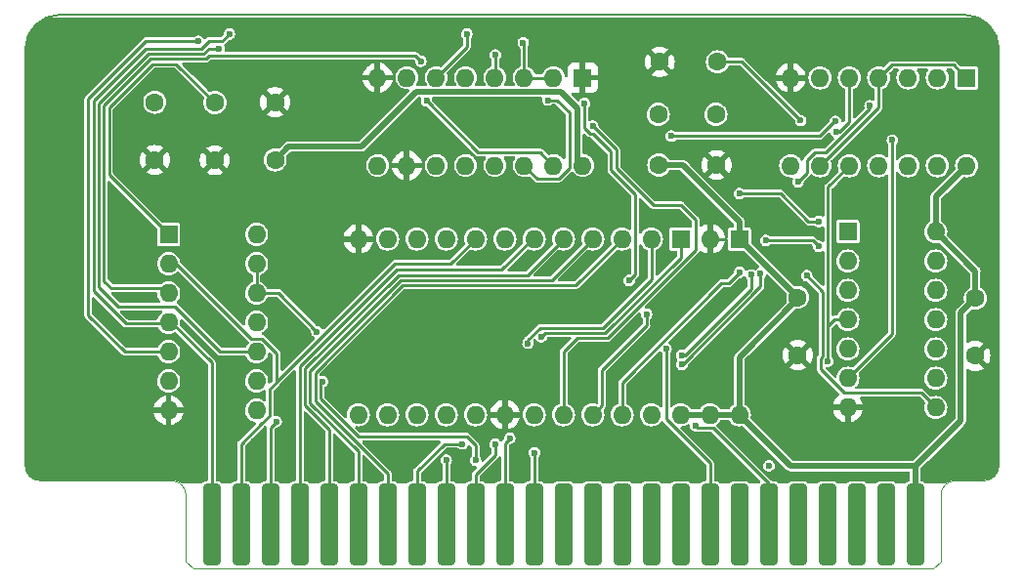
<source format=gtl>
G04 #@! TF.GenerationSoftware,KiCad,Pcbnew,(7.0.0-0)*
G04 #@! TF.CreationDate,2024-03-05T23:33:03+09:00*
G04 #@! TF.ProjectId,Grappler_Minus_Keros_alldip_GH_1.4,47726170-706c-4657-925f-4d696e75735f,3*
G04 #@! TF.SameCoordinates,Original*
G04 #@! TF.FileFunction,Copper,L1,Top*
G04 #@! TF.FilePolarity,Positive*
%FSLAX46Y46*%
G04 Gerber Fmt 4.6, Leading zero omitted, Abs format (unit mm)*
G04 Created by KiCad (PCBNEW (7.0.0-0)) date 2024-03-05 23:33:03*
%MOMM*%
%LPD*%
G01*
G04 APERTURE LIST*
G04 Aperture macros list*
%AMRoundRect*
0 Rectangle with rounded corners*
0 $1 Rounding radius*
0 $2 $3 $4 $5 $6 $7 $8 $9 X,Y pos of 4 corners*
0 Add a 4 corners polygon primitive as box body*
4,1,4,$2,$3,$4,$5,$6,$7,$8,$9,$2,$3,0*
0 Add four circle primitives for the rounded corners*
1,1,$1+$1,$2,$3*
1,1,$1+$1,$4,$5*
1,1,$1+$1,$6,$7*
1,1,$1+$1,$8,$9*
0 Add four rect primitives between the rounded corners*
20,1,$1+$1,$2,$3,$4,$5,0*
20,1,$1+$1,$4,$5,$6,$7,0*
20,1,$1+$1,$6,$7,$8,$9,0*
20,1,$1+$1,$8,$9,$2,$3,0*%
G04 Aperture macros list end*
G04 #@! TA.AperFunction,ComponentPad*
%ADD10R,1.600000X1.600000*%
G04 #@! TD*
G04 #@! TA.AperFunction,ComponentPad*
%ADD11O,1.600000X1.600000*%
G04 #@! TD*
G04 #@! TA.AperFunction,ComponentPad*
%ADD12C,1.600000*%
G04 #@! TD*
G04 #@! TA.AperFunction,ConnectorPad*
%ADD13RoundRect,0.381000X0.381000X3.175000X-0.381000X3.175000X-0.381000X-3.175000X0.381000X-3.175000X0*%
G04 #@! TD*
G04 #@! TA.AperFunction,ViaPad*
%ADD14C,0.600000*%
G04 #@! TD*
G04 #@! TA.AperFunction,Conductor*
%ADD15C,0.250000*%
G04 #@! TD*
G04 #@! TA.AperFunction,Conductor*
%ADD16C,0.500000*%
G04 #@! TD*
G04 #@! TA.AperFunction,Conductor*
%ADD17C,0.150000*%
G04 #@! TD*
G04 #@! TA.AperFunction,Profile*
%ADD18C,0.100000*%
G04 #@! TD*
G04 #@! TA.AperFunction,Profile*
%ADD19C,0.150000*%
G04 #@! TD*
G04 APERTURE END LIST*
D10*
X145225183Y-89824022D03*
D11*
X142685183Y-89824022D03*
X140145183Y-89824022D03*
X137605183Y-89824022D03*
X135065183Y-89824022D03*
X132525183Y-89824022D03*
X129985183Y-89824022D03*
X127445183Y-89824022D03*
X127445183Y-97444022D03*
X129985183Y-97444022D03*
X132525183Y-97444022D03*
X135065183Y-97444022D03*
X137605183Y-97444022D03*
X140145183Y-97444022D03*
X142685183Y-97444022D03*
X145225183Y-97444022D03*
D12*
X118565184Y-96954023D03*
X118565184Y-91954023D03*
X108135184Y-96954023D03*
X108135184Y-91954023D03*
D13*
X113065184Y-128554023D03*
X115605184Y-128554023D03*
X118145184Y-128554023D03*
X120685184Y-128554023D03*
X123225184Y-128554023D03*
X125765184Y-128554023D03*
X128305184Y-128554023D03*
X130845184Y-128554023D03*
X133385184Y-128554023D03*
X135925184Y-128554023D03*
X138465184Y-128554023D03*
X141005184Y-128554023D03*
X143545184Y-128554023D03*
X146085184Y-128554023D03*
X148625184Y-128554023D03*
X151165184Y-128554023D03*
X153705184Y-128554023D03*
X156245184Y-128554023D03*
X158785184Y-128554023D03*
X161325184Y-128554023D03*
X163865184Y-128554023D03*
X166405184Y-128554023D03*
X168945184Y-128554023D03*
X171485184Y-128554023D03*
X174025184Y-128554023D03*
D10*
X109335183Y-103414022D03*
D11*
X109335183Y-105954022D03*
X109335183Y-108494022D03*
X109335183Y-111034022D03*
X109335183Y-113574022D03*
X109335183Y-116114022D03*
X109335183Y-118654022D03*
X116955183Y-118654022D03*
X116955183Y-116114022D03*
X116955183Y-113574022D03*
X116955183Y-111034022D03*
X116955183Y-108494022D03*
X116955183Y-105954022D03*
X116955183Y-103414022D03*
D12*
X179235184Y-108944023D03*
X179235184Y-113944023D03*
D10*
X153715183Y-103809022D03*
D11*
X151175183Y-103809022D03*
X148635183Y-103809022D03*
X146095183Y-103809022D03*
X143555183Y-103809022D03*
X141015183Y-103809022D03*
X138475183Y-103809022D03*
X135935183Y-103809022D03*
X133395183Y-103809022D03*
X130855183Y-103809022D03*
X128315183Y-103809022D03*
X125775183Y-103809022D03*
X125775183Y-119049022D03*
X128315183Y-119049022D03*
X130855183Y-119049022D03*
X133395183Y-119049022D03*
X135935183Y-119049022D03*
X138475183Y-119049022D03*
X141015183Y-119049022D03*
X143555183Y-119049022D03*
X146095183Y-119049022D03*
X148635183Y-119049022D03*
X151175183Y-119049022D03*
X153715183Y-119049022D03*
D12*
X151885184Y-88454023D03*
X156885184Y-88454023D03*
X113345184Y-91984023D03*
X113345184Y-96984023D03*
D10*
X168193183Y-103174022D03*
D11*
X168193183Y-105714022D03*
X168193183Y-108254022D03*
X168193183Y-110794022D03*
X168193183Y-113334022D03*
X168193183Y-115874022D03*
X168193183Y-118414022D03*
X175813183Y-118414022D03*
X175813183Y-115874022D03*
X175813183Y-113334022D03*
X175813183Y-110794022D03*
X175813183Y-108254022D03*
X175813183Y-105714022D03*
X175813183Y-103174022D03*
D12*
X163855184Y-113874023D03*
X151815184Y-97394023D03*
X156815184Y-97394023D03*
D10*
X158795183Y-103809022D03*
D11*
X156255183Y-103809022D03*
X153715183Y-103809022D03*
X151175183Y-103809022D03*
X148635183Y-103809022D03*
X146095183Y-103809022D03*
X143555183Y-103809022D03*
X141015183Y-103809022D03*
X138475183Y-103809022D03*
X135935183Y-103809022D03*
X133395183Y-103809022D03*
X130855183Y-103809022D03*
X128315183Y-103809022D03*
X125775183Y-103809022D03*
X125775183Y-119049022D03*
X128315183Y-119049022D03*
X130855183Y-119049022D03*
X133395183Y-119049022D03*
X135935183Y-119049022D03*
X138475183Y-119049022D03*
X141015183Y-119049022D03*
X143555183Y-119049022D03*
X146095183Y-119049022D03*
X148635183Y-119049022D03*
X151175183Y-119049022D03*
X153715183Y-119049022D03*
X156255183Y-119049022D03*
X158795183Y-119049022D03*
D12*
X151765184Y-93004023D03*
X156765184Y-93004023D03*
D10*
X178480183Y-89839022D03*
D11*
X175940183Y-89839022D03*
X173400183Y-89839022D03*
X170860183Y-89839022D03*
X168320183Y-89839022D03*
X165780183Y-89839022D03*
X163240183Y-89839022D03*
X163240183Y-97459022D03*
X165780183Y-97459022D03*
X168320183Y-97459022D03*
X170860183Y-97459022D03*
X173400183Y-97459022D03*
X175940183Y-97459022D03*
X178480183Y-97459022D03*
D12*
X163855184Y-108874023D03*
X163855184Y-113874023D03*
D14*
X178175184Y-95784023D03*
X174035184Y-113334023D03*
X165045184Y-112394023D03*
X115095184Y-112344023D03*
X150495184Y-102304023D03*
X152775184Y-108604023D03*
X124615184Y-122074023D03*
X111595184Y-113944023D03*
X160319184Y-118668023D03*
X133965184Y-92794023D03*
X128665184Y-99384023D03*
X114025184Y-122374023D03*
X160115184Y-87304023D03*
X121415184Y-112504023D03*
X107455184Y-108834023D03*
X178125184Y-99124023D03*
X118845184Y-121774023D03*
X178285184Y-91794023D03*
X168875184Y-122584023D03*
X104125184Y-87284023D03*
X162605184Y-105968023D03*
X119435184Y-108164023D03*
X115225184Y-106474023D03*
X140135184Y-120414023D03*
X163295184Y-95584023D03*
X136443184Y-112572023D03*
X107185184Y-106864023D03*
X132355184Y-123584023D03*
X159365184Y-111864023D03*
X175655184Y-91434023D03*
X165675184Y-103424023D03*
X154295184Y-115324023D03*
X157285184Y-107024023D03*
X137625184Y-123584023D03*
X174035184Y-105460023D03*
X153461184Y-112826023D03*
X169971184Y-113080023D03*
X162335184Y-121074023D03*
X160915184Y-101404023D03*
X169635184Y-94974023D03*
X149485184Y-92834023D03*
X154945184Y-123714023D03*
X126675184Y-123624023D03*
X143245184Y-112884023D03*
X157505184Y-105134023D03*
X142395184Y-93174023D03*
X123505184Y-104804023D03*
X97835184Y-120954023D03*
X149905184Y-120446023D03*
X147365184Y-120446023D03*
X106195184Y-85454023D03*
X140605184Y-105424023D03*
X153385184Y-93844023D03*
X104285184Y-114934023D03*
X155295184Y-111084023D03*
X174035184Y-117906023D03*
X158795184Y-120446023D03*
X174005184Y-121194023D03*
X166445184Y-117504023D03*
X173955184Y-100524023D03*
X100375184Y-123494023D03*
X171241184Y-111302023D03*
X165885184Y-95614023D03*
X138475184Y-113334023D03*
X176685184Y-100724023D03*
X123155184Y-90604023D03*
X115325184Y-102304023D03*
X127545184Y-105984023D03*
X148745184Y-112064023D03*
X179715184Y-120674023D03*
X152225184Y-105084023D03*
X169971184Y-116382023D03*
X105275184Y-97584023D03*
X165653184Y-106476023D03*
X148995184Y-89434023D03*
X139491184Y-123494023D03*
X148685184Y-123594023D03*
X156705184Y-117204023D03*
X169971184Y-110540023D03*
X145587184Y-115620023D03*
X163735184Y-115584023D03*
X129615184Y-123574023D03*
X113275184Y-89364023D03*
X166705184Y-87534023D03*
X161081184Y-109778023D03*
X169971184Y-117906023D03*
X100375184Y-86664023D03*
X126715184Y-112180523D03*
X142675184Y-123474023D03*
X165355184Y-98984023D03*
X157515184Y-102414023D03*
X142555184Y-95914023D03*
X176525184Y-95804023D03*
X116745184Y-121374023D03*
X107255184Y-104734023D03*
X169555184Y-99204023D03*
X147505184Y-102434023D03*
X107485184Y-110524023D03*
X153995184Y-102374023D03*
X171035184Y-87804023D03*
X135015184Y-123574023D03*
X97835184Y-90474023D03*
X148381184Y-114858023D03*
X145735184Y-102444023D03*
X151429184Y-114858023D03*
X156795184Y-112754023D03*
X155609684Y-114154023D03*
X149215184Y-96444023D03*
X150485184Y-105104023D03*
X117015184Y-123284023D03*
X174035184Y-108254023D03*
X146265184Y-109574023D03*
X105995184Y-123634023D03*
X151683184Y-111048023D03*
X176085184Y-123804023D03*
X178425184Y-85594023D03*
X142865184Y-105654023D03*
X158287184Y-123748023D03*
X144015184Y-102324023D03*
X180005184Y-112064023D03*
X165145184Y-109524023D03*
X119655184Y-123454023D03*
X153325184Y-117544023D03*
X102395184Y-123684023D03*
X150525184Y-113334523D03*
X136665184Y-117054023D03*
X132215184Y-121594023D03*
X127690684Y-122354023D03*
X114645184Y-109224023D03*
X169971184Y-103682023D03*
X143875184Y-107104023D03*
X97835184Y-105714023D03*
X121845184Y-121564023D03*
X100375184Y-110794023D03*
X133775184Y-95934023D03*
X142285184Y-120446023D03*
X129625184Y-109034023D03*
X166375184Y-92334023D03*
X159575184Y-114394023D03*
X107335184Y-117064023D03*
X100375184Y-99364023D03*
X170225184Y-105714023D03*
X142895184Y-116154023D03*
X123625184Y-109904023D03*
X165675184Y-101314023D03*
X125195184Y-93274023D03*
X118651345Y-119654684D03*
X165653184Y-104444023D03*
X161081184Y-103936023D03*
X140485184Y-112854023D03*
X134781684Y-121578523D03*
X133395184Y-122986023D03*
X158795184Y-99872023D03*
X141615537Y-112300170D03*
X165675184Y-102294023D03*
X137625184Y-121604023D03*
X138888934Y-121091523D03*
X167177184Y-94538023D03*
X166476023Y-114410362D03*
X141030000Y-122340523D03*
X152445184Y-113334023D03*
X164637184Y-106984023D03*
X164109184Y-93542023D03*
X161355184Y-123474023D03*
X135935184Y-122986023D03*
X122669684Y-116174023D03*
X122192397Y-111841236D03*
X135173184Y-86039523D03*
X114599184Y-86039523D03*
X142205184Y-91771523D03*
X111932184Y-86664023D03*
X154975184Y-120004023D03*
X149236095Y-107404934D03*
X145384138Y-92057125D03*
X140065184Y-86780523D03*
X131185184Y-88394023D03*
X131685184Y-91834023D03*
X113715184Y-87288523D03*
X150745184Y-110334023D03*
X137645184Y-87849523D03*
X172063773Y-95239434D03*
X146095184Y-94030023D03*
X170101793Y-92254236D03*
X160633773Y-106790612D03*
X163875184Y-98856023D03*
X153815825Y-114684165D03*
X158813257Y-106691146D03*
X153784852Y-113885262D03*
X159814450Y-106922780D03*
X167135184Y-93604023D03*
X152905184Y-94894023D03*
D15*
X110000184Y-88639023D02*
X113345184Y-91984023D01*
X107935768Y-88639023D02*
X110000184Y-88639023D01*
X109335184Y-103414023D02*
X104175184Y-98254023D01*
X104175184Y-98254023D02*
X104175184Y-92399607D01*
X104175184Y-92399607D02*
X107935768Y-88639023D01*
X157615184Y-106694023D02*
X157615184Y-103864023D01*
X157560184Y-103809023D02*
X156255184Y-103809023D01*
X157615184Y-103864023D02*
X157560184Y-103809023D01*
X157285184Y-107024023D02*
X157615184Y-106694023D01*
D16*
X158795184Y-102314023D02*
X153875184Y-97394023D01*
X158795184Y-103809023D02*
X158795184Y-102314023D01*
X158795184Y-119049023D02*
X158795184Y-114054023D01*
X179235184Y-106596023D02*
X175813184Y-103174023D01*
X130827184Y-91022023D02*
X126055184Y-95794023D01*
X175813184Y-100126023D02*
X178480184Y-97459023D01*
X174035184Y-123494023D02*
X177875184Y-119654023D01*
X119725184Y-95794023D02*
X118565184Y-96954023D01*
X145225184Y-97444023D02*
X144770184Y-96989023D01*
X126055184Y-95794023D02*
X119725184Y-95794023D01*
X156255184Y-119049023D02*
X153715184Y-119049023D01*
X143357184Y-91074023D02*
X143305184Y-91022023D01*
X177875184Y-119644023D02*
X177985184Y-119534023D01*
X179235184Y-108944023D02*
X179235184Y-106596023D01*
X163855184Y-108874023D02*
X163855184Y-108844023D01*
X175813184Y-103174023D02*
X175813184Y-100126023D01*
X177875184Y-119654023D02*
X177875184Y-119644023D01*
X174035184Y-128574023D02*
X174035184Y-123494023D01*
X144770184Y-92487023D02*
X143305184Y-91022023D01*
X158820184Y-103809023D02*
X158795184Y-103809023D01*
X153875184Y-97394023D02*
X151785184Y-97394023D01*
X174035184Y-123494023D02*
X163240184Y-123494023D01*
X144770184Y-96989023D02*
X144770184Y-92487023D01*
X163855184Y-108994023D02*
X163855184Y-108874023D01*
X163240184Y-123494023D02*
X158795184Y-119049023D01*
X158795184Y-119049023D02*
X156255184Y-119049023D01*
X177985184Y-110194023D02*
X179235184Y-108944023D01*
X177985184Y-119534023D02*
X177985184Y-110194023D01*
X163855184Y-108844023D02*
X158820184Y-103809023D01*
X143305184Y-91022023D02*
X130827184Y-91022023D01*
X158795184Y-114054023D02*
X163855184Y-108994023D01*
D15*
X118080184Y-116836627D02*
X118708986Y-116207825D01*
X117421175Y-112449023D02*
X118708986Y-113736834D01*
X109994193Y-105954023D02*
X116489193Y-112449023D01*
X117421175Y-119779023D02*
X118080184Y-119120014D01*
X115615184Y-128574023D02*
X115615184Y-121574023D01*
X117410184Y-119779023D02*
X117421175Y-119779023D01*
X109335184Y-105954023D02*
X109994193Y-105954023D01*
X118708986Y-113736834D02*
X118708986Y-116207825D01*
X118080184Y-119120014D02*
X118080184Y-116836627D01*
X128948788Y-105968023D02*
X133776184Y-105968023D01*
X133776184Y-105968023D02*
X135935184Y-103809023D01*
X118708986Y-116207825D02*
X128948788Y-105968023D01*
X116489193Y-112449023D02*
X117421175Y-112449023D01*
X115615184Y-121574023D02*
X117410184Y-119779023D01*
X118155184Y-120150845D02*
X118155184Y-128574023D01*
X118651345Y-119654684D02*
X118155184Y-120150845D01*
X120695184Y-128574023D02*
X120695184Y-114858023D01*
X140858179Y-103809023D02*
X141015184Y-103809023D01*
X138191179Y-106476023D02*
X140858179Y-103809023D01*
X129077184Y-106476023D02*
X138191179Y-106476023D01*
X120695184Y-114858023D02*
X129077184Y-106476023D01*
X123235184Y-120323211D02*
X121145184Y-118233211D01*
X121145184Y-118233211D02*
X121145184Y-115044419D01*
X140438184Y-106926023D02*
X143555184Y-103809023D01*
X129263580Y-106926023D02*
X140438184Y-106926023D01*
X123235184Y-128574023D02*
X123235184Y-120323211D01*
X121145184Y-115044419D02*
X129263580Y-106926023D01*
X121595184Y-118046815D02*
X121595184Y-115230815D01*
X129449976Y-107376023D02*
X142528184Y-107376023D01*
X121595184Y-115230815D02*
X129449976Y-107376023D01*
X125775184Y-122226815D02*
X121595184Y-118046815D01*
X142528184Y-107376023D02*
X146095184Y-103809023D01*
X125775184Y-128574023D02*
X125775184Y-122226815D01*
X128315184Y-124130419D02*
X122045184Y-117860419D01*
X128315184Y-128574023D02*
X128315184Y-124130419D01*
X165145184Y-103936023D02*
X165653184Y-104444023D01*
X161081184Y-103936023D02*
X165145184Y-103936023D01*
X122045184Y-117860419D02*
X122045184Y-115417211D01*
X129636372Y-107826023D02*
X144618184Y-107826023D01*
X144618184Y-107826023D02*
X148635184Y-103809023D01*
X122045184Y-115417211D02*
X129636372Y-107826023D01*
X134781684Y-121578523D02*
X133220068Y-121578523D01*
X151175184Y-107326231D02*
X151175184Y-103809023D01*
X133220068Y-121578523D02*
X130855184Y-123943407D01*
X130855184Y-123943407D02*
X130855184Y-128574023D01*
X140485184Y-112854023D02*
X140485184Y-112546639D01*
X140485184Y-112546639D02*
X141517800Y-111514023D01*
X146987392Y-111514023D02*
X151175184Y-107326231D01*
X141517800Y-111514023D02*
X146987392Y-111514023D01*
X141951684Y-111964023D02*
X147173788Y-111964023D01*
X164773184Y-102294023D02*
X162351184Y-99872023D01*
X165675184Y-102294023D02*
X164773184Y-102294023D01*
X141615537Y-112300170D02*
X141951684Y-111964023D01*
X147173788Y-111964023D02*
X153715184Y-105422627D01*
X133395184Y-122986023D02*
X133395184Y-128574023D01*
X162351184Y-99872023D02*
X158795184Y-99872023D01*
X153715184Y-105422627D02*
X153715184Y-103809023D01*
X137625184Y-122566023D02*
X135935184Y-124256023D01*
X137625184Y-121604023D02*
X137625184Y-122566023D01*
X135935184Y-124256023D02*
X135935184Y-128574023D01*
X167428392Y-94538023D02*
X167177184Y-94538023D01*
X168320184Y-93646231D02*
X167428392Y-94538023D01*
X138888934Y-121091523D02*
X138475184Y-121505273D01*
X168320184Y-89839023D02*
X168320184Y-93646231D01*
X138475184Y-121505273D02*
X138475184Y-128574023D01*
X166476023Y-99303184D02*
X168320184Y-97459023D01*
X141015184Y-128574023D02*
X141015184Y-122355339D01*
X167061814Y-110794023D02*
X166476023Y-111379814D01*
X166476023Y-111379814D02*
X166476023Y-111556023D01*
X166476023Y-114410362D02*
X166476023Y-99303184D01*
X141015184Y-122355339D02*
X141030000Y-122340523D01*
X168193184Y-110794023D02*
X167061814Y-110794023D01*
X156255184Y-123244023D02*
X156255184Y-128574023D01*
X152445184Y-113334023D02*
X152445184Y-119434023D01*
X152445184Y-119434023D02*
X156255184Y-123244023D01*
X165851023Y-115122853D02*
X167872193Y-117144023D01*
X174543184Y-117144023D02*
X175813184Y-118414023D01*
X166026023Y-113976478D02*
X165851023Y-114151478D01*
X167872193Y-117144023D02*
X174543184Y-117144023D01*
X159021184Y-88454023D02*
X164109184Y-93542023D01*
X166026023Y-108372862D02*
X166026023Y-113976478D01*
X165851023Y-114151478D02*
X165851023Y-115122853D01*
X156885184Y-88454023D02*
X159021184Y-88454023D01*
X164637184Y-106984023D02*
X166026023Y-108372862D01*
X118845184Y-108494023D02*
X122192397Y-111841236D01*
X122669684Y-116174023D02*
X122495184Y-116348523D01*
X116955184Y-105954023D02*
X116955184Y-108494023D01*
X116955184Y-108494023D02*
X118845184Y-108494023D01*
X122495184Y-117674023D02*
X125775184Y-120954023D01*
X135935184Y-121716023D02*
X135935184Y-122986023D01*
X122192397Y-111841236D02*
X122114610Y-111919023D01*
X135173184Y-120954023D02*
X135935184Y-121716023D01*
X125775184Y-120954023D02*
X135173184Y-120954023D01*
X122495184Y-116348523D02*
X122495184Y-117674023D01*
X141270184Y-98569023D02*
X140145184Y-97444023D01*
X109220184Y-111149023D02*
X109335184Y-111034023D01*
X107376580Y-87289023D02*
X102825184Y-91840419D01*
X112191068Y-87289023D02*
X107376580Y-87289023D01*
X113075184Y-114540139D02*
X113075184Y-128574023D01*
X144045184Y-97675014D02*
X143151175Y-98569023D01*
X132525184Y-89824023D02*
X135173184Y-87176023D01*
X135173184Y-87176023D02*
X135173184Y-86039523D01*
X144045184Y-92834023D02*
X144045184Y-97675014D01*
X177355184Y-88714023D02*
X178480184Y-89839023D01*
X112816568Y-86663523D02*
X112191068Y-87289023D01*
X170860184Y-89839023D02*
X171985184Y-88714023D01*
X109569068Y-111034023D02*
X113075184Y-114540139D01*
X170860184Y-89839023D02*
X170860184Y-92379023D01*
X114599184Y-86039523D02*
X113974626Y-86664081D01*
X143151175Y-98569023D02*
X141270184Y-98569023D01*
X102825184Y-91840419D02*
X102825184Y-108329023D01*
X171985184Y-88714023D02*
X177355184Y-88714023D01*
X113974068Y-86663523D02*
X112816568Y-86663523D01*
X142205184Y-91771523D02*
X142982684Y-91771523D01*
X113974626Y-86664081D02*
X113974068Y-86663523D01*
X170860184Y-92379023D02*
X165780184Y-97459023D01*
X102825184Y-108329023D02*
X105645184Y-111149023D01*
X142982684Y-91771523D02*
X144045184Y-92834023D01*
X105645184Y-111149023D02*
X109220184Y-111149023D01*
X109335184Y-111034023D02*
X109569068Y-111034023D01*
X155145184Y-120174023D02*
X156491184Y-120174023D01*
X156491184Y-120174023D02*
X161335184Y-125018023D01*
X140065184Y-86780523D02*
X140145184Y-86860523D01*
X102375184Y-110419023D02*
X105530184Y-113574023D01*
X145384138Y-92057125D02*
X145372460Y-92057125D01*
X111932184Y-86664023D02*
X107365184Y-86664023D01*
X147677184Y-96248419D02*
X147677184Y-97839410D01*
X140145184Y-89824023D02*
X142685184Y-89824023D01*
X154975184Y-120004023D02*
X155145184Y-120174023D01*
X149760184Y-99922410D02*
X149760184Y-106880845D01*
X140145184Y-86860523D02*
X140145184Y-89824023D01*
D17*
X161335184Y-128574023D02*
X161335184Y-125018023D01*
D15*
X145345184Y-94163907D02*
X145836300Y-94655023D01*
X102375184Y-91654023D02*
X102375184Y-110419023D01*
X105530184Y-113574023D02*
X109335184Y-113574023D01*
X147677184Y-97839410D02*
X149760184Y-99922410D01*
X149760184Y-106880845D02*
X149236095Y-107404934D01*
X145372460Y-92057125D02*
X145345184Y-92084401D01*
X107365184Y-86664023D02*
X102375184Y-91654023D01*
X145345184Y-92084401D02*
X145345184Y-94163907D01*
X145836300Y-94655023D02*
X146083788Y-94655023D01*
X146083788Y-94655023D02*
X147677184Y-96248419D01*
X112848860Y-87904023D02*
X113446800Y-87904023D01*
X131205184Y-88394023D02*
X131195184Y-88384023D01*
X103725184Y-107434023D02*
X103725184Y-92213211D01*
X131685184Y-91834023D02*
X136170184Y-96319023D01*
X113456300Y-87913523D02*
X113974068Y-87913523D01*
X136170184Y-96319023D02*
X141560184Y-96319023D01*
X104365184Y-108074023D02*
X103725184Y-107434023D01*
X112563860Y-88189023D02*
X112848860Y-87904023D01*
X108915184Y-108074023D02*
X104365184Y-108074023D01*
X107749372Y-88189023D02*
X112563860Y-88189023D01*
X131185184Y-88394023D02*
X131205184Y-88394023D01*
X113974068Y-87913523D02*
X113983568Y-87904023D01*
X113446800Y-87904023D02*
X113456300Y-87913523D01*
X103725184Y-92213211D02*
X107749372Y-88189023D01*
X130695184Y-87904023D02*
X131185184Y-88394023D01*
X109335184Y-108494023D02*
X108915184Y-108074023D01*
X113983568Y-87904023D02*
X130695184Y-87904023D01*
X141560184Y-96319023D02*
X142685184Y-97444023D01*
X109855184Y-109654023D02*
X113775184Y-113574023D01*
X107562976Y-87739023D02*
X103275184Y-92026815D01*
X103275184Y-92026815D02*
X103275184Y-107974023D01*
X130115184Y-90240139D02*
X130115184Y-90272523D01*
X113775184Y-113574023D02*
X116955184Y-113574023D01*
X112827964Y-87288523D02*
X112377464Y-87739023D01*
X113715184Y-87288523D02*
X112827964Y-87288523D01*
X112377464Y-87739023D02*
X107562976Y-87739023D01*
X103275184Y-107974023D02*
X104955184Y-109654023D01*
X104955184Y-109654023D02*
X109855184Y-109654023D01*
X146895183Y-118249024D02*
X146895183Y-115144024D01*
X150745184Y-110334023D02*
X150755184Y-110334023D01*
X150755184Y-110334023D02*
X150735184Y-110354023D01*
X146895183Y-115144024D02*
X150745184Y-111294023D01*
X146095184Y-119049023D02*
X146895183Y-118249024D01*
X150745184Y-111294023D02*
X150745184Y-110334023D01*
X172003184Y-95300023D02*
X172003184Y-112064023D01*
X137645184Y-89784023D02*
X137605184Y-89824023D01*
X172003184Y-112064023D02*
X168193184Y-115874023D01*
X137645184Y-87849523D02*
X137645184Y-89784023D01*
X172063773Y-95239434D02*
X172003184Y-95300023D01*
X146095184Y-94030023D02*
X148127184Y-96062023D01*
X143555184Y-113588023D02*
X143555184Y-119049023D01*
X151362193Y-100888023D02*
X153749184Y-100888023D01*
X154985184Y-102124023D02*
X154985184Y-104789023D01*
X148127184Y-96062023D02*
X148127184Y-97653014D01*
X144729184Y-112414023D02*
X143555184Y-113588023D01*
X147360184Y-112414023D02*
X144729184Y-112414023D01*
X148127184Y-97653014D02*
X151362193Y-100888023D01*
X154985184Y-104789023D02*
X147360184Y-112414023D01*
X153749184Y-100888023D02*
X154985184Y-102124023D01*
X160633773Y-106790612D02*
X160633773Y-107939434D01*
X170101793Y-92254236D02*
X170101793Y-92501018D01*
X166286788Y-96316023D02*
X165332193Y-96316023D01*
X170101793Y-92501018D02*
X166286788Y-96316023D01*
X153889042Y-114684165D02*
X153815825Y-114684165D01*
X160633773Y-107939434D02*
X153889042Y-114684165D01*
X165332193Y-96316023D02*
X164655184Y-96993032D01*
X164655184Y-96993032D02*
X164655184Y-98076023D01*
X164655184Y-98076023D02*
X163875184Y-98856023D01*
X158813257Y-106691146D02*
X157855380Y-107649023D01*
X157246300Y-107649023D02*
X148635184Y-116260139D01*
X157855380Y-107649023D02*
X157246300Y-107649023D01*
X148635184Y-116260139D02*
X148635184Y-119049023D01*
X154051549Y-113885262D02*
X153784852Y-113885262D01*
X159814450Y-108122361D02*
X154051549Y-113885262D01*
X159814450Y-106922780D02*
X159814450Y-108122361D01*
X152905184Y-94894023D02*
X152925184Y-94874023D01*
X167025184Y-93604023D02*
X167135184Y-93604023D01*
X167135184Y-93494023D02*
X167015184Y-93614023D01*
X165755184Y-94874023D02*
X167025184Y-93604023D01*
X167135184Y-93604023D02*
X167135184Y-93494023D01*
X152925184Y-94874023D02*
X165755184Y-94874023D01*
G04 #@! TA.AperFunction,Conductor*
G36*
X179249714Y-84583758D02*
G01*
X179297151Y-84593197D01*
X179571809Y-84706963D01*
X179584338Y-84712996D01*
X179859678Y-84865171D01*
X179871452Y-84872569D01*
X180128029Y-85054619D01*
X180138897Y-85063287D01*
X180373457Y-85272904D01*
X180383290Y-85282736D01*
X180592927Y-85517320D01*
X180601586Y-85528178D01*
X180611054Y-85541522D01*
X180783634Y-85784753D01*
X180791032Y-85796527D01*
X180943206Y-86071867D01*
X180949239Y-86084396D01*
X181069622Y-86375031D01*
X181074215Y-86388156D01*
X181161305Y-86690457D01*
X181164399Y-86704014D01*
X181217092Y-87014155D01*
X181218649Y-87027973D01*
X181236488Y-87345667D01*
X181236683Y-87352633D01*
X181232685Y-123482611D01*
X181229438Y-123482610D01*
X181229439Y-123482614D01*
X181232684Y-123482614D01*
X181232684Y-123494144D01*
X181232302Y-123503875D01*
X181218432Y-123680066D01*
X181215387Y-123699285D01*
X181175270Y-123866370D01*
X181169257Y-123884875D01*
X181103493Y-124043635D01*
X181094659Y-124060972D01*
X181004870Y-124207489D01*
X180993433Y-124223230D01*
X180881831Y-124353896D01*
X180868072Y-124367654D01*
X180737397Y-124479258D01*
X180721660Y-124490692D01*
X180613167Y-124557174D01*
X180575143Y-124580475D01*
X180557806Y-124589308D01*
X180399038Y-124655069D01*
X180380533Y-124661081D01*
X180213444Y-124701194D01*
X180194225Y-124704238D01*
X180017684Y-124718129D01*
X180007708Y-124718511D01*
X177544137Y-124713556D01*
X177544144Y-124709793D01*
X177544092Y-124709800D01*
X177544092Y-124713523D01*
X177527827Y-124713523D01*
X177527683Y-124713504D01*
X177527683Y-124713484D01*
X177527529Y-124713484D01*
X177428634Y-124713485D01*
X177428622Y-124713485D01*
X177423756Y-124713486D01*
X177418941Y-124714248D01*
X177418936Y-124714249D01*
X177223277Y-124745241D01*
X177223275Y-124745241D01*
X177218461Y-124746004D01*
X177213835Y-124747506D01*
X177213827Y-124747509D01*
X177025411Y-124808732D01*
X177025404Y-124808734D01*
X177020781Y-124810237D01*
X177016449Y-124812443D01*
X177016440Y-124812448D01*
X176839926Y-124902390D01*
X176839915Y-124902396D01*
X176835583Y-124904604D01*
X176831646Y-124907464D01*
X176831637Y-124907470D01*
X176703818Y-125000340D01*
X176669250Y-125017954D01*
X176630931Y-125024023D01*
X176001571Y-125024023D01*
X175954118Y-125014584D01*
X175939693Y-125004945D01*
X175930184Y-125002397D01*
X175930184Y-124998023D01*
X175913858Y-124998023D01*
X174904508Y-124998023D01*
X174857055Y-124988584D01*
X174821141Y-124964586D01*
X174820915Y-124964292D01*
X174699443Y-124871084D01*
X174645001Y-124848533D01*
X174562231Y-124814248D01*
X174522002Y-124787368D01*
X174495123Y-124747140D01*
X174485684Y-124699687D01*
X174485684Y-123731989D01*
X174495123Y-123684536D01*
X174522003Y-123644308D01*
X175125347Y-123040964D01*
X178170928Y-119995380D01*
X178181277Y-119986132D01*
X178209154Y-119963902D01*
X178238483Y-119920882D01*
X178253249Y-119903060D01*
X178280933Y-119875376D01*
X178291282Y-119866128D01*
X178319154Y-119843902D01*
X178351375Y-119796641D01*
X178354036Y-119792892D01*
X178357381Y-119788361D01*
X178387976Y-119746906D01*
X178390812Y-119738800D01*
X178395656Y-119731696D01*
X178412515Y-119677037D01*
X178413953Y-119672666D01*
X178432830Y-119618723D01*
X178433151Y-119610135D01*
X178435684Y-119601925D01*
X178435684Y-119544762D01*
X178435771Y-119540125D01*
X178437117Y-119504157D01*
X178437908Y-119483013D01*
X178436112Y-119476310D01*
X178435684Y-119468681D01*
X178435684Y-115200243D01*
X178450970Y-115140600D01*
X178493059Y-115095662D01*
X178551574Y-115076508D01*
X178612089Y-115087861D01*
X178783952Y-115168002D01*
X178794086Y-115171690D01*
X179003346Y-115227762D01*
X179013977Y-115229636D01*
X179229789Y-115248517D01*
X179240579Y-115248517D01*
X179456390Y-115229636D01*
X179467021Y-115227762D01*
X179676281Y-115171690D01*
X179686415Y-115168002D01*
X179882759Y-115076445D01*
X179892104Y-115071049D01*
X179949532Y-115030837D01*
X179956964Y-115022726D01*
X179951051Y-115013444D01*
X178969311Y-114031704D01*
X178937217Y-113976116D01*
X178937217Y-113944022D01*
X179593615Y-113944022D01*
X179600279Y-113955564D01*
X180304605Y-114659890D01*
X180313887Y-114665803D01*
X180321998Y-114658371D01*
X180362210Y-114600943D01*
X180367606Y-114591598D01*
X180459163Y-114395254D01*
X180462851Y-114385120D01*
X180518923Y-114175860D01*
X180520797Y-114165229D01*
X180539678Y-113949418D01*
X180539678Y-113938628D01*
X180520797Y-113722816D01*
X180518923Y-113712185D01*
X180462851Y-113502925D01*
X180459163Y-113492791D01*
X180367607Y-113296450D01*
X180362209Y-113287100D01*
X180321998Y-113229673D01*
X180313887Y-113222240D01*
X180304608Y-113228151D01*
X179600279Y-113932479D01*
X179593615Y-113944022D01*
X178937217Y-113944022D01*
X178937217Y-113911929D01*
X178969311Y-113856342D01*
X179235184Y-113590470D01*
X179951054Y-112874597D01*
X179956965Y-112865318D01*
X179949532Y-112857207D01*
X179892106Y-112816997D01*
X179882756Y-112811599D01*
X179686415Y-112720043D01*
X179676281Y-112716355D01*
X179467021Y-112660283D01*
X179456390Y-112658409D01*
X179240579Y-112639529D01*
X179229789Y-112639529D01*
X179013977Y-112658409D01*
X179003346Y-112660283D01*
X178794086Y-112716355D01*
X178783952Y-112720043D01*
X178612089Y-112800185D01*
X178551574Y-112811538D01*
X178493059Y-112792384D01*
X178450970Y-112747446D01*
X178435684Y-112687803D01*
X178435684Y-110431989D01*
X178445123Y-110384536D01*
X178472003Y-110344308D01*
X178571278Y-110245033D01*
X178869271Y-109947038D01*
X178926821Y-109914437D01*
X178992947Y-109916061D01*
X179033219Y-109928278D01*
X179033223Y-109928278D01*
X179039052Y-109930047D01*
X179072020Y-109933294D01*
X179212064Y-109947087D01*
X179235184Y-109949364D01*
X179431316Y-109930047D01*
X179619911Y-109872837D01*
X179793722Y-109779933D01*
X179946067Y-109654906D01*
X180071094Y-109502561D01*
X180163998Y-109328750D01*
X180221208Y-109140155D01*
X180240525Y-108944023D01*
X180221208Y-108747891D01*
X180163998Y-108559296D01*
X180138502Y-108511597D01*
X180073968Y-108390861D01*
X180073965Y-108390857D01*
X180071094Y-108385485D01*
X179946067Y-108233140D01*
X179894360Y-108190705D01*
X179798428Y-108111975D01*
X179798427Y-108111974D01*
X179793722Y-108108113D01*
X179785872Y-108103917D01*
X179751230Y-108085400D01*
X179703325Y-108039790D01*
X179685684Y-107976042D01*
X179685684Y-106628284D01*
X179686464Y-106614401D01*
X179687120Y-106608580D01*
X179690454Y-106578988D01*
X179679819Y-106522784D01*
X179679048Y-106518241D01*
X179678902Y-106517273D01*
X179670532Y-106461736D01*
X179666806Y-106453999D01*
X179665208Y-106445552D01*
X179645608Y-106408469D01*
X179638487Y-106394995D01*
X179636396Y-106390853D01*
X179635428Y-106388842D01*
X179611609Y-106339381D01*
X179605766Y-106333083D01*
X179601750Y-106325485D01*
X179561336Y-106285071D01*
X179558118Y-106281731D01*
X179553982Y-106277273D01*
X179519239Y-106239829D01*
X179513230Y-106236359D01*
X179507527Y-106231262D01*
X176816201Y-103539936D01*
X176783598Y-103482384D01*
X176785222Y-103416259D01*
X176799208Y-103370155D01*
X176818525Y-103174023D01*
X176799208Y-102977891D01*
X176741998Y-102789296D01*
X176724455Y-102756475D01*
X176651968Y-102620861D01*
X176651965Y-102620857D01*
X176649094Y-102615485D01*
X176524067Y-102463140D01*
X176457710Y-102408682D01*
X176376428Y-102341975D01*
X176376427Y-102341974D01*
X176371722Y-102338113D01*
X176361036Y-102332401D01*
X176329230Y-102315400D01*
X176281325Y-102269790D01*
X176263684Y-102206042D01*
X176263684Y-100363989D01*
X176273123Y-100316536D01*
X176300003Y-100276308D01*
X176752491Y-99823820D01*
X178114271Y-98462038D01*
X178171821Y-98429437D01*
X178237947Y-98431061D01*
X178278219Y-98443278D01*
X178278223Y-98443278D01*
X178284052Y-98445047D01*
X178327884Y-98449364D01*
X178470842Y-98463444D01*
X178480184Y-98464364D01*
X178676316Y-98445047D01*
X178864911Y-98387837D01*
X179038722Y-98294933D01*
X179191067Y-98169906D01*
X179316094Y-98017561D01*
X179408998Y-97843750D01*
X179466208Y-97655155D01*
X179482807Y-97486610D01*
X179484928Y-97465085D01*
X179485525Y-97459023D01*
X179466208Y-97262891D01*
X179408998Y-97074296D01*
X179377369Y-97015123D01*
X179318968Y-96905861D01*
X179318965Y-96905857D01*
X179316094Y-96900485D01*
X179191067Y-96748140D01*
X179169551Y-96730482D01*
X179043434Y-96626980D01*
X179043433Y-96626979D01*
X179038722Y-96623113D01*
X179033351Y-96620242D01*
X179033345Y-96620238D01*
X178870283Y-96533080D01*
X178870279Y-96533078D01*
X178864911Y-96530209D01*
X178859083Y-96528441D01*
X178682146Y-96474767D01*
X178682141Y-96474766D01*
X178676316Y-96472999D01*
X178670257Y-96472402D01*
X178670251Y-96472401D01*
X178486246Y-96454279D01*
X178480184Y-96453682D01*
X178474122Y-96454279D01*
X178290116Y-96472401D01*
X178290108Y-96472402D01*
X178284052Y-96472999D01*
X178278228Y-96474765D01*
X178278221Y-96474767D01*
X178101284Y-96528441D01*
X178101280Y-96528442D01*
X178095457Y-96530209D01*
X178090091Y-96533076D01*
X178090084Y-96533080D01*
X177927022Y-96620238D01*
X177927011Y-96620245D01*
X177921646Y-96623113D01*
X177916938Y-96626976D01*
X177916933Y-96626980D01*
X177774007Y-96744277D01*
X177774002Y-96744281D01*
X177769301Y-96748140D01*
X177765442Y-96752841D01*
X177765438Y-96752846D01*
X177648141Y-96895772D01*
X177648137Y-96895777D01*
X177644274Y-96900485D01*
X177641406Y-96905850D01*
X177641399Y-96905861D01*
X177554241Y-97068923D01*
X177554237Y-97068930D01*
X177551370Y-97074296D01*
X177549603Y-97080119D01*
X177549602Y-97080123D01*
X177495928Y-97257060D01*
X177495926Y-97257067D01*
X177494160Y-97262891D01*
X177493563Y-97268947D01*
X177493562Y-97268955D01*
X177480108Y-97405565D01*
X177474843Y-97459023D01*
X177475440Y-97465085D01*
X177493562Y-97649090D01*
X177493563Y-97649096D01*
X177494160Y-97655155D01*
X177495928Y-97660986D01*
X177495930Y-97660992D01*
X177508145Y-97701263D01*
X177509768Y-97767387D01*
X177477165Y-97824937D01*
X175517447Y-99784655D01*
X175507082Y-99793918D01*
X175486481Y-99810347D01*
X175486475Y-99810352D01*
X175479214Y-99816144D01*
X175473981Y-99823818D01*
X175473980Y-99823820D01*
X175447008Y-99863379D01*
X175444328Y-99867155D01*
X175415908Y-99905664D01*
X175415905Y-99905669D01*
X175410391Y-99913141D01*
X175407554Y-99921247D01*
X175402712Y-99928350D01*
X175399975Y-99937222D01*
X175399972Y-99937229D01*
X175385856Y-99982991D01*
X175384409Y-99987390D01*
X175372678Y-100020917D01*
X175365538Y-100041324D01*
X175365216Y-100049909D01*
X175362684Y-100058121D01*
X175362684Y-100067408D01*
X175362684Y-100115285D01*
X175362597Y-100119922D01*
X175360807Y-100167742D01*
X175360807Y-100167746D01*
X175360460Y-100177033D01*
X175362255Y-100183735D01*
X175362684Y-100191365D01*
X175362684Y-102206042D01*
X175345043Y-102269790D01*
X175297138Y-102315400D01*
X175260014Y-102335243D01*
X175260008Y-102335246D01*
X175254646Y-102338113D01*
X175249945Y-102341970D01*
X175249939Y-102341975D01*
X175107007Y-102459277D01*
X175107002Y-102459281D01*
X175102301Y-102463140D01*
X175098442Y-102467841D01*
X175098438Y-102467846D01*
X174981141Y-102610772D01*
X174981137Y-102610777D01*
X174977274Y-102615485D01*
X174974406Y-102620850D01*
X174974399Y-102620861D01*
X174887241Y-102783923D01*
X174887237Y-102783930D01*
X174884370Y-102789296D01*
X174882603Y-102795119D01*
X174882602Y-102795123D01*
X174828928Y-102972060D01*
X174828926Y-102972067D01*
X174827160Y-102977891D01*
X174826563Y-102983947D01*
X174826562Y-102983955D01*
X174814853Y-103102846D01*
X174807843Y-103174023D01*
X174808440Y-103180085D01*
X174826562Y-103364090D01*
X174826563Y-103364096D01*
X174827160Y-103370155D01*
X174828927Y-103375980D01*
X174828928Y-103375985D01*
X174878663Y-103539936D01*
X174884370Y-103558750D01*
X174887239Y-103564118D01*
X174887241Y-103564122D01*
X174974399Y-103727184D01*
X174974403Y-103727190D01*
X174977274Y-103732561D01*
X175102301Y-103884906D01*
X175254646Y-104009933D01*
X175260018Y-104012804D01*
X175260022Y-104012807D01*
X175382888Y-104078480D01*
X175428457Y-104102837D01*
X175617052Y-104160047D01*
X175764032Y-104174523D01*
X175789587Y-104177040D01*
X175813184Y-104179364D01*
X176009316Y-104160047D01*
X176055420Y-104146060D01*
X176121545Y-104144437D01*
X176179097Y-104177040D01*
X178748365Y-106746307D01*
X178775245Y-106786535D01*
X178784684Y-106833988D01*
X178784684Y-107976042D01*
X178767043Y-108039790D01*
X178719138Y-108085400D01*
X178682014Y-108105243D01*
X178682008Y-108105246D01*
X178676646Y-108108113D01*
X178671945Y-108111970D01*
X178671939Y-108111975D01*
X178529007Y-108229277D01*
X178529002Y-108229281D01*
X178524301Y-108233140D01*
X178520442Y-108237841D01*
X178520438Y-108237846D01*
X178403141Y-108380772D01*
X178403137Y-108380777D01*
X178399274Y-108385485D01*
X178396406Y-108390850D01*
X178396399Y-108390861D01*
X178309241Y-108553923D01*
X178309237Y-108553930D01*
X178306370Y-108559296D01*
X178304603Y-108565119D01*
X178304602Y-108565123D01*
X178250928Y-108742060D01*
X178250926Y-108742067D01*
X178249160Y-108747891D01*
X178248563Y-108753947D01*
X178248562Y-108753955D01*
X178235649Y-108885070D01*
X178229843Y-108944023D01*
X178230440Y-108950085D01*
X178248562Y-109134090D01*
X178248563Y-109134096D01*
X178249160Y-109140155D01*
X178250928Y-109145986D01*
X178250930Y-109145992D01*
X178263145Y-109186262D01*
X178264768Y-109252385D01*
X178232165Y-109309936D01*
X177689447Y-109852655D01*
X177679082Y-109861918D01*
X177658481Y-109878347D01*
X177658475Y-109878352D01*
X177651214Y-109884144D01*
X177645981Y-109891818D01*
X177645980Y-109891820D01*
X177619008Y-109931379D01*
X177616328Y-109935155D01*
X177587908Y-109973664D01*
X177587905Y-109973669D01*
X177582391Y-109981141D01*
X177579554Y-109989247D01*
X177574712Y-109996350D01*
X177571975Y-110005222D01*
X177571972Y-110005229D01*
X177557856Y-110050991D01*
X177556409Y-110055390D01*
X177540606Y-110100555D01*
X177537538Y-110109324D01*
X177537216Y-110117909D01*
X177534684Y-110126121D01*
X177534684Y-110135408D01*
X177534684Y-110183285D01*
X177534597Y-110187922D01*
X177532807Y-110235742D01*
X177532807Y-110235746D01*
X177532460Y-110245033D01*
X177534255Y-110251735D01*
X177534684Y-110259365D01*
X177534684Y-119305472D01*
X177529167Y-119342049D01*
X177513105Y-119375371D01*
X177511852Y-119377207D01*
X177497112Y-119394989D01*
X173884900Y-123007204D01*
X173844672Y-123034084D01*
X173797219Y-123043523D01*
X163478149Y-123043523D01*
X163430696Y-123034084D01*
X163390468Y-123007204D01*
X159798201Y-119414937D01*
X159765598Y-119357384D01*
X159767221Y-119291260D01*
X159781208Y-119245155D01*
X159800525Y-119049023D01*
X159781208Y-118852891D01*
X159724689Y-118666574D01*
X166917636Y-118666574D01*
X166918004Y-118677803D01*
X166965514Y-118855115D01*
X166969206Y-118865257D01*
X167060763Y-119061603D01*
X167066151Y-119070935D01*
X167190416Y-119248404D01*
X167197353Y-119256670D01*
X167350536Y-119409853D01*
X167358802Y-119416790D01*
X167536271Y-119541055D01*
X167545603Y-119546443D01*
X167741949Y-119638000D01*
X167752091Y-119641692D01*
X167929403Y-119689202D01*
X167940632Y-119689570D01*
X167943184Y-119678628D01*
X168443184Y-119678628D01*
X168445735Y-119689570D01*
X168456964Y-119689202D01*
X168634276Y-119641692D01*
X168644418Y-119638000D01*
X168840764Y-119546443D01*
X168850096Y-119541055D01*
X169027565Y-119416790D01*
X169035831Y-119409853D01*
X169189014Y-119256670D01*
X169195951Y-119248404D01*
X169320216Y-119070935D01*
X169325604Y-119061603D01*
X169417161Y-118865257D01*
X169420853Y-118855115D01*
X169468363Y-118677803D01*
X169468731Y-118666574D01*
X169457789Y-118664023D01*
X168459510Y-118664023D01*
X168446634Y-118667473D01*
X168443184Y-118680349D01*
X168443184Y-119678628D01*
X167943184Y-119678628D01*
X167943184Y-118680349D01*
X167939733Y-118667473D01*
X167926858Y-118664023D01*
X166928579Y-118664023D01*
X166917636Y-118666574D01*
X159724689Y-118666574D01*
X159723998Y-118664296D01*
X159661556Y-118547475D01*
X159633968Y-118495861D01*
X159633963Y-118495853D01*
X159631094Y-118490485D01*
X159506067Y-118338140D01*
X159386743Y-118240213D01*
X159358428Y-118216975D01*
X159358427Y-118216974D01*
X159353722Y-118213113D01*
X159348353Y-118210243D01*
X159311230Y-118190400D01*
X159263325Y-118144790D01*
X159245684Y-118081042D01*
X159245684Y-114952726D01*
X163133401Y-114952726D01*
X163140834Y-114960837D01*
X163198261Y-115001048D01*
X163207611Y-115006446D01*
X163403952Y-115098002D01*
X163414086Y-115101690D01*
X163623346Y-115157762D01*
X163633977Y-115159636D01*
X163849789Y-115178517D01*
X163860579Y-115178517D01*
X164076390Y-115159636D01*
X164087021Y-115157762D01*
X164296281Y-115101690D01*
X164306415Y-115098002D01*
X164502759Y-115006445D01*
X164512104Y-115001049D01*
X164569532Y-114960837D01*
X164576964Y-114952726D01*
X164571051Y-114943444D01*
X163866726Y-114239118D01*
X163855183Y-114232454D01*
X163843641Y-114239118D01*
X163139312Y-114943447D01*
X163133401Y-114952726D01*
X159245684Y-114952726D01*
X159245684Y-114291989D01*
X159255123Y-114244536D01*
X159282003Y-114204308D01*
X159606893Y-113879418D01*
X162550690Y-113879418D01*
X162569570Y-114095229D01*
X162571444Y-114105860D01*
X162627516Y-114315120D01*
X162631204Y-114325254D01*
X162722760Y-114521595D01*
X162728158Y-114530945D01*
X162768368Y-114588371D01*
X162776479Y-114595804D01*
X162785758Y-114589893D01*
X163490087Y-113885565D01*
X163496751Y-113874023D01*
X164213615Y-113874023D01*
X164220279Y-113885565D01*
X164924605Y-114589890D01*
X164933887Y-114595803D01*
X164941998Y-114588371D01*
X164982210Y-114530943D01*
X164987606Y-114521598D01*
X165079163Y-114325254D01*
X165082851Y-114315120D01*
X165138923Y-114105860D01*
X165140797Y-114095229D01*
X165159678Y-113879418D01*
X165159678Y-113868628D01*
X165140797Y-113652816D01*
X165138923Y-113642185D01*
X165082851Y-113432925D01*
X165079163Y-113422791D01*
X164987607Y-113226450D01*
X164982209Y-113217100D01*
X164941998Y-113159673D01*
X164933887Y-113152240D01*
X164924608Y-113158151D01*
X164220279Y-113862480D01*
X164213615Y-113874023D01*
X163496751Y-113874023D01*
X163490087Y-113862480D01*
X162785758Y-113158151D01*
X162776480Y-113152240D01*
X162768367Y-113159674D01*
X162728155Y-113217104D01*
X162722761Y-113226448D01*
X162631204Y-113422791D01*
X162627516Y-113432925D01*
X162571444Y-113642185D01*
X162569570Y-113652816D01*
X162550690Y-113868628D01*
X162550690Y-113879418D01*
X159606893Y-113879418D01*
X159993523Y-113492788D01*
X160690991Y-112795319D01*
X163133401Y-112795319D01*
X163139312Y-112804597D01*
X163843641Y-113508926D01*
X163855184Y-113515590D01*
X163866726Y-113508926D01*
X164571054Y-112804597D01*
X164576965Y-112795318D01*
X164569532Y-112787207D01*
X164512106Y-112746997D01*
X164502756Y-112741599D01*
X164306415Y-112650043D01*
X164296281Y-112646355D01*
X164087021Y-112590283D01*
X164076390Y-112588409D01*
X163860579Y-112569529D01*
X163849789Y-112569529D01*
X163633977Y-112588409D01*
X163623346Y-112590283D01*
X163414086Y-112646355D01*
X163403952Y-112650043D01*
X163207609Y-112741600D01*
X163198265Y-112746994D01*
X163140835Y-112787206D01*
X163133401Y-112795319D01*
X160690991Y-112795319D01*
X163587733Y-109898575D01*
X163633638Y-109869507D01*
X163687564Y-109862855D01*
X163855184Y-109879364D01*
X164051316Y-109860047D01*
X164239911Y-109802837D01*
X164413722Y-109709933D01*
X164566067Y-109584906D01*
X164691094Y-109432561D01*
X164783998Y-109258750D01*
X164841208Y-109070155D01*
X164860525Y-108874023D01*
X164841208Y-108677891D01*
X164783998Y-108489296D01*
X164732050Y-108392108D01*
X164693968Y-108320861D01*
X164693965Y-108320857D01*
X164691094Y-108315485D01*
X164566067Y-108163140D01*
X164556498Y-108155287D01*
X164418434Y-108041980D01*
X164418433Y-108041979D01*
X164413722Y-108038113D01*
X164408351Y-108035242D01*
X164408345Y-108035238D01*
X164245283Y-107948080D01*
X164245279Y-107948078D01*
X164239911Y-107945209D01*
X164225578Y-107940861D01*
X164057146Y-107889767D01*
X164057141Y-107889766D01*
X164051316Y-107887999D01*
X164045257Y-107887402D01*
X164045251Y-107887401D01*
X163861246Y-107869279D01*
X163855184Y-107868682D01*
X163849122Y-107869279D01*
X163665116Y-107887401D01*
X163665108Y-107887402D01*
X163659052Y-107887999D01*
X163653230Y-107889764D01*
X163653210Y-107889769D01*
X163635956Y-107895003D01*
X163569834Y-107896624D01*
X163512286Y-107864022D01*
X159832003Y-104183739D01*
X159805123Y-104143511D01*
X159795684Y-104096058D01*
X159795684Y-102995371D01*
X159795684Y-102989275D01*
X159784051Y-102930792D01*
X159739736Y-102864471D01*
X159719234Y-102850772D01*
X159683568Y-102826940D01*
X159683567Y-102826939D01*
X159673415Y-102820156D01*
X159661437Y-102817773D01*
X159661436Y-102817773D01*
X159620912Y-102809712D01*
X159620907Y-102809711D01*
X159614932Y-102808523D01*
X159608836Y-102808523D01*
X159369684Y-102808523D01*
X159307684Y-102791910D01*
X159262297Y-102746523D01*
X159245684Y-102684523D01*
X159245684Y-102346284D01*
X159246464Y-102332401D01*
X159250454Y-102296988D01*
X159239819Y-102240784D01*
X159239048Y-102236241D01*
X159231917Y-102188925D01*
X159231916Y-102188924D01*
X159230532Y-102179736D01*
X159226806Y-102171999D01*
X159225208Y-102163552D01*
X159214689Y-102143650D01*
X159198490Y-102113000D01*
X159196420Y-102108901D01*
X159171609Y-102057381D01*
X159165765Y-102051082D01*
X159161750Y-102043486D01*
X159121348Y-102003084D01*
X159118130Y-101999744D01*
X159085558Y-101964639D01*
X159085556Y-101964638D01*
X159079239Y-101957829D01*
X159073230Y-101954359D01*
X159067524Y-101949260D01*
X156990287Y-99872023D01*
X158289537Y-99872023D01*
X158290799Y-99880800D01*
X158308756Y-100005700D01*
X158308757Y-100005704D01*
X158310019Y-100014480D01*
X158313703Y-100022548D01*
X158313704Y-100022549D01*
X158356055Y-100115285D01*
X158369807Y-100145396D01*
X158375614Y-100152098D01*
X158375615Y-100152099D01*
X158458249Y-100247465D01*
X158458251Y-100247467D01*
X158464056Y-100254166D01*
X158585131Y-100331976D01*
X158723223Y-100372523D01*
X158858274Y-100372523D01*
X158867145Y-100372523D01*
X159005237Y-100331976D01*
X159126312Y-100254166D01*
X159138311Y-100240318D01*
X159180511Y-100208728D01*
X159232022Y-100197523D01*
X162164996Y-100197523D01*
X162212449Y-100206962D01*
X162252677Y-100233842D01*
X164529139Y-102510305D01*
X164536448Y-102518280D01*
X164560729Y-102547217D01*
X164593450Y-102566108D01*
X164602560Y-102571912D01*
X164633500Y-102593577D01*
X164643984Y-102596385D01*
X164647307Y-102597935D01*
X164650741Y-102599185D01*
X164660139Y-102604611D01*
X164697347Y-102611171D01*
X164707888Y-102613509D01*
X164733897Y-102620478D01*
X164733898Y-102620478D01*
X164744377Y-102623286D01*
X164781994Y-102619995D01*
X164792802Y-102619523D01*
X165238346Y-102619523D01*
X165289857Y-102630728D01*
X165332056Y-102662318D01*
X165344056Y-102676166D01*
X165465131Y-102753976D01*
X165603223Y-102794523D01*
X165738274Y-102794523D01*
X165747145Y-102794523D01*
X165885237Y-102753976D01*
X165959483Y-102706260D01*
X166022097Y-102686655D01*
X166085950Y-102701744D01*
X166133165Y-102747302D01*
X166150523Y-102810576D01*
X166150523Y-103941608D01*
X166133165Y-104004881D01*
X166085950Y-104050440D01*
X166022097Y-104065529D01*
X165959484Y-104045924D01*
X165935062Y-104030229D01*
X165863237Y-103984070D01*
X165805728Y-103967184D01*
X165733657Y-103946022D01*
X165733654Y-103946021D01*
X165725145Y-103943523D01*
X165716274Y-103943523D01*
X165664372Y-103943523D01*
X165616919Y-103934084D01*
X165576691Y-103907204D01*
X165389227Y-103719740D01*
X165381918Y-103711764D01*
X165364610Y-103691137D01*
X165357639Y-103682829D01*
X165348246Y-103677406D01*
X165348244Y-103677404D01*
X165324919Y-103663937D01*
X165315811Y-103658135D01*
X165284868Y-103636469D01*
X165274390Y-103633661D01*
X165271057Y-103632107D01*
X165267616Y-103630854D01*
X165258229Y-103625435D01*
X165247550Y-103623551D01*
X165247545Y-103623550D01*
X165221036Y-103618875D01*
X165210481Y-103616536D01*
X165184467Y-103609566D01*
X165173991Y-103606759D01*
X165163187Y-103607704D01*
X165163184Y-103607704D01*
X165136365Y-103610051D01*
X165125557Y-103610523D01*
X161518022Y-103610523D01*
X161466511Y-103599318D01*
X161424310Y-103567727D01*
X161412312Y-103553880D01*
X161291237Y-103476070D01*
X161236047Y-103459864D01*
X161161657Y-103438022D01*
X161161654Y-103438021D01*
X161153145Y-103435523D01*
X161009223Y-103435523D01*
X161000714Y-103438021D01*
X161000710Y-103438022D01*
X160879645Y-103473570D01*
X160871131Y-103476070D01*
X160863668Y-103480865D01*
X160863668Y-103480866D01*
X160757513Y-103549087D01*
X160757509Y-103549089D01*
X160750056Y-103553880D01*
X160744254Y-103560574D01*
X160744249Y-103560580D01*
X160661615Y-103655946D01*
X160661612Y-103655950D01*
X160655807Y-103662650D01*
X160652125Y-103670712D01*
X160652122Y-103670717D01*
X160599704Y-103785496D01*
X160596019Y-103793566D01*
X160594757Y-103802339D01*
X160594756Y-103802345D01*
X160579577Y-103907923D01*
X160575537Y-103936023D01*
X160576799Y-103944800D01*
X160594756Y-104069700D01*
X160594757Y-104069704D01*
X160596019Y-104078480D01*
X160599703Y-104086548D01*
X160599704Y-104086549D01*
X160648661Y-104193750D01*
X160655807Y-104209396D01*
X160661614Y-104216098D01*
X160661615Y-104216099D01*
X160744249Y-104311465D01*
X160744251Y-104311467D01*
X160750056Y-104318166D01*
X160871131Y-104395976D01*
X161009223Y-104436523D01*
X161144274Y-104436523D01*
X161153145Y-104436523D01*
X161291237Y-104395976D01*
X161412312Y-104318166D01*
X161424311Y-104304318D01*
X161466511Y-104272728D01*
X161518022Y-104261523D01*
X164958995Y-104261523D01*
X165006448Y-104270962D01*
X165046677Y-104297842D01*
X165112481Y-104363647D01*
X165139360Y-104403876D01*
X165147351Y-104444049D01*
X165147537Y-104444023D01*
X165148799Y-104452800D01*
X165166756Y-104577700D01*
X165166757Y-104577704D01*
X165168019Y-104586480D01*
X165171703Y-104594548D01*
X165171704Y-104594549D01*
X165218639Y-104697323D01*
X165227807Y-104717396D01*
X165233614Y-104724098D01*
X165233615Y-104724099D01*
X165316249Y-104819465D01*
X165316251Y-104819467D01*
X165322056Y-104826166D01*
X165443131Y-104903976D01*
X165581223Y-104944523D01*
X165716274Y-104944523D01*
X165725145Y-104944523D01*
X165863237Y-104903976D01*
X165959483Y-104842122D01*
X166022097Y-104822517D01*
X166085950Y-104837606D01*
X166133165Y-104883165D01*
X166150523Y-104946438D01*
X166150523Y-107737674D01*
X166137008Y-107793969D01*
X166099408Y-107837992D01*
X166045921Y-107860147D01*
X165988205Y-107855605D01*
X165938842Y-107825355D01*
X165177887Y-107064400D01*
X165151005Y-107024166D01*
X165143017Y-106983996D01*
X165142831Y-106984023D01*
X165122349Y-106841566D01*
X165062561Y-106710650D01*
X165022924Y-106664906D01*
X164974118Y-106608580D01*
X164974116Y-106608578D01*
X164968312Y-106601880D01*
X164847237Y-106524070D01*
X164765629Y-106500108D01*
X164717657Y-106486022D01*
X164717654Y-106486021D01*
X164709145Y-106483523D01*
X164565223Y-106483523D01*
X164556714Y-106486021D01*
X164556710Y-106486022D01*
X164435645Y-106521570D01*
X164427131Y-106524070D01*
X164419668Y-106528865D01*
X164419668Y-106528866D01*
X164313513Y-106597087D01*
X164313509Y-106597089D01*
X164306056Y-106601880D01*
X164300254Y-106608574D01*
X164300249Y-106608580D01*
X164217615Y-106703946D01*
X164217612Y-106703950D01*
X164211807Y-106710650D01*
X164208125Y-106718712D01*
X164208122Y-106718717D01*
X164155704Y-106833496D01*
X164152019Y-106841566D01*
X164150757Y-106850339D01*
X164150756Y-106850345D01*
X164140342Y-106922780D01*
X164131537Y-106984023D01*
X164132799Y-106992800D01*
X164150756Y-107117700D01*
X164150757Y-107117704D01*
X164152019Y-107126480D01*
X164155703Y-107134548D01*
X164155704Y-107134549D01*
X164207440Y-107247835D01*
X164211807Y-107257396D01*
X164217614Y-107264098D01*
X164217615Y-107264099D01*
X164300249Y-107359465D01*
X164300251Y-107359467D01*
X164306056Y-107366166D01*
X164427131Y-107443976D01*
X164565223Y-107484523D01*
X164625996Y-107484523D01*
X164673449Y-107493962D01*
X164713677Y-107520842D01*
X165664204Y-108471369D01*
X165691084Y-108511597D01*
X165700523Y-108559050D01*
X165700523Y-113790288D01*
X165691084Y-113837742D01*
X165664203Y-113877971D01*
X165634736Y-113907437D01*
X165626765Y-113914741D01*
X165606138Y-113932049D01*
X165606132Y-113932054D01*
X165597829Y-113939023D01*
X165592407Y-113948412D01*
X165592403Y-113948418D01*
X165578937Y-113971742D01*
X165573135Y-113980849D01*
X165551469Y-114011794D01*
X165548662Y-114022266D01*
X165547110Y-114025596D01*
X165545854Y-114029044D01*
X165540435Y-114038433D01*
X165538552Y-114049109D01*
X165538551Y-114049113D01*
X165533876Y-114075627D01*
X165531537Y-114086175D01*
X165521759Y-114122671D01*
X165522704Y-114133474D01*
X165522704Y-114133477D01*
X165525051Y-114160297D01*
X165525523Y-114171105D01*
X165525523Y-115103226D01*
X165525051Y-115114034D01*
X165522704Y-115140853D01*
X165522704Y-115140856D01*
X165521759Y-115151660D01*
X165524566Y-115162136D01*
X165531536Y-115188150D01*
X165533875Y-115198705D01*
X165538550Y-115225214D01*
X165538551Y-115225219D01*
X165540435Y-115235898D01*
X165545854Y-115245285D01*
X165547107Y-115248726D01*
X165548661Y-115252059D01*
X165551469Y-115262537D01*
X165573135Y-115293480D01*
X165578937Y-115302588D01*
X165592404Y-115325913D01*
X165592406Y-115325915D01*
X165597829Y-115335308D01*
X165626780Y-115359600D01*
X165634741Y-115366897D01*
X167442695Y-117174851D01*
X167471536Y-117220121D01*
X167478542Y-117273339D01*
X167462401Y-117324532D01*
X167426138Y-117364107D01*
X167358802Y-117411255D01*
X167350536Y-117418192D01*
X167197353Y-117571375D01*
X167190416Y-117579641D01*
X167066151Y-117757110D01*
X167060763Y-117766442D01*
X166969206Y-117962788D01*
X166965514Y-117972930D01*
X166918004Y-118150242D01*
X166917636Y-118161471D01*
X166928579Y-118164023D01*
X169457789Y-118164023D01*
X169468731Y-118161471D01*
X169468363Y-118150242D01*
X169420853Y-117972930D01*
X169417161Y-117962788D01*
X169325604Y-117766442D01*
X169320213Y-117757104D01*
X169255473Y-117664646D01*
X169233313Y-117601633D01*
X169247059Y-117536266D01*
X169292720Y-117487514D01*
X169357048Y-117469523D01*
X174356996Y-117469523D01*
X174404449Y-117478962D01*
X174444677Y-117505842D01*
X174851310Y-117912475D01*
X174883913Y-117970026D01*
X174882290Y-118036151D01*
X174828928Y-118212060D01*
X174828926Y-118212067D01*
X174827160Y-118217891D01*
X174826563Y-118223947D01*
X174826562Y-118223955D01*
X174814853Y-118342846D01*
X174807843Y-118414023D01*
X174808440Y-118420085D01*
X174826562Y-118604090D01*
X174826563Y-118604096D01*
X174827160Y-118610155D01*
X174828927Y-118615980D01*
X174828928Y-118615985D01*
X174878900Y-118780718D01*
X174884370Y-118798750D01*
X174887239Y-118804118D01*
X174887241Y-118804122D01*
X174974399Y-118967184D01*
X174974403Y-118967190D01*
X174977274Y-118972561D01*
X175102301Y-119124906D01*
X175254646Y-119249933D01*
X175260018Y-119252804D01*
X175260022Y-119252807D01*
X175389998Y-119322280D01*
X175428457Y-119342837D01*
X175617052Y-119400047D01*
X175813184Y-119419364D01*
X176009316Y-119400047D01*
X176197911Y-119342837D01*
X176371722Y-119249933D01*
X176524067Y-119124906D01*
X176649094Y-118972561D01*
X176741998Y-118798750D01*
X176799208Y-118610155D01*
X176818525Y-118414023D01*
X176799208Y-118217891D01*
X176741998Y-118029296D01*
X176711870Y-117972930D01*
X176651968Y-117860861D01*
X176651965Y-117860857D01*
X176649094Y-117855485D01*
X176524067Y-117703140D01*
X176371722Y-117578113D01*
X176366351Y-117575242D01*
X176366345Y-117575238D01*
X176203283Y-117488080D01*
X176203279Y-117488078D01*
X176197911Y-117485209D01*
X176158610Y-117473287D01*
X176015146Y-117429767D01*
X176015141Y-117429766D01*
X176009316Y-117427999D01*
X176003257Y-117427402D01*
X176003251Y-117427401D01*
X175819246Y-117409279D01*
X175813184Y-117408682D01*
X175807122Y-117409279D01*
X175623116Y-117427401D01*
X175623108Y-117427402D01*
X175617052Y-117427999D01*
X175611228Y-117429765D01*
X175611221Y-117429767D01*
X175435312Y-117483129D01*
X175369187Y-117484752D01*
X175311636Y-117452149D01*
X174787227Y-116927740D01*
X174779918Y-116919764D01*
X174762610Y-116899137D01*
X174755639Y-116890829D01*
X174746246Y-116885406D01*
X174746244Y-116885404D01*
X174722919Y-116871937D01*
X174713811Y-116866135D01*
X174682868Y-116844469D01*
X174672390Y-116841661D01*
X174669057Y-116840107D01*
X174665616Y-116838854D01*
X174656229Y-116833435D01*
X174645550Y-116831551D01*
X174645545Y-116831550D01*
X174619036Y-116826875D01*
X174608481Y-116824536D01*
X174582467Y-116817566D01*
X174571991Y-116814759D01*
X174561187Y-116815704D01*
X174561184Y-116815704D01*
X174534365Y-116818051D01*
X174523557Y-116818523D01*
X168965961Y-116818523D01*
X168907508Y-116803881D01*
X168862859Y-116763414D01*
X168842558Y-116706678D01*
X168851399Y-116647072D01*
X168887295Y-116598671D01*
X168892785Y-116594164D01*
X168904067Y-116584906D01*
X169029094Y-116432561D01*
X169121998Y-116258750D01*
X169179208Y-116070155D01*
X169198525Y-115874023D01*
X174807843Y-115874023D01*
X174808440Y-115880085D01*
X174826562Y-116064090D01*
X174826563Y-116064096D01*
X174827160Y-116070155D01*
X174828927Y-116075980D01*
X174828928Y-116075985D01*
X174861782Y-116184288D01*
X174884370Y-116258750D01*
X174887239Y-116264118D01*
X174887241Y-116264122D01*
X174974399Y-116427184D01*
X174974403Y-116427190D01*
X174977274Y-116432561D01*
X174981140Y-116437272D01*
X174981141Y-116437273D01*
X174989449Y-116447396D01*
X175102301Y-116584906D01*
X175254646Y-116709933D01*
X175260018Y-116712804D01*
X175260022Y-116712807D01*
X175354702Y-116763414D01*
X175428457Y-116802837D01*
X175617052Y-116860047D01*
X175813184Y-116879364D01*
X176009316Y-116860047D01*
X176197911Y-116802837D01*
X176371722Y-116709933D01*
X176524067Y-116584906D01*
X176649094Y-116432561D01*
X176741998Y-116258750D01*
X176799208Y-116070155D01*
X176818525Y-115874023D01*
X176799208Y-115677891D01*
X176741998Y-115489296D01*
X176712822Y-115434711D01*
X176651968Y-115320861D01*
X176651965Y-115320857D01*
X176649094Y-115315485D01*
X176524067Y-115163140D01*
X176474714Y-115122637D01*
X176376434Y-115041980D01*
X176376433Y-115041979D01*
X176371722Y-115038113D01*
X176366351Y-115035242D01*
X176366345Y-115035238D01*
X176203283Y-114948080D01*
X176203279Y-114948078D01*
X176197911Y-114945209D01*
X176191054Y-114943129D01*
X176015146Y-114889767D01*
X176015141Y-114889766D01*
X176009316Y-114887999D01*
X176003257Y-114887402D01*
X176003251Y-114887401D01*
X175819246Y-114869279D01*
X175813184Y-114868682D01*
X175807122Y-114869279D01*
X175623116Y-114887401D01*
X175623108Y-114887402D01*
X175617052Y-114887999D01*
X175611228Y-114889765D01*
X175611221Y-114889767D01*
X175434284Y-114943441D01*
X175434280Y-114943442D01*
X175428457Y-114945209D01*
X175423091Y-114948076D01*
X175423084Y-114948080D01*
X175260022Y-115035238D01*
X175260011Y-115035245D01*
X175254646Y-115038113D01*
X175249938Y-115041976D01*
X175249933Y-115041980D01*
X175107007Y-115159277D01*
X175107002Y-115159281D01*
X175102301Y-115163140D01*
X175098442Y-115167841D01*
X175098438Y-115167846D01*
X174981141Y-115310772D01*
X174981137Y-115310777D01*
X174977274Y-115315485D01*
X174974406Y-115320850D01*
X174974399Y-115320861D01*
X174887241Y-115483923D01*
X174887237Y-115483930D01*
X174884370Y-115489296D01*
X174882603Y-115495119D01*
X174882602Y-115495123D01*
X174828928Y-115672060D01*
X174828926Y-115672067D01*
X174827160Y-115677891D01*
X174826563Y-115683947D01*
X174826562Y-115683955D01*
X174816405Y-115787087D01*
X174807843Y-115874023D01*
X169198525Y-115874023D01*
X169179208Y-115677891D01*
X169124076Y-115496149D01*
X169122454Y-115430026D01*
X169155055Y-115372476D01*
X171193508Y-113334023D01*
X174807843Y-113334023D01*
X174808440Y-113340085D01*
X174826562Y-113524090D01*
X174826563Y-113524096D01*
X174827160Y-113530155D01*
X174828927Y-113535980D01*
X174828928Y-113535985D01*
X174882521Y-113712655D01*
X174884370Y-113718750D01*
X174887239Y-113724118D01*
X174887241Y-113724122D01*
X174974399Y-113887184D01*
X174974403Y-113887190D01*
X174977274Y-113892561D01*
X174981140Y-113897272D01*
X174981141Y-113897273D01*
X175080883Y-114018808D01*
X175102301Y-114044906D01*
X175254646Y-114169933D01*
X175260018Y-114172804D01*
X175260022Y-114172807D01*
X175318957Y-114204308D01*
X175428457Y-114262837D01*
X175617052Y-114320047D01*
X175813184Y-114339364D01*
X176009316Y-114320047D01*
X176197911Y-114262837D01*
X176371722Y-114169933D01*
X176524067Y-114044906D01*
X176649094Y-113892561D01*
X176741998Y-113718750D01*
X176799208Y-113530155D01*
X176818525Y-113334023D01*
X176799208Y-113137891D01*
X176741998Y-112949296D01*
X176693882Y-112859277D01*
X176651968Y-112780861D01*
X176651965Y-112780857D01*
X176649094Y-112775485D01*
X176524067Y-112623140D01*
X176519360Y-112619277D01*
X176376434Y-112501980D01*
X176376433Y-112501979D01*
X176371722Y-112498113D01*
X176366351Y-112495242D01*
X176366345Y-112495238D01*
X176203283Y-112408080D01*
X176203279Y-112408078D01*
X176197911Y-112405209D01*
X176174377Y-112398070D01*
X176015146Y-112349767D01*
X176015141Y-112349766D01*
X176009316Y-112347999D01*
X176003257Y-112347402D01*
X176003251Y-112347401D01*
X175819246Y-112329279D01*
X175813184Y-112328682D01*
X175807122Y-112329279D01*
X175623116Y-112347401D01*
X175623108Y-112347402D01*
X175617052Y-112347999D01*
X175611228Y-112349765D01*
X175611221Y-112349767D01*
X175434284Y-112403441D01*
X175434280Y-112403442D01*
X175428457Y-112405209D01*
X175423091Y-112408076D01*
X175423084Y-112408080D01*
X175260022Y-112495238D01*
X175260011Y-112495245D01*
X175254646Y-112498113D01*
X175249938Y-112501976D01*
X175249933Y-112501980D01*
X175107007Y-112619277D01*
X175107002Y-112619281D01*
X175102301Y-112623140D01*
X175098442Y-112627841D01*
X175098438Y-112627846D01*
X174981141Y-112770772D01*
X174981137Y-112770777D01*
X174977274Y-112775485D01*
X174974406Y-112780850D01*
X174974399Y-112780861D01*
X174887241Y-112943923D01*
X174887237Y-112943930D01*
X174884370Y-112949296D01*
X174882603Y-112955119D01*
X174882602Y-112955123D01*
X174828928Y-113132060D01*
X174828926Y-113132067D01*
X174827160Y-113137891D01*
X174826563Y-113143947D01*
X174826562Y-113143955D01*
X174810290Y-113309179D01*
X174807843Y-113334023D01*
X171193508Y-113334023D01*
X172219474Y-112308057D01*
X172227426Y-112300770D01*
X172256378Y-112276478D01*
X172275269Y-112243756D01*
X172281064Y-112234658D01*
X172302738Y-112203707D01*
X172305546Y-112193222D01*
X172307085Y-112189923D01*
X172308340Y-112186474D01*
X172313772Y-112177068D01*
X172320333Y-112139853D01*
X172322662Y-112129347D01*
X172332448Y-112092830D01*
X172329156Y-112055200D01*
X172328684Y-112044393D01*
X172328684Y-110794023D01*
X174807843Y-110794023D01*
X174808440Y-110800085D01*
X174826562Y-110984090D01*
X174826563Y-110984096D01*
X174827160Y-110990155D01*
X174828927Y-110995980D01*
X174828928Y-110995985D01*
X174875598Y-111149834D01*
X174884370Y-111178750D01*
X174887239Y-111184118D01*
X174887241Y-111184122D01*
X174974399Y-111347184D01*
X174974403Y-111347190D01*
X174977274Y-111352561D01*
X174981140Y-111357272D01*
X174981141Y-111357273D01*
X175078150Y-111475478D01*
X175102301Y-111504906D01*
X175254646Y-111629933D01*
X175260018Y-111632804D01*
X175260022Y-111632807D01*
X175307462Y-111658164D01*
X175428457Y-111722837D01*
X175617052Y-111780047D01*
X175813184Y-111799364D01*
X176009316Y-111780047D01*
X176197911Y-111722837D01*
X176371722Y-111629933D01*
X176524067Y-111504906D01*
X176649094Y-111352561D01*
X176741998Y-111178750D01*
X176799208Y-110990155D01*
X176818525Y-110794023D01*
X176799208Y-110597891D01*
X176741998Y-110409296D01*
X176673042Y-110280288D01*
X176651968Y-110240861D01*
X176651965Y-110240857D01*
X176649094Y-110235485D01*
X176524067Y-110083140D01*
X176464960Y-110034632D01*
X176376434Y-109961980D01*
X176376433Y-109961979D01*
X176371722Y-109958113D01*
X176366351Y-109955242D01*
X176366345Y-109955238D01*
X176203283Y-109868080D01*
X176203279Y-109868078D01*
X176197911Y-109865209D01*
X176187062Y-109861918D01*
X176015146Y-109809767D01*
X176015141Y-109809766D01*
X176009316Y-109807999D01*
X176003257Y-109807402D01*
X176003251Y-109807401D01*
X175819246Y-109789279D01*
X175813184Y-109788682D01*
X175807122Y-109789279D01*
X175623116Y-109807401D01*
X175623108Y-109807402D01*
X175617052Y-109807999D01*
X175611228Y-109809765D01*
X175611221Y-109809767D01*
X175434284Y-109863441D01*
X175434280Y-109863442D01*
X175428457Y-109865209D01*
X175423091Y-109868076D01*
X175423084Y-109868080D01*
X175260022Y-109955238D01*
X175260011Y-109955245D01*
X175254646Y-109958113D01*
X175249938Y-109961976D01*
X175249933Y-109961980D01*
X175107007Y-110079277D01*
X175107002Y-110079281D01*
X175102301Y-110083140D01*
X175098442Y-110087841D01*
X175098438Y-110087846D01*
X174981141Y-110230772D01*
X174981137Y-110230777D01*
X174977274Y-110235485D01*
X174974406Y-110240850D01*
X174974399Y-110240861D01*
X174887241Y-110403923D01*
X174887237Y-110403930D01*
X174884370Y-110409296D01*
X174882603Y-110415119D01*
X174882602Y-110415123D01*
X174828928Y-110592060D01*
X174828926Y-110592067D01*
X174827160Y-110597891D01*
X174826563Y-110603947D01*
X174826562Y-110603955D01*
X174818314Y-110687708D01*
X174807843Y-110794023D01*
X172328684Y-110794023D01*
X172328684Y-108254023D01*
X174807843Y-108254023D01*
X174808440Y-108260085D01*
X174826562Y-108444090D01*
X174826563Y-108444096D01*
X174827160Y-108450155D01*
X174828927Y-108455980D01*
X174828928Y-108455985D01*
X174861040Y-108561841D01*
X174884370Y-108638750D01*
X174887239Y-108644118D01*
X174887241Y-108644122D01*
X174974399Y-108807184D01*
X174974403Y-108807190D01*
X174977274Y-108812561D01*
X175102301Y-108964906D01*
X175254646Y-109089933D01*
X175260018Y-109092804D01*
X175260022Y-109092807D01*
X175359512Y-109145985D01*
X175428457Y-109182837D01*
X175617052Y-109240047D01*
X175778214Y-109255919D01*
X175806949Y-109258750D01*
X175813184Y-109259364D01*
X175819419Y-109258750D01*
X175840771Y-109256646D01*
X176009316Y-109240047D01*
X176197911Y-109182837D01*
X176371722Y-109089933D01*
X176524067Y-108964906D01*
X176649094Y-108812561D01*
X176741998Y-108638750D01*
X176799208Y-108450155D01*
X176818525Y-108254023D01*
X176799208Y-108057891D01*
X176741998Y-107869296D01*
X176701735Y-107793969D01*
X176651968Y-107700861D01*
X176651965Y-107700857D01*
X176649094Y-107695485D01*
X176524067Y-107543140D01*
X176371722Y-107418113D01*
X176366351Y-107415242D01*
X176366345Y-107415238D01*
X176203283Y-107328080D01*
X176203279Y-107328078D01*
X176197911Y-107325209D01*
X176190797Y-107323051D01*
X176015146Y-107269767D01*
X176015141Y-107269766D01*
X176009316Y-107267999D01*
X176003257Y-107267402D01*
X176003251Y-107267401D01*
X175819246Y-107249279D01*
X175813184Y-107248682D01*
X175807122Y-107249279D01*
X175623116Y-107267401D01*
X175623108Y-107267402D01*
X175617052Y-107267999D01*
X175611228Y-107269765D01*
X175611221Y-107269767D01*
X175434284Y-107323441D01*
X175434280Y-107323442D01*
X175428457Y-107325209D01*
X175423091Y-107328076D01*
X175423084Y-107328080D01*
X175260022Y-107415238D01*
X175260011Y-107415245D01*
X175254646Y-107418113D01*
X175249938Y-107421976D01*
X175249933Y-107421980D01*
X175107007Y-107539277D01*
X175107002Y-107539281D01*
X175102301Y-107543140D01*
X175098442Y-107547841D01*
X175098438Y-107547846D01*
X174981141Y-107690772D01*
X174981137Y-107690777D01*
X174977274Y-107695485D01*
X174974406Y-107700850D01*
X174974399Y-107700861D01*
X174887241Y-107863923D01*
X174887237Y-107863930D01*
X174884370Y-107869296D01*
X174882603Y-107875119D01*
X174882602Y-107875123D01*
X174828928Y-108052060D01*
X174828926Y-108052067D01*
X174827160Y-108057891D01*
X174826563Y-108063947D01*
X174826562Y-108063955D01*
X174815511Y-108176167D01*
X174807843Y-108254023D01*
X172328684Y-108254023D01*
X172328684Y-105714023D01*
X174807843Y-105714023D01*
X174808440Y-105720085D01*
X174826562Y-105904090D01*
X174826563Y-105904096D01*
X174827160Y-105910155D01*
X174828927Y-105915980D01*
X174828928Y-105915985D01*
X174835862Y-105938842D01*
X174884370Y-106098750D01*
X174887239Y-106104118D01*
X174887241Y-106104122D01*
X174974399Y-106267184D01*
X174974403Y-106267190D01*
X174977274Y-106272561D01*
X174981140Y-106277272D01*
X174981141Y-106277273D01*
X175084878Y-106403676D01*
X175102301Y-106424906D01*
X175254646Y-106549933D01*
X175260018Y-106552804D01*
X175260022Y-106552807D01*
X175375257Y-106614401D01*
X175428457Y-106642837D01*
X175617052Y-106700047D01*
X175778214Y-106715919D01*
X175806614Y-106718717D01*
X175813184Y-106719364D01*
X175819754Y-106718717D01*
X175840771Y-106716646D01*
X176009316Y-106700047D01*
X176197911Y-106642837D01*
X176371722Y-106549933D01*
X176524067Y-106424906D01*
X176649094Y-106272561D01*
X176741998Y-106098750D01*
X176799208Y-105910155D01*
X176818525Y-105714023D01*
X176799208Y-105517891D01*
X176741998Y-105329296D01*
X176649094Y-105155485D01*
X176524067Y-105003140D01*
X176411914Y-104911098D01*
X176376434Y-104881980D01*
X176376433Y-104881979D01*
X176371722Y-104878113D01*
X176366351Y-104875242D01*
X176366345Y-104875238D01*
X176203283Y-104788080D01*
X176203279Y-104788078D01*
X176197911Y-104785209D01*
X176192083Y-104783441D01*
X176015146Y-104729767D01*
X176015141Y-104729766D01*
X176009316Y-104727999D01*
X176003257Y-104727402D01*
X176003251Y-104727401D01*
X175819246Y-104709279D01*
X175813184Y-104708682D01*
X175807122Y-104709279D01*
X175623116Y-104727401D01*
X175623108Y-104727402D01*
X175617052Y-104727999D01*
X175611228Y-104729765D01*
X175611221Y-104729767D01*
X175434284Y-104783441D01*
X175434280Y-104783442D01*
X175428457Y-104785209D01*
X175423091Y-104788076D01*
X175423084Y-104788080D01*
X175260022Y-104875238D01*
X175260011Y-104875245D01*
X175254646Y-104878113D01*
X175249938Y-104881976D01*
X175249933Y-104881980D01*
X175107007Y-104999277D01*
X175107002Y-104999281D01*
X175102301Y-105003140D01*
X175098442Y-105007841D01*
X175098438Y-105007846D01*
X174981141Y-105150772D01*
X174981137Y-105150777D01*
X174977274Y-105155485D01*
X174974406Y-105160850D01*
X174974399Y-105160861D01*
X174887241Y-105323923D01*
X174887237Y-105323930D01*
X174884370Y-105329296D01*
X174882603Y-105335119D01*
X174882602Y-105335123D01*
X174828928Y-105512060D01*
X174828926Y-105512067D01*
X174827160Y-105517891D01*
X174826563Y-105523947D01*
X174826562Y-105523955D01*
X174811717Y-105674690D01*
X174807843Y-105714023D01*
X172328684Y-105714023D01*
X172328684Y-98071838D01*
X172345705Y-98009136D01*
X172392096Y-97963648D01*
X172455120Y-97947862D01*
X172517476Y-97966112D01*
X172556865Y-98007894D01*
X172558019Y-98007124D01*
X172561400Y-98012184D01*
X172564274Y-98017561D01*
X172568140Y-98022272D01*
X172568141Y-98022273D01*
X172635894Y-98104830D01*
X172689301Y-98169906D01*
X172841646Y-98294933D01*
X172847018Y-98297804D01*
X172847022Y-98297807D01*
X172982021Y-98369965D01*
X173015457Y-98387837D01*
X173204052Y-98445047D01*
X173338594Y-98458298D01*
X173376587Y-98462040D01*
X173400184Y-98464364D01*
X173596316Y-98445047D01*
X173784911Y-98387837D01*
X173958722Y-98294933D01*
X174111067Y-98169906D01*
X174236094Y-98017561D01*
X174328998Y-97843750D01*
X174386208Y-97655155D01*
X174402807Y-97486610D01*
X174404928Y-97465085D01*
X174405525Y-97459023D01*
X174934843Y-97459023D01*
X174935440Y-97465085D01*
X174953562Y-97649090D01*
X174953563Y-97649096D01*
X174954160Y-97655155D01*
X174955927Y-97660980D01*
X174955928Y-97660985D01*
X175004100Y-97819783D01*
X175011370Y-97843750D01*
X175014239Y-97849118D01*
X175014241Y-97849122D01*
X175101399Y-98012184D01*
X175101403Y-98012190D01*
X175104274Y-98017561D01*
X175108140Y-98022272D01*
X175108141Y-98022273D01*
X175175894Y-98104830D01*
X175229301Y-98169906D01*
X175381646Y-98294933D01*
X175387018Y-98297804D01*
X175387022Y-98297807D01*
X175522021Y-98369965D01*
X175555457Y-98387837D01*
X175744052Y-98445047D01*
X175878594Y-98458298D01*
X175916587Y-98462040D01*
X175940184Y-98464364D01*
X176136316Y-98445047D01*
X176324911Y-98387837D01*
X176498722Y-98294933D01*
X176651067Y-98169906D01*
X176776094Y-98017561D01*
X176868998Y-97843750D01*
X176926208Y-97655155D01*
X176942807Y-97486610D01*
X176944928Y-97465085D01*
X176945525Y-97459023D01*
X176926208Y-97262891D01*
X176868998Y-97074296D01*
X176837369Y-97015123D01*
X176778968Y-96905861D01*
X176778965Y-96905857D01*
X176776094Y-96900485D01*
X176651067Y-96748140D01*
X176629551Y-96730482D01*
X176503434Y-96626980D01*
X176503433Y-96626979D01*
X176498722Y-96623113D01*
X176493351Y-96620242D01*
X176493345Y-96620238D01*
X176330283Y-96533080D01*
X176330279Y-96533078D01*
X176324911Y-96530209D01*
X176319083Y-96528441D01*
X176142146Y-96474767D01*
X176142141Y-96474766D01*
X176136316Y-96472999D01*
X176130257Y-96472402D01*
X176130251Y-96472401D01*
X175946246Y-96454279D01*
X175940184Y-96453682D01*
X175934122Y-96454279D01*
X175750116Y-96472401D01*
X175750108Y-96472402D01*
X175744052Y-96472999D01*
X175738228Y-96474765D01*
X175738221Y-96474767D01*
X175561284Y-96528441D01*
X175561280Y-96528442D01*
X175555457Y-96530209D01*
X175550091Y-96533076D01*
X175550084Y-96533080D01*
X175387022Y-96620238D01*
X175387011Y-96620245D01*
X175381646Y-96623113D01*
X175376938Y-96626976D01*
X175376933Y-96626980D01*
X175234007Y-96744277D01*
X175234002Y-96744281D01*
X175229301Y-96748140D01*
X175225442Y-96752841D01*
X175225438Y-96752846D01*
X175108141Y-96895772D01*
X175108137Y-96895777D01*
X175104274Y-96900485D01*
X175101406Y-96905850D01*
X175101399Y-96905861D01*
X175014241Y-97068923D01*
X175014237Y-97068930D01*
X175011370Y-97074296D01*
X175009603Y-97080119D01*
X175009602Y-97080123D01*
X174955928Y-97257060D01*
X174955926Y-97257067D01*
X174954160Y-97262891D01*
X174953563Y-97268947D01*
X174953562Y-97268955D01*
X174940108Y-97405565D01*
X174934843Y-97459023D01*
X174405525Y-97459023D01*
X174386208Y-97262891D01*
X174328998Y-97074296D01*
X174297369Y-97015123D01*
X174238968Y-96905861D01*
X174238965Y-96905857D01*
X174236094Y-96900485D01*
X174111067Y-96748140D01*
X174089551Y-96730482D01*
X173963434Y-96626980D01*
X173963433Y-96626979D01*
X173958722Y-96623113D01*
X173953351Y-96620242D01*
X173953345Y-96620238D01*
X173790283Y-96533080D01*
X173790279Y-96533078D01*
X173784911Y-96530209D01*
X173779083Y-96528441D01*
X173602146Y-96474767D01*
X173602141Y-96474766D01*
X173596316Y-96472999D01*
X173590257Y-96472402D01*
X173590251Y-96472401D01*
X173406246Y-96454279D01*
X173400184Y-96453682D01*
X173394122Y-96454279D01*
X173210116Y-96472401D01*
X173210108Y-96472402D01*
X173204052Y-96472999D01*
X173198228Y-96474765D01*
X173198221Y-96474767D01*
X173021284Y-96528441D01*
X173021280Y-96528442D01*
X173015457Y-96530209D01*
X173010091Y-96533076D01*
X173010084Y-96533080D01*
X172847022Y-96620238D01*
X172847011Y-96620245D01*
X172841646Y-96623113D01*
X172836938Y-96626976D01*
X172836933Y-96626980D01*
X172694007Y-96744277D01*
X172694002Y-96744281D01*
X172689301Y-96748140D01*
X172685442Y-96752841D01*
X172685438Y-96752846D01*
X172568141Y-96895772D01*
X172568137Y-96895777D01*
X172564274Y-96900485D01*
X172561402Y-96905858D01*
X172558019Y-96910922D01*
X172556865Y-96910151D01*
X172517476Y-96951934D01*
X172455120Y-96970184D01*
X172392096Y-96954398D01*
X172345705Y-96908910D01*
X172328684Y-96846208D01*
X172328684Y-95731840D01*
X172343853Y-95672411D01*
X172381014Y-95632498D01*
X172380738Y-95632179D01*
X172383708Y-95629605D01*
X172385644Y-95627525D01*
X172394901Y-95621577D01*
X172489150Y-95512807D01*
X172548938Y-95381891D01*
X172569420Y-95239434D01*
X172548938Y-95096977D01*
X172489150Y-94966061D01*
X172449382Y-94920166D01*
X172400707Y-94863991D01*
X172400705Y-94863989D01*
X172394901Y-94857291D01*
X172273826Y-94779481D01*
X172208654Y-94760345D01*
X172144246Y-94741433D01*
X172144243Y-94741432D01*
X172135734Y-94738934D01*
X171991812Y-94738934D01*
X171983303Y-94741432D01*
X171983299Y-94741433D01*
X171862234Y-94776981D01*
X171853720Y-94779481D01*
X171846257Y-94784276D01*
X171846257Y-94784277D01*
X171740102Y-94852498D01*
X171740098Y-94852500D01*
X171732645Y-94857291D01*
X171726843Y-94863985D01*
X171726838Y-94863991D01*
X171644204Y-94959357D01*
X171644201Y-94959361D01*
X171638396Y-94966061D01*
X171634714Y-94974123D01*
X171634711Y-94974128D01*
X171582293Y-95088907D01*
X171578608Y-95096977D01*
X171577346Y-95105750D01*
X171577345Y-95105756D01*
X171565066Y-95191166D01*
X171558126Y-95239434D01*
X171559388Y-95248211D01*
X171577345Y-95373111D01*
X171577346Y-95373115D01*
X171578608Y-95381891D01*
X171582292Y-95389959D01*
X171582293Y-95389960D01*
X171634213Y-95503649D01*
X171638396Y-95512807D01*
X171644203Y-95519509D01*
X171644204Y-95519510D01*
X171647398Y-95523196D01*
X171669866Y-95561064D01*
X171677684Y-95604397D01*
X171677684Y-96573462D01*
X171658446Y-96639802D01*
X171606701Y-96685557D01*
X171538505Y-96696529D01*
X171475019Y-96669315D01*
X171423434Y-96626980D01*
X171423433Y-96626979D01*
X171418722Y-96623113D01*
X171413351Y-96620242D01*
X171413345Y-96620238D01*
X171250283Y-96533080D01*
X171250279Y-96533078D01*
X171244911Y-96530209D01*
X171239083Y-96528441D01*
X171062146Y-96474767D01*
X171062141Y-96474766D01*
X171056316Y-96472999D01*
X171050257Y-96472402D01*
X171050251Y-96472401D01*
X170866246Y-96454279D01*
X170860184Y-96453682D01*
X170854122Y-96454279D01*
X170670116Y-96472401D01*
X170670108Y-96472402D01*
X170664052Y-96472999D01*
X170658228Y-96474765D01*
X170658221Y-96474767D01*
X170481284Y-96528441D01*
X170481280Y-96528442D01*
X170475457Y-96530209D01*
X170470091Y-96533076D01*
X170470084Y-96533080D01*
X170307022Y-96620238D01*
X170307011Y-96620245D01*
X170301646Y-96623113D01*
X170296938Y-96626976D01*
X170296933Y-96626980D01*
X170154007Y-96744277D01*
X170154002Y-96744281D01*
X170149301Y-96748140D01*
X170145442Y-96752841D01*
X170145438Y-96752846D01*
X170028141Y-96895772D01*
X170028137Y-96895777D01*
X170024274Y-96900485D01*
X170021406Y-96905850D01*
X170021399Y-96905861D01*
X169934241Y-97068923D01*
X169934237Y-97068930D01*
X169931370Y-97074296D01*
X169929603Y-97080119D01*
X169929602Y-97080123D01*
X169875928Y-97257060D01*
X169875926Y-97257067D01*
X169874160Y-97262891D01*
X169873563Y-97268947D01*
X169873562Y-97268955D01*
X169860108Y-97405565D01*
X169854843Y-97459023D01*
X169855440Y-97465085D01*
X169873562Y-97649090D01*
X169873563Y-97649096D01*
X169874160Y-97655155D01*
X169875927Y-97660980D01*
X169875928Y-97660985D01*
X169924100Y-97819783D01*
X169931370Y-97843750D01*
X169934239Y-97849118D01*
X169934241Y-97849122D01*
X170021399Y-98012184D01*
X170021403Y-98012190D01*
X170024274Y-98017561D01*
X170028140Y-98022272D01*
X170028141Y-98022273D01*
X170095894Y-98104830D01*
X170149301Y-98169906D01*
X170301646Y-98294933D01*
X170307018Y-98297804D01*
X170307022Y-98297807D01*
X170442021Y-98369965D01*
X170475457Y-98387837D01*
X170664052Y-98445047D01*
X170798594Y-98458298D01*
X170836587Y-98462040D01*
X170860184Y-98464364D01*
X171056316Y-98445047D01*
X171244911Y-98387837D01*
X171418722Y-98294933D01*
X171475018Y-98248731D01*
X171538505Y-98221517D01*
X171606701Y-98232489D01*
X171658446Y-98278244D01*
X171677684Y-98344584D01*
X171677684Y-111877835D01*
X171668245Y-111925288D01*
X171641365Y-111965516D01*
X168694730Y-114912149D01*
X168637178Y-114944752D01*
X168571054Y-114943129D01*
X168389316Y-114887999D01*
X168383257Y-114887402D01*
X168383251Y-114887401D01*
X168199246Y-114869279D01*
X168193184Y-114868682D01*
X168187122Y-114869279D01*
X168003116Y-114887401D01*
X168003108Y-114887402D01*
X167997052Y-114887999D01*
X167991228Y-114889765D01*
X167991221Y-114889767D01*
X167814284Y-114943441D01*
X167814280Y-114943442D01*
X167808457Y-114945209D01*
X167803091Y-114948076D01*
X167803084Y-114948080D01*
X167640022Y-115035238D01*
X167640011Y-115035245D01*
X167634646Y-115038113D01*
X167629938Y-115041976D01*
X167629933Y-115041980D01*
X167487007Y-115159277D01*
X167487002Y-115159281D01*
X167482301Y-115163140D01*
X167478442Y-115167841D01*
X167478438Y-115167846D01*
X167361141Y-115310772D01*
X167361137Y-115310777D01*
X167357274Y-115315485D01*
X167354406Y-115320850D01*
X167354399Y-115320861D01*
X167267241Y-115483923D01*
X167267237Y-115483930D01*
X167264370Y-115489296D01*
X167262603Y-115495119D01*
X167262602Y-115495123D01*
X167208928Y-115672060D01*
X167208926Y-115672067D01*
X167207160Y-115677891D01*
X167206563Y-115683947D01*
X167206562Y-115683955D01*
X167202303Y-115727198D01*
X167176654Y-115791332D01*
X167120673Y-115831794D01*
X167051731Y-115836029D01*
X166991219Y-115802723D01*
X166310141Y-115121645D01*
X166278844Y-115068896D01*
X166276657Y-115007600D01*
X166304115Y-114952754D01*
X166354500Y-114917778D01*
X166404062Y-114912455D01*
X166404062Y-114910862D01*
X166539113Y-114910862D01*
X166547984Y-114910862D01*
X166686076Y-114870315D01*
X166807151Y-114792505D01*
X166901400Y-114683735D01*
X166961188Y-114552819D01*
X166981670Y-114410362D01*
X166961188Y-114267905D01*
X166901400Y-114136989D01*
X166892904Y-114127184D01*
X166831810Y-114056677D01*
X166809341Y-114018808D01*
X166801523Y-113975475D01*
X166801523Y-113334023D01*
X167187843Y-113334023D01*
X167188440Y-113340085D01*
X167206562Y-113524090D01*
X167206563Y-113524096D01*
X167207160Y-113530155D01*
X167208927Y-113535980D01*
X167208928Y-113535985D01*
X167262521Y-113712655D01*
X167264370Y-113718750D01*
X167267239Y-113724118D01*
X167267241Y-113724122D01*
X167354399Y-113887184D01*
X167354403Y-113887190D01*
X167357274Y-113892561D01*
X167361140Y-113897272D01*
X167361141Y-113897273D01*
X167460883Y-114018808D01*
X167482301Y-114044906D01*
X167634646Y-114169933D01*
X167640018Y-114172804D01*
X167640022Y-114172807D01*
X167698957Y-114204308D01*
X167808457Y-114262837D01*
X167997052Y-114320047D01*
X168193184Y-114339364D01*
X168389316Y-114320047D01*
X168577911Y-114262837D01*
X168751722Y-114169933D01*
X168904067Y-114044906D01*
X169029094Y-113892561D01*
X169121998Y-113718750D01*
X169179208Y-113530155D01*
X169198525Y-113334023D01*
X169179208Y-113137891D01*
X169121998Y-112949296D01*
X169073882Y-112859277D01*
X169031968Y-112780861D01*
X169031965Y-112780857D01*
X169029094Y-112775485D01*
X168904067Y-112623140D01*
X168899360Y-112619277D01*
X168756434Y-112501980D01*
X168756433Y-112501979D01*
X168751722Y-112498113D01*
X168746351Y-112495242D01*
X168746345Y-112495238D01*
X168583283Y-112408080D01*
X168583279Y-112408078D01*
X168577911Y-112405209D01*
X168554377Y-112398070D01*
X168395146Y-112349767D01*
X168395141Y-112349766D01*
X168389316Y-112347999D01*
X168383257Y-112347402D01*
X168383251Y-112347401D01*
X168199246Y-112329279D01*
X168193184Y-112328682D01*
X168187122Y-112329279D01*
X168003116Y-112347401D01*
X168003108Y-112347402D01*
X167997052Y-112347999D01*
X167991228Y-112349765D01*
X167991221Y-112349767D01*
X167814284Y-112403441D01*
X167814280Y-112403442D01*
X167808457Y-112405209D01*
X167803091Y-112408076D01*
X167803084Y-112408080D01*
X167640022Y-112495238D01*
X167640011Y-112495245D01*
X167634646Y-112498113D01*
X167629938Y-112501976D01*
X167629933Y-112501980D01*
X167487007Y-112619277D01*
X167487002Y-112619281D01*
X167482301Y-112623140D01*
X167478442Y-112627841D01*
X167478438Y-112627846D01*
X167361141Y-112770772D01*
X167361137Y-112770777D01*
X167357274Y-112775485D01*
X167354406Y-112780850D01*
X167354399Y-112780861D01*
X167267241Y-112943923D01*
X167267237Y-112943930D01*
X167264370Y-112949296D01*
X167262603Y-112955119D01*
X167262602Y-112955123D01*
X167208928Y-113132060D01*
X167208926Y-113132067D01*
X167207160Y-113137891D01*
X167206563Y-113143947D01*
X167206562Y-113143955D01*
X167190290Y-113309179D01*
X167187843Y-113334023D01*
X166801523Y-113334023D01*
X166801523Y-111566002D01*
X166810962Y-111518549D01*
X166837842Y-111478321D01*
X166968979Y-111347184D01*
X167101925Y-111214237D01*
X167150707Y-111184179D01*
X167207798Y-111179262D01*
X167261004Y-111200539D01*
X167298962Y-111243467D01*
X167354399Y-111347184D01*
X167354403Y-111347190D01*
X167357274Y-111352561D01*
X167361140Y-111357272D01*
X167361141Y-111357273D01*
X167458150Y-111475478D01*
X167482301Y-111504906D01*
X167634646Y-111629933D01*
X167640018Y-111632804D01*
X167640022Y-111632807D01*
X167687462Y-111658164D01*
X167808457Y-111722837D01*
X167997052Y-111780047D01*
X168193184Y-111799364D01*
X168389316Y-111780047D01*
X168577911Y-111722837D01*
X168751722Y-111629933D01*
X168904067Y-111504906D01*
X169029094Y-111352561D01*
X169121998Y-111178750D01*
X169179208Y-110990155D01*
X169198525Y-110794023D01*
X169179208Y-110597891D01*
X169121998Y-110409296D01*
X169053042Y-110280288D01*
X169031968Y-110240861D01*
X169031965Y-110240857D01*
X169029094Y-110235485D01*
X168904067Y-110083140D01*
X168844960Y-110034632D01*
X168756434Y-109961980D01*
X168756433Y-109961979D01*
X168751722Y-109958113D01*
X168746351Y-109955242D01*
X168746345Y-109955238D01*
X168583283Y-109868080D01*
X168583279Y-109868078D01*
X168577911Y-109865209D01*
X168567062Y-109861918D01*
X168395146Y-109809767D01*
X168395141Y-109809766D01*
X168389316Y-109807999D01*
X168383257Y-109807402D01*
X168383251Y-109807401D01*
X168199246Y-109789279D01*
X168193184Y-109788682D01*
X168187122Y-109789279D01*
X168003116Y-109807401D01*
X168003108Y-109807402D01*
X167997052Y-109807999D01*
X167991228Y-109809765D01*
X167991221Y-109809767D01*
X167814284Y-109863441D01*
X167814280Y-109863442D01*
X167808457Y-109865209D01*
X167803091Y-109868076D01*
X167803084Y-109868080D01*
X167640022Y-109955238D01*
X167640011Y-109955245D01*
X167634646Y-109958113D01*
X167629938Y-109961976D01*
X167629933Y-109961980D01*
X167487007Y-110079277D01*
X167487002Y-110079281D01*
X167482301Y-110083140D01*
X167478442Y-110087841D01*
X167478438Y-110087846D01*
X167361141Y-110230772D01*
X167361137Y-110230777D01*
X167357274Y-110235485D01*
X167354406Y-110240850D01*
X167354399Y-110240861D01*
X167267748Y-110402976D01*
X167222139Y-110450881D01*
X167158390Y-110468523D01*
X167081441Y-110468523D01*
X167070633Y-110468051D01*
X167043813Y-110465704D01*
X167043810Y-110465704D01*
X167033007Y-110464759D01*
X166996511Y-110474537D01*
X166985962Y-110476876D01*
X166948770Y-110483434D01*
X166948274Y-110480617D01*
X166909332Y-110484880D01*
X166854396Y-110463515D01*
X166815533Y-110419197D01*
X166801523Y-110361942D01*
X166801523Y-108254023D01*
X167187843Y-108254023D01*
X167188440Y-108260085D01*
X167206562Y-108444090D01*
X167206563Y-108444096D01*
X167207160Y-108450155D01*
X167208927Y-108455980D01*
X167208928Y-108455985D01*
X167241040Y-108561841D01*
X167264370Y-108638750D01*
X167267239Y-108644118D01*
X167267241Y-108644122D01*
X167354399Y-108807184D01*
X167354403Y-108807190D01*
X167357274Y-108812561D01*
X167482301Y-108964906D01*
X167634646Y-109089933D01*
X167640018Y-109092804D01*
X167640022Y-109092807D01*
X167739512Y-109145985D01*
X167808457Y-109182837D01*
X167997052Y-109240047D01*
X168158214Y-109255919D01*
X168186949Y-109258750D01*
X168193184Y-109259364D01*
X168199419Y-109258750D01*
X168220771Y-109256646D01*
X168389316Y-109240047D01*
X168577911Y-109182837D01*
X168751722Y-109089933D01*
X168904067Y-108964906D01*
X169029094Y-108812561D01*
X169121998Y-108638750D01*
X169179208Y-108450155D01*
X169198525Y-108254023D01*
X169179208Y-108057891D01*
X169121998Y-107869296D01*
X169081735Y-107793969D01*
X169031968Y-107700861D01*
X169031965Y-107700857D01*
X169029094Y-107695485D01*
X168904067Y-107543140D01*
X168751722Y-107418113D01*
X168746351Y-107415242D01*
X168746345Y-107415238D01*
X168583283Y-107328080D01*
X168583279Y-107328078D01*
X168577911Y-107325209D01*
X168570797Y-107323051D01*
X168395146Y-107269767D01*
X168395141Y-107269766D01*
X168389316Y-107267999D01*
X168383257Y-107267402D01*
X168383251Y-107267401D01*
X168199246Y-107249279D01*
X168193184Y-107248682D01*
X168187122Y-107249279D01*
X168003116Y-107267401D01*
X168003108Y-107267402D01*
X167997052Y-107267999D01*
X167991228Y-107269765D01*
X167991221Y-107269767D01*
X167814284Y-107323441D01*
X167814280Y-107323442D01*
X167808457Y-107325209D01*
X167803091Y-107328076D01*
X167803084Y-107328080D01*
X167640022Y-107415238D01*
X167640011Y-107415245D01*
X167634646Y-107418113D01*
X167629938Y-107421976D01*
X167629933Y-107421980D01*
X167487007Y-107539277D01*
X167487002Y-107539281D01*
X167482301Y-107543140D01*
X167478442Y-107547841D01*
X167478438Y-107547846D01*
X167361141Y-107690772D01*
X167361137Y-107690777D01*
X167357274Y-107695485D01*
X167354406Y-107700850D01*
X167354399Y-107700861D01*
X167267241Y-107863923D01*
X167267237Y-107863930D01*
X167264370Y-107869296D01*
X167262603Y-107875119D01*
X167262602Y-107875123D01*
X167208928Y-108052060D01*
X167208926Y-108052067D01*
X167207160Y-108057891D01*
X167206563Y-108063947D01*
X167206562Y-108063955D01*
X167195511Y-108176167D01*
X167187843Y-108254023D01*
X166801523Y-108254023D01*
X166801523Y-105714023D01*
X167187843Y-105714023D01*
X167188440Y-105720085D01*
X167206562Y-105904090D01*
X167206563Y-105904096D01*
X167207160Y-105910155D01*
X167208927Y-105915980D01*
X167208928Y-105915985D01*
X167215862Y-105938842D01*
X167264370Y-106098750D01*
X167267239Y-106104118D01*
X167267241Y-106104122D01*
X167354399Y-106267184D01*
X167354403Y-106267190D01*
X167357274Y-106272561D01*
X167361140Y-106277272D01*
X167361141Y-106277273D01*
X167464878Y-106403676D01*
X167482301Y-106424906D01*
X167634646Y-106549933D01*
X167640018Y-106552804D01*
X167640022Y-106552807D01*
X167755257Y-106614401D01*
X167808457Y-106642837D01*
X167997052Y-106700047D01*
X168158214Y-106715919D01*
X168186614Y-106718717D01*
X168193184Y-106719364D01*
X168199754Y-106718717D01*
X168220771Y-106716646D01*
X168389316Y-106700047D01*
X168577911Y-106642837D01*
X168751722Y-106549933D01*
X168904067Y-106424906D01*
X169029094Y-106272561D01*
X169121998Y-106098750D01*
X169179208Y-105910155D01*
X169198525Y-105714023D01*
X169179208Y-105517891D01*
X169121998Y-105329296D01*
X169029094Y-105155485D01*
X168904067Y-105003140D01*
X168791914Y-104911098D01*
X168756434Y-104881980D01*
X168756433Y-104881979D01*
X168751722Y-104878113D01*
X168746351Y-104875242D01*
X168746345Y-104875238D01*
X168583283Y-104788080D01*
X168583279Y-104788078D01*
X168577911Y-104785209D01*
X168572083Y-104783441D01*
X168395146Y-104729767D01*
X168395141Y-104729766D01*
X168389316Y-104727999D01*
X168383257Y-104727402D01*
X168383251Y-104727401D01*
X168199246Y-104709279D01*
X168193184Y-104708682D01*
X168187122Y-104709279D01*
X168003116Y-104727401D01*
X168003108Y-104727402D01*
X167997052Y-104727999D01*
X167991228Y-104729765D01*
X167991221Y-104729767D01*
X167814284Y-104783441D01*
X167814280Y-104783442D01*
X167808457Y-104785209D01*
X167803091Y-104788076D01*
X167803084Y-104788080D01*
X167640022Y-104875238D01*
X167640011Y-104875245D01*
X167634646Y-104878113D01*
X167629938Y-104881976D01*
X167629933Y-104881980D01*
X167487007Y-104999277D01*
X167487002Y-104999281D01*
X167482301Y-105003140D01*
X167478442Y-105007841D01*
X167478438Y-105007846D01*
X167361141Y-105150772D01*
X167361137Y-105150777D01*
X167357274Y-105155485D01*
X167354406Y-105160850D01*
X167354399Y-105160861D01*
X167267241Y-105323923D01*
X167267237Y-105323930D01*
X167264370Y-105329296D01*
X167262603Y-105335119D01*
X167262602Y-105335123D01*
X167208928Y-105512060D01*
X167208926Y-105512067D01*
X167207160Y-105517891D01*
X167206563Y-105523947D01*
X167206562Y-105523955D01*
X167191717Y-105674690D01*
X167187843Y-105714023D01*
X166801523Y-105714023D01*
X166801523Y-103993771D01*
X167192684Y-103993771D01*
X167193872Y-103999746D01*
X167193873Y-103999751D01*
X167196470Y-104012807D01*
X167204317Y-104052254D01*
X167211100Y-104062406D01*
X167211101Y-104062407D01*
X167227232Y-104086549D01*
X167248632Y-104118575D01*
X167314953Y-104162890D01*
X167373436Y-104174523D01*
X169006836Y-104174523D01*
X169012932Y-104174523D01*
X169071415Y-104162890D01*
X169137736Y-104118575D01*
X169182051Y-104052254D01*
X169193684Y-103993771D01*
X169193684Y-102354275D01*
X169182051Y-102295792D01*
X169137736Y-102229471D01*
X169127348Y-102222530D01*
X169081568Y-102191940D01*
X169081567Y-102191939D01*
X169071415Y-102185156D01*
X169059437Y-102182773D01*
X169059436Y-102182773D01*
X169018912Y-102174712D01*
X169018907Y-102174711D01*
X169012932Y-102173523D01*
X167373436Y-102173523D01*
X167367461Y-102174711D01*
X167367455Y-102174712D01*
X167326931Y-102182773D01*
X167326929Y-102182773D01*
X167314953Y-102185156D01*
X167304802Y-102191938D01*
X167304799Y-102191940D01*
X167258785Y-102222686D01*
X167258782Y-102222688D01*
X167248632Y-102229471D01*
X167241849Y-102239621D01*
X167241847Y-102239624D01*
X167211101Y-102285638D01*
X167211099Y-102285641D01*
X167204317Y-102295792D01*
X167201934Y-102307768D01*
X167201934Y-102307770D01*
X167193873Y-102348294D01*
X167193872Y-102348300D01*
X167192684Y-102354275D01*
X167192684Y-103993771D01*
X166801523Y-103993771D01*
X166801523Y-99489372D01*
X166810962Y-99441919D01*
X166837842Y-99401691D01*
X167249833Y-98989700D01*
X167818638Y-98420894D01*
X167876188Y-98388293D01*
X167942313Y-98389917D01*
X168118215Y-98443277D01*
X168118221Y-98443278D01*
X168124052Y-98445047D01*
X168258594Y-98458298D01*
X168296587Y-98462040D01*
X168320184Y-98464364D01*
X168516316Y-98445047D01*
X168704911Y-98387837D01*
X168878722Y-98294933D01*
X169031067Y-98169906D01*
X169156094Y-98017561D01*
X169248998Y-97843750D01*
X169306208Y-97655155D01*
X169322807Y-97486610D01*
X169324928Y-97465085D01*
X169325525Y-97459023D01*
X169306208Y-97262891D01*
X169248998Y-97074296D01*
X169217369Y-97015123D01*
X169158968Y-96905861D01*
X169158965Y-96905857D01*
X169156094Y-96900485D01*
X169031067Y-96748140D01*
X169009551Y-96730482D01*
X168883434Y-96626980D01*
X168883433Y-96626979D01*
X168878722Y-96623113D01*
X168873351Y-96620242D01*
X168873345Y-96620238D01*
X168710283Y-96533080D01*
X168710279Y-96533078D01*
X168704911Y-96530209D01*
X168699083Y-96528441D01*
X168522146Y-96474767D01*
X168522141Y-96474766D01*
X168516316Y-96472999D01*
X168510257Y-96472402D01*
X168510251Y-96472401D01*
X168326246Y-96454279D01*
X168320184Y-96453682D01*
X168314122Y-96454279D01*
X168130116Y-96472401D01*
X168130108Y-96472402D01*
X168124052Y-96472999D01*
X168118228Y-96474765D01*
X168118221Y-96474767D01*
X167941284Y-96528441D01*
X167941280Y-96528442D01*
X167935457Y-96530209D01*
X167930091Y-96533076D01*
X167930084Y-96533080D01*
X167767022Y-96620238D01*
X167767011Y-96620245D01*
X167761646Y-96623113D01*
X167756938Y-96626976D01*
X167756933Y-96626980D01*
X167614007Y-96744277D01*
X167614002Y-96744281D01*
X167609301Y-96748140D01*
X167605442Y-96752841D01*
X167605438Y-96752846D01*
X167488141Y-96895772D01*
X167488137Y-96895777D01*
X167484274Y-96900485D01*
X167481406Y-96905850D01*
X167481399Y-96905861D01*
X167394241Y-97068923D01*
X167394237Y-97068930D01*
X167391370Y-97074296D01*
X167389603Y-97080119D01*
X167389602Y-97080123D01*
X167335928Y-97257060D01*
X167335926Y-97257067D01*
X167334160Y-97262891D01*
X167333563Y-97268947D01*
X167333562Y-97268955D01*
X167320108Y-97405565D01*
X167314843Y-97459023D01*
X167315440Y-97465085D01*
X167333562Y-97649090D01*
X167333563Y-97649096D01*
X167334160Y-97655155D01*
X167335927Y-97660980D01*
X167335928Y-97660985D01*
X167389289Y-97836893D01*
X167390912Y-97903018D01*
X167358309Y-97960569D01*
X166259737Y-99059142D01*
X166251765Y-99066448D01*
X166231137Y-99083757D01*
X166231135Y-99083758D01*
X166222829Y-99090729D01*
X166217407Y-99100118D01*
X166217403Y-99100124D01*
X166203937Y-99123448D01*
X166198135Y-99132555D01*
X166176469Y-99163500D01*
X166173662Y-99173972D01*
X166172110Y-99177302D01*
X166170854Y-99180750D01*
X166165435Y-99190139D01*
X166163552Y-99200815D01*
X166163551Y-99200819D01*
X166158876Y-99227333D01*
X166156537Y-99237881D01*
X166146759Y-99274377D01*
X166147704Y-99285180D01*
X166147704Y-99285183D01*
X166150051Y-99312003D01*
X166150523Y-99322811D01*
X166150523Y-101777470D01*
X166133165Y-101840744D01*
X166085950Y-101886302D01*
X166022097Y-101901391D01*
X165959483Y-101881785D01*
X165892701Y-101838866D01*
X165892696Y-101838864D01*
X165885237Y-101834070D01*
X165830047Y-101817864D01*
X165755657Y-101796022D01*
X165755654Y-101796021D01*
X165747145Y-101793523D01*
X165603223Y-101793523D01*
X165594714Y-101796021D01*
X165594710Y-101796022D01*
X165473645Y-101831570D01*
X165465131Y-101834070D01*
X165457668Y-101838865D01*
X165457668Y-101838866D01*
X165351513Y-101907087D01*
X165351509Y-101907089D01*
X165344056Y-101911880D01*
X165338252Y-101918577D01*
X165338252Y-101918578D01*
X165332058Y-101925727D01*
X165289857Y-101957318D01*
X165238346Y-101968523D01*
X164959373Y-101968523D01*
X164911920Y-101959084D01*
X164871692Y-101932204D01*
X162595227Y-99655740D01*
X162587918Y-99647764D01*
X162570610Y-99627137D01*
X162563639Y-99618829D01*
X162554246Y-99613406D01*
X162554244Y-99613404D01*
X162530919Y-99599937D01*
X162521811Y-99594135D01*
X162490868Y-99572469D01*
X162480390Y-99569661D01*
X162477057Y-99568107D01*
X162473616Y-99566854D01*
X162464229Y-99561435D01*
X162453550Y-99559551D01*
X162453545Y-99559550D01*
X162427036Y-99554875D01*
X162416481Y-99552536D01*
X162390467Y-99545566D01*
X162379991Y-99542759D01*
X162369187Y-99543704D01*
X162369184Y-99543704D01*
X162342365Y-99546051D01*
X162331557Y-99546523D01*
X159232022Y-99546523D01*
X159180511Y-99535318D01*
X159138310Y-99503727D01*
X159126312Y-99489880D01*
X159005237Y-99412070D01*
X158950047Y-99395864D01*
X158875657Y-99374022D01*
X158875654Y-99374021D01*
X158867145Y-99371523D01*
X158723223Y-99371523D01*
X158714714Y-99374021D01*
X158714710Y-99374022D01*
X158593645Y-99409570D01*
X158585131Y-99412070D01*
X158577668Y-99416865D01*
X158577668Y-99416866D01*
X158471513Y-99485087D01*
X158471509Y-99485089D01*
X158464056Y-99489880D01*
X158458254Y-99496574D01*
X158458249Y-99496580D01*
X158375615Y-99591946D01*
X158375612Y-99591950D01*
X158369807Y-99598650D01*
X158366125Y-99606712D01*
X158366122Y-99606717D01*
X158313704Y-99721496D01*
X158310019Y-99729566D01*
X158308757Y-99738339D01*
X158308756Y-99738345D01*
X158297571Y-99816144D01*
X158289537Y-99872023D01*
X156990287Y-99872023D01*
X155590990Y-98472726D01*
X156093401Y-98472726D01*
X156100834Y-98480837D01*
X156158261Y-98521048D01*
X156167611Y-98526446D01*
X156363952Y-98618002D01*
X156374086Y-98621690D01*
X156583346Y-98677762D01*
X156593977Y-98679636D01*
X156809789Y-98698517D01*
X156820579Y-98698517D01*
X157036390Y-98679636D01*
X157047021Y-98677762D01*
X157256281Y-98621690D01*
X157266415Y-98618002D01*
X157462759Y-98526445D01*
X157472104Y-98521049D01*
X157529532Y-98480837D01*
X157536964Y-98472726D01*
X157531051Y-98463444D01*
X156826726Y-97759118D01*
X156815184Y-97752454D01*
X156803641Y-97759118D01*
X156099312Y-98463447D01*
X156093401Y-98472726D01*
X155590990Y-98472726D01*
X154517682Y-97399418D01*
X155510690Y-97399418D01*
X155529570Y-97615229D01*
X155531444Y-97625860D01*
X155587516Y-97835120D01*
X155591204Y-97845254D01*
X155682760Y-98041595D01*
X155688158Y-98050945D01*
X155728368Y-98108371D01*
X155736479Y-98115804D01*
X155745758Y-98109893D01*
X156450087Y-97405565D01*
X156456751Y-97394023D01*
X156456750Y-97394022D01*
X157173615Y-97394022D01*
X157180279Y-97405565D01*
X157884605Y-98109890D01*
X157893887Y-98115803D01*
X157901998Y-98108371D01*
X157942210Y-98050943D01*
X157947606Y-98041598D01*
X158039163Y-97845254D01*
X158042851Y-97835120D01*
X158098923Y-97625860D01*
X158100797Y-97615229D01*
X158119678Y-97399418D01*
X158119678Y-97388628D01*
X158100797Y-97172816D01*
X158098923Y-97162185D01*
X158042851Y-96952925D01*
X158039163Y-96942791D01*
X157947607Y-96746450D01*
X157942209Y-96737100D01*
X157901998Y-96679673D01*
X157893887Y-96672240D01*
X157884608Y-96678151D01*
X157180279Y-97382480D01*
X157173615Y-97394022D01*
X156456750Y-97394022D01*
X156450087Y-97382480D01*
X155745758Y-96678151D01*
X155736480Y-96672240D01*
X155728367Y-96679674D01*
X155688155Y-96737104D01*
X155682761Y-96746448D01*
X155591204Y-96942791D01*
X155587516Y-96952925D01*
X155531444Y-97162185D01*
X155529570Y-97172816D01*
X155510690Y-97388628D01*
X155510690Y-97399418D01*
X154517682Y-97399418D01*
X154216552Y-97098288D01*
X154207286Y-97087919D01*
X154190860Y-97067321D01*
X154190856Y-97067317D01*
X154185063Y-97060053D01*
X154137827Y-97027848D01*
X154134054Y-97025171D01*
X154128329Y-97020946D01*
X154088066Y-96991230D01*
X154079959Y-96988393D01*
X154072857Y-96983551D01*
X154063982Y-96980813D01*
X154063979Y-96980812D01*
X154018233Y-96966702D01*
X154013828Y-96965253D01*
X153968649Y-96949444D01*
X153968647Y-96949443D01*
X153959883Y-96946377D01*
X153951297Y-96946055D01*
X153943086Y-96943523D01*
X153933796Y-96943523D01*
X153885922Y-96943523D01*
X153881285Y-96943436D01*
X153833464Y-96941646D01*
X153833459Y-96941646D01*
X153824174Y-96941299D01*
X153817471Y-96943094D01*
X153809842Y-96943523D01*
X152783165Y-96943523D01*
X152719417Y-96925882D01*
X152673807Y-96877977D01*
X152657349Y-96847188D01*
X152651094Y-96835485D01*
X152526067Y-96683140D01*
X152449421Y-96620238D01*
X152378434Y-96561980D01*
X152378433Y-96561979D01*
X152373722Y-96558113D01*
X152368351Y-96555242D01*
X152368345Y-96555238D01*
X152205283Y-96468080D01*
X152205279Y-96468078D01*
X152199911Y-96465209D01*
X152194083Y-96463441D01*
X152017146Y-96409767D01*
X152017141Y-96409766D01*
X152011316Y-96407999D01*
X152005257Y-96407402D01*
X152005251Y-96407401D01*
X151821246Y-96389279D01*
X151815184Y-96388682D01*
X151809122Y-96389279D01*
X151625116Y-96407401D01*
X151625108Y-96407402D01*
X151619052Y-96407999D01*
X151613228Y-96409765D01*
X151613221Y-96409767D01*
X151436284Y-96463441D01*
X151436280Y-96463442D01*
X151430457Y-96465209D01*
X151425091Y-96468076D01*
X151425084Y-96468080D01*
X151262022Y-96555238D01*
X151262011Y-96555245D01*
X151256646Y-96558113D01*
X151251938Y-96561976D01*
X151251933Y-96561980D01*
X151109007Y-96679277D01*
X151109002Y-96679281D01*
X151104301Y-96683140D01*
X151100442Y-96687841D01*
X151100438Y-96687846D01*
X150983141Y-96830772D01*
X150983137Y-96830777D01*
X150979274Y-96835485D01*
X150976406Y-96840850D01*
X150976399Y-96840861D01*
X150889241Y-97003923D01*
X150889237Y-97003930D01*
X150886370Y-97009296D01*
X150884603Y-97015119D01*
X150884602Y-97015123D01*
X150830928Y-97192060D01*
X150830926Y-97192067D01*
X150829160Y-97197891D01*
X150828563Y-97203947D01*
X150828562Y-97203955D01*
X150810980Y-97382480D01*
X150809843Y-97394023D01*
X150810440Y-97400085D01*
X150828562Y-97584090D01*
X150828563Y-97584096D01*
X150829160Y-97590155D01*
X150830927Y-97595980D01*
X150830928Y-97595985D01*
X150884602Y-97772922D01*
X150886370Y-97778750D01*
X150889239Y-97784118D01*
X150889241Y-97784122D01*
X150976399Y-97947184D01*
X150976403Y-97947190D01*
X150979274Y-97952561D01*
X150983140Y-97957272D01*
X150983141Y-97957273D01*
X151069685Y-98062726D01*
X151104301Y-98104906D01*
X151256646Y-98229933D01*
X151262018Y-98232804D01*
X151262022Y-98232807D01*
X151348601Y-98279084D01*
X151430457Y-98322837D01*
X151619052Y-98380047D01*
X151815184Y-98399364D01*
X152011316Y-98380047D01*
X152199911Y-98322837D01*
X152373722Y-98229933D01*
X152526067Y-98104906D01*
X152651094Y-97952561D01*
X152673806Y-97910069D01*
X152719417Y-97862164D01*
X152783165Y-97844523D01*
X153637218Y-97844523D01*
X153684671Y-97853962D01*
X153724899Y-97880842D01*
X158308365Y-102464307D01*
X158335245Y-102504535D01*
X158344684Y-102551988D01*
X158344684Y-102684523D01*
X158328071Y-102746523D01*
X158282684Y-102791910D01*
X158220684Y-102808523D01*
X157975436Y-102808523D01*
X157969461Y-102809711D01*
X157969455Y-102809712D01*
X157928931Y-102817773D01*
X157928929Y-102817773D01*
X157916953Y-102820156D01*
X157906802Y-102826938D01*
X157906799Y-102826940D01*
X157860785Y-102857686D01*
X157860782Y-102857688D01*
X157850632Y-102864471D01*
X157843849Y-102874621D01*
X157843847Y-102874624D01*
X157813101Y-102920638D01*
X157813099Y-102920641D01*
X157806317Y-102930792D01*
X157803934Y-102942768D01*
X157803934Y-102942770D01*
X157795873Y-102983294D01*
X157795872Y-102983300D01*
X157794684Y-102989275D01*
X157794684Y-102995371D01*
X157794684Y-103649691D01*
X157778961Y-103710123D01*
X157735781Y-103755229D01*
X157676093Y-103773573D01*
X157615033Y-103760501D01*
X157568085Y-103719330D01*
X157547156Y-103660498D01*
X157540797Y-103587816D01*
X157538923Y-103577185D01*
X157482851Y-103367925D01*
X157479163Y-103357791D01*
X157387604Y-103161442D01*
X157382216Y-103152110D01*
X157257951Y-102974641D01*
X157251014Y-102966375D01*
X157097831Y-102813192D01*
X157089565Y-102806255D01*
X156912096Y-102681990D01*
X156902764Y-102676602D01*
X156706418Y-102585045D01*
X156696276Y-102581353D01*
X156518964Y-102533843D01*
X156507735Y-102533475D01*
X156505184Y-102544418D01*
X156505184Y-105073628D01*
X156507735Y-105084570D01*
X156518964Y-105084202D01*
X156696276Y-105036692D01*
X156706418Y-105033000D01*
X156902764Y-104941443D01*
X156912096Y-104936055D01*
X157089565Y-104811790D01*
X157097831Y-104804853D01*
X157251014Y-104651670D01*
X157257951Y-104643404D01*
X157382216Y-104465935D01*
X157387604Y-104456603D01*
X157479163Y-104260254D01*
X157482851Y-104250120D01*
X157538923Y-104040860D01*
X157540797Y-104030229D01*
X157547156Y-103957548D01*
X157568085Y-103898716D01*
X157615033Y-103857545D01*
X157676093Y-103844473D01*
X157735781Y-103862817D01*
X157778961Y-103907923D01*
X157794684Y-103968355D01*
X157794684Y-104628771D01*
X157795872Y-104634746D01*
X157795873Y-104634751D01*
X157803934Y-104675275D01*
X157806317Y-104687254D01*
X157813100Y-104697406D01*
X157813101Y-104697407D01*
X157826457Y-104717396D01*
X157850632Y-104753575D01*
X157916953Y-104797890D01*
X157975436Y-104809523D01*
X159132218Y-104809523D01*
X159179671Y-104818962D01*
X159219899Y-104845842D01*
X160493157Y-106119100D01*
X160525058Y-106173975D01*
X160525625Y-106237446D01*
X160494710Y-106292882D01*
X160440413Y-106325757D01*
X160432236Y-106328158D01*
X160432232Y-106328159D01*
X160423720Y-106330659D01*
X160416257Y-106335454D01*
X160416257Y-106335455D01*
X160310102Y-106403676D01*
X160310098Y-106403678D01*
X160302645Y-106408469D01*
X160243265Y-106476996D01*
X160195640Y-106510911D01*
X160137767Y-106519232D01*
X160082515Y-106500108D01*
X160031971Y-106467625D01*
X160031963Y-106467621D01*
X160024503Y-106462827D01*
X159965669Y-106445552D01*
X159894923Y-106424779D01*
X159894920Y-106424778D01*
X159886411Y-106422280D01*
X159742489Y-106422280D01*
X159733980Y-106424778D01*
X159733976Y-106424779D01*
X159612911Y-106460327D01*
X159604397Y-106462827D01*
X159596934Y-106467622D01*
X159596934Y-106467623D01*
X159490779Y-106535844D01*
X159490775Y-106535846D01*
X159483322Y-106540637D01*
X159477517Y-106547335D01*
X159473942Y-106550434D01*
X159423406Y-106576869D01*
X159366382Y-106577887D01*
X159314934Y-106553273D01*
X159279946Y-106508233D01*
X159276235Y-106500108D01*
X159238634Y-106417773D01*
X159174816Y-106344122D01*
X159150191Y-106315703D01*
X159150189Y-106315701D01*
X159144385Y-106309003D01*
X159023310Y-106231193D01*
X158968120Y-106214987D01*
X158893730Y-106193145D01*
X158893727Y-106193144D01*
X158885218Y-106190646D01*
X158741296Y-106190646D01*
X158732787Y-106193144D01*
X158732783Y-106193145D01*
X158611718Y-106228693D01*
X158603204Y-106231193D01*
X158595741Y-106235988D01*
X158595741Y-106235989D01*
X158489586Y-106304210D01*
X158489582Y-106304212D01*
X158482129Y-106309003D01*
X158476327Y-106315697D01*
X158476322Y-106315703D01*
X158393688Y-106411069D01*
X158393685Y-106411073D01*
X158387880Y-106417773D01*
X158384198Y-106425835D01*
X158384195Y-106425840D01*
X158333958Y-106535844D01*
X158328092Y-106548689D01*
X158326830Y-106557462D01*
X158326829Y-106557468D01*
X158313611Y-106649407D01*
X158308109Y-106687670D01*
X158308107Y-106687684D01*
X158307610Y-106691146D01*
X158307424Y-106691119D01*
X158299433Y-106731295D01*
X158272553Y-106771523D01*
X157756873Y-107287204D01*
X157716645Y-107314084D01*
X157669192Y-107323523D01*
X157265927Y-107323523D01*
X157255119Y-107323051D01*
X157228299Y-107320704D01*
X157228296Y-107320704D01*
X157217493Y-107319759D01*
X157180997Y-107329537D01*
X157170449Y-107331876D01*
X157143935Y-107336551D01*
X157143931Y-107336552D01*
X157133255Y-107338435D01*
X157123866Y-107343854D01*
X157120418Y-107345110D01*
X157117088Y-107346662D01*
X157106616Y-107349469D01*
X157075671Y-107371135D01*
X157066564Y-107376937D01*
X157043240Y-107390403D01*
X157043234Y-107390407D01*
X157033845Y-107395829D01*
X157026874Y-107404135D01*
X157026873Y-107404137D01*
X157009562Y-107424767D01*
X157002256Y-107432739D01*
X148418898Y-116016097D01*
X148410926Y-116023403D01*
X148390298Y-116040712D01*
X148390296Y-116040713D01*
X148381990Y-116047684D01*
X148376568Y-116057073D01*
X148376564Y-116057079D01*
X148363098Y-116080403D01*
X148357296Y-116089510D01*
X148335630Y-116120455D01*
X148332823Y-116130927D01*
X148331271Y-116134257D01*
X148330015Y-116137705D01*
X148324596Y-116147094D01*
X148322713Y-116157770D01*
X148322712Y-116157774D01*
X148318037Y-116184288D01*
X148315698Y-116194836D01*
X148305920Y-116231332D01*
X148306865Y-116242135D01*
X148306865Y-116242138D01*
X148309212Y-116268958D01*
X148309684Y-116279766D01*
X148309684Y-118014229D01*
X148292042Y-118077978D01*
X148244137Y-118123587D01*
X148082022Y-118210238D01*
X148082015Y-118210243D01*
X148076646Y-118213113D01*
X148071940Y-118216975D01*
X148071933Y-118216980D01*
X147929007Y-118334277D01*
X147929002Y-118334281D01*
X147924301Y-118338140D01*
X147920442Y-118342841D01*
X147920438Y-118342846D01*
X147803141Y-118485772D01*
X147803137Y-118485777D01*
X147799274Y-118490485D01*
X147796406Y-118495850D01*
X147796399Y-118495861D01*
X147709241Y-118658923D01*
X147709237Y-118658930D01*
X147706370Y-118664296D01*
X147704603Y-118670119D01*
X147704602Y-118670123D01*
X147650928Y-118847060D01*
X147650926Y-118847067D01*
X147649160Y-118852891D01*
X147648563Y-118858947D01*
X147648562Y-118858955D01*
X147631429Y-119032922D01*
X147629843Y-119049023D01*
X147630440Y-119055085D01*
X147648562Y-119239090D01*
X147648563Y-119239096D01*
X147649160Y-119245155D01*
X147650927Y-119250980D01*
X147650928Y-119250985D01*
X147696146Y-119400047D01*
X147706370Y-119433750D01*
X147709239Y-119439118D01*
X147709241Y-119439122D01*
X147796399Y-119602184D01*
X147796403Y-119602190D01*
X147799274Y-119607561D01*
X147803140Y-119612272D01*
X147803141Y-119612273D01*
X147903487Y-119734544D01*
X147924301Y-119759906D01*
X148076646Y-119884933D01*
X148082018Y-119887804D01*
X148082022Y-119887807D01*
X148173437Y-119936669D01*
X148250457Y-119977837D01*
X148439052Y-120035047D01*
X148589596Y-120049874D01*
X148611587Y-120052040D01*
X148635184Y-120054364D01*
X148831316Y-120035047D01*
X149019911Y-119977837D01*
X149193722Y-119884933D01*
X149346067Y-119759906D01*
X149471094Y-119607561D01*
X149563998Y-119433750D01*
X149621208Y-119245155D01*
X149640525Y-119049023D01*
X149621208Y-118852891D01*
X149563998Y-118664296D01*
X149501556Y-118547475D01*
X149473968Y-118495861D01*
X149473963Y-118495853D01*
X149471094Y-118490485D01*
X149346067Y-118338140D01*
X149226743Y-118240213D01*
X149198434Y-118216980D01*
X149198433Y-118216979D01*
X149193722Y-118213113D01*
X149188351Y-118210242D01*
X149188345Y-118210238D01*
X149026231Y-118123587D01*
X148978326Y-118077978D01*
X148960684Y-118014229D01*
X148960684Y-116446327D01*
X148970123Y-116398874D01*
X148997003Y-116358646D01*
X149683589Y-115672060D01*
X151808388Y-113547259D01*
X151859013Y-113516608D01*
X151918081Y-113512912D01*
X151972135Y-113537015D01*
X152008859Y-113583426D01*
X152016120Y-113599325D01*
X152016122Y-113599328D01*
X152019807Y-113607396D01*
X152025614Y-113614098D01*
X152025615Y-113614099D01*
X152089397Y-113687708D01*
X152111866Y-113725577D01*
X152119684Y-113768910D01*
X152119684Y-118276246D01*
X152105042Y-118334699D01*
X152064575Y-118379348D01*
X152007839Y-118399649D01*
X151948233Y-118390808D01*
X151899832Y-118354912D01*
X151889931Y-118342848D01*
X151889929Y-118342846D01*
X151886067Y-118338140D01*
X151766743Y-118240213D01*
X151738434Y-118216980D01*
X151738433Y-118216979D01*
X151733722Y-118213113D01*
X151728351Y-118210242D01*
X151728345Y-118210238D01*
X151565283Y-118123080D01*
X151565279Y-118123078D01*
X151559911Y-118120209D01*
X151554083Y-118118441D01*
X151377146Y-118064767D01*
X151377141Y-118064766D01*
X151371316Y-118062999D01*
X151365257Y-118062402D01*
X151365251Y-118062401D01*
X151181246Y-118044279D01*
X151175184Y-118043682D01*
X151169122Y-118044279D01*
X150985116Y-118062401D01*
X150985108Y-118062402D01*
X150979052Y-118062999D01*
X150973228Y-118064765D01*
X150973221Y-118064767D01*
X150796284Y-118118441D01*
X150796280Y-118118442D01*
X150790457Y-118120209D01*
X150785091Y-118123076D01*
X150785084Y-118123080D01*
X150622022Y-118210238D01*
X150622015Y-118210243D01*
X150616646Y-118213113D01*
X150611940Y-118216975D01*
X150611933Y-118216980D01*
X150469007Y-118334277D01*
X150469002Y-118334281D01*
X150464301Y-118338140D01*
X150460442Y-118342841D01*
X150460438Y-118342846D01*
X150343141Y-118485772D01*
X150343137Y-118485777D01*
X150339274Y-118490485D01*
X150336406Y-118495850D01*
X150336399Y-118495861D01*
X150249241Y-118658923D01*
X150249237Y-118658930D01*
X150246370Y-118664296D01*
X150244603Y-118670119D01*
X150244602Y-118670123D01*
X150190928Y-118847060D01*
X150190926Y-118847067D01*
X150189160Y-118852891D01*
X150188563Y-118858947D01*
X150188562Y-118858955D01*
X150171429Y-119032922D01*
X150169843Y-119049023D01*
X150170440Y-119055085D01*
X150188562Y-119239090D01*
X150188563Y-119239096D01*
X150189160Y-119245155D01*
X150190927Y-119250980D01*
X150190928Y-119250985D01*
X150236146Y-119400047D01*
X150246370Y-119433750D01*
X150249239Y-119439118D01*
X150249241Y-119439122D01*
X150336399Y-119602184D01*
X150336403Y-119602190D01*
X150339274Y-119607561D01*
X150343140Y-119612272D01*
X150343141Y-119612273D01*
X150443487Y-119734544D01*
X150464301Y-119759906D01*
X150616646Y-119884933D01*
X150622018Y-119887804D01*
X150622022Y-119887807D01*
X150713437Y-119936669D01*
X150790457Y-119977837D01*
X150979052Y-120035047D01*
X151129596Y-120049874D01*
X151151587Y-120052040D01*
X151175184Y-120054364D01*
X151371316Y-120035047D01*
X151559911Y-119977837D01*
X151733722Y-119884933D01*
X151886067Y-119759906D01*
X151990816Y-119632269D01*
X152033343Y-119598987D01*
X152085989Y-119586939D01*
X152138763Y-119598412D01*
X152181655Y-119631231D01*
X152186566Y-119637084D01*
X152191990Y-119646478D01*
X152220941Y-119670770D01*
X152228902Y-119678067D01*
X155893365Y-123342530D01*
X155920245Y-123382758D01*
X155929684Y-123430211D01*
X155929684Y-124675137D01*
X155915673Y-124732394D01*
X155876807Y-124776712D01*
X155821869Y-124798075D01*
X155805684Y-124800206D01*
X155720441Y-124811428D01*
X155720433Y-124811429D01*
X155712382Y-124812490D01*
X155704877Y-124815598D01*
X155704872Y-124815600D01*
X155578432Y-124867974D01*
X155578429Y-124867975D01*
X155570925Y-124871084D01*
X155564480Y-124876028D01*
X155564477Y-124876031D01*
X155455899Y-124959345D01*
X155455895Y-124959348D01*
X155449453Y-124964292D01*
X155449226Y-124964586D01*
X155413313Y-124988584D01*
X155365860Y-124998023D01*
X154584508Y-124998023D01*
X154537055Y-124988584D01*
X154501141Y-124964586D01*
X154500915Y-124964292D01*
X154379443Y-124871084D01*
X154325001Y-124848533D01*
X154245495Y-124815600D01*
X154245492Y-124815599D01*
X154237986Y-124812490D01*
X154229932Y-124811429D01*
X154229926Y-124811428D01*
X154128320Y-124798052D01*
X154128316Y-124798051D01*
X154124300Y-124797523D01*
X153286068Y-124797523D01*
X153282052Y-124798051D01*
X153282047Y-124798052D01*
X153180441Y-124811428D01*
X153180433Y-124811429D01*
X153172382Y-124812490D01*
X153164877Y-124815598D01*
X153164872Y-124815600D01*
X153038432Y-124867974D01*
X153038429Y-124867975D01*
X153030925Y-124871084D01*
X153024480Y-124876028D01*
X153024477Y-124876031D01*
X152915899Y-124959345D01*
X152915895Y-124959348D01*
X152909453Y-124964292D01*
X152909226Y-124964586D01*
X152873313Y-124988584D01*
X152825860Y-124998023D01*
X152044508Y-124998023D01*
X151997055Y-124988584D01*
X151961141Y-124964586D01*
X151960915Y-124964292D01*
X151839443Y-124871084D01*
X151785001Y-124848533D01*
X151705495Y-124815600D01*
X151705492Y-124815599D01*
X151697986Y-124812490D01*
X151689932Y-124811429D01*
X151689926Y-124811428D01*
X151588320Y-124798052D01*
X151588316Y-124798051D01*
X151584300Y-124797523D01*
X150746068Y-124797523D01*
X150742052Y-124798051D01*
X150742047Y-124798052D01*
X150640441Y-124811428D01*
X150640433Y-124811429D01*
X150632382Y-124812490D01*
X150624877Y-124815598D01*
X150624872Y-124815600D01*
X150498432Y-124867974D01*
X150498429Y-124867975D01*
X150490925Y-124871084D01*
X150484480Y-124876028D01*
X150484477Y-124876031D01*
X150375899Y-124959345D01*
X150375895Y-124959348D01*
X150369453Y-124964292D01*
X150369226Y-124964586D01*
X150333313Y-124988584D01*
X150285860Y-124998023D01*
X149504508Y-124998023D01*
X149457055Y-124988584D01*
X149421141Y-124964586D01*
X149420915Y-124964292D01*
X149299443Y-124871084D01*
X149245001Y-124848533D01*
X149165495Y-124815600D01*
X149165492Y-124815599D01*
X149157986Y-124812490D01*
X149149932Y-124811429D01*
X149149926Y-124811428D01*
X149048320Y-124798052D01*
X149048316Y-124798051D01*
X149044300Y-124797523D01*
X148206068Y-124797523D01*
X148202052Y-124798051D01*
X148202047Y-124798052D01*
X148100441Y-124811428D01*
X148100433Y-124811429D01*
X148092382Y-124812490D01*
X148084877Y-124815598D01*
X148084872Y-124815600D01*
X147958432Y-124867974D01*
X147958429Y-124867975D01*
X147950925Y-124871084D01*
X147944480Y-124876028D01*
X147944477Y-124876031D01*
X147835899Y-124959345D01*
X147835895Y-124959348D01*
X147829453Y-124964292D01*
X147829226Y-124964586D01*
X147793313Y-124988584D01*
X147745860Y-124998023D01*
X146964508Y-124998023D01*
X146917055Y-124988584D01*
X146881141Y-124964586D01*
X146880915Y-124964292D01*
X146759443Y-124871084D01*
X146705001Y-124848533D01*
X146625495Y-124815600D01*
X146625492Y-124815599D01*
X146617986Y-124812490D01*
X146609932Y-124811429D01*
X146609926Y-124811428D01*
X146508320Y-124798052D01*
X146508316Y-124798051D01*
X146504300Y-124797523D01*
X145666068Y-124797523D01*
X145662052Y-124798051D01*
X145662047Y-124798052D01*
X145560441Y-124811428D01*
X145560433Y-124811429D01*
X145552382Y-124812490D01*
X145544877Y-124815598D01*
X145544872Y-124815600D01*
X145418432Y-124867974D01*
X145418429Y-124867975D01*
X145410925Y-124871084D01*
X145404480Y-124876028D01*
X145404477Y-124876031D01*
X145295899Y-124959345D01*
X145295895Y-124959348D01*
X145289453Y-124964292D01*
X145289226Y-124964586D01*
X145253313Y-124988584D01*
X145205860Y-124998023D01*
X144424508Y-124998023D01*
X144377055Y-124988584D01*
X144341141Y-124964586D01*
X144340915Y-124964292D01*
X144219443Y-124871084D01*
X144165001Y-124848533D01*
X144085495Y-124815600D01*
X144085492Y-124815599D01*
X144077986Y-124812490D01*
X144069932Y-124811429D01*
X144069926Y-124811428D01*
X143968320Y-124798052D01*
X143968316Y-124798051D01*
X143964300Y-124797523D01*
X143126068Y-124797523D01*
X143122052Y-124798051D01*
X143122047Y-124798052D01*
X143020441Y-124811428D01*
X143020433Y-124811429D01*
X143012382Y-124812490D01*
X143004877Y-124815598D01*
X143004872Y-124815600D01*
X142878432Y-124867974D01*
X142878429Y-124867975D01*
X142870925Y-124871084D01*
X142864480Y-124876028D01*
X142864477Y-124876031D01*
X142755899Y-124959345D01*
X142755895Y-124959348D01*
X142749453Y-124964292D01*
X142749226Y-124964586D01*
X142713313Y-124988584D01*
X142665860Y-124998023D01*
X141884508Y-124998023D01*
X141837055Y-124988584D01*
X141801141Y-124964586D01*
X141800915Y-124964292D01*
X141679443Y-124871084D01*
X141625001Y-124848533D01*
X141545495Y-124815600D01*
X141545492Y-124815599D01*
X141537986Y-124812490D01*
X141529932Y-124811429D01*
X141529926Y-124811428D01*
X141460375Y-124802272D01*
X141448498Y-124800708D01*
X141393561Y-124779345D01*
X141354695Y-124735027D01*
X141340684Y-124677770D01*
X141340684Y-122792508D01*
X141348502Y-122749175D01*
X141370968Y-122711309D01*
X141455377Y-122613896D01*
X141515165Y-122482980D01*
X141535647Y-122340523D01*
X141515165Y-122198066D01*
X141455377Y-122067150D01*
X141449568Y-122060446D01*
X141366934Y-121965080D01*
X141366932Y-121965078D01*
X141361128Y-121958380D01*
X141240053Y-121880570D01*
X141165226Y-121858599D01*
X141110473Y-121842522D01*
X141110470Y-121842521D01*
X141101961Y-121840023D01*
X140958039Y-121840023D01*
X140949530Y-121842521D01*
X140949526Y-121842522D01*
X140828461Y-121878070D01*
X140819947Y-121880570D01*
X140812484Y-121885365D01*
X140812484Y-121885366D01*
X140706329Y-121953587D01*
X140706325Y-121953589D01*
X140698872Y-121958380D01*
X140693070Y-121965074D01*
X140693065Y-121965080D01*
X140610431Y-122060446D01*
X140610428Y-122060450D01*
X140604623Y-122067150D01*
X140600941Y-122075212D01*
X140600938Y-122075217D01*
X140548520Y-122189996D01*
X140544835Y-122198066D01*
X140543573Y-122206839D01*
X140543572Y-122206845D01*
X140527120Y-122321277D01*
X140524353Y-122340523D01*
X140525615Y-122349300D01*
X140543572Y-122474200D01*
X140543573Y-122474204D01*
X140544835Y-122482980D01*
X140604623Y-122613896D01*
X140610430Y-122620598D01*
X140610433Y-122620602D01*
X140659397Y-122677110D01*
X140681866Y-122714979D01*
X140689684Y-122758312D01*
X140689684Y-124675137D01*
X140675673Y-124732394D01*
X140636807Y-124776712D01*
X140581869Y-124798075D01*
X140565684Y-124800206D01*
X140480441Y-124811428D01*
X140480433Y-124811429D01*
X140472382Y-124812490D01*
X140464877Y-124815598D01*
X140464872Y-124815600D01*
X140338432Y-124867974D01*
X140338429Y-124867975D01*
X140330925Y-124871084D01*
X140324480Y-124876028D01*
X140324477Y-124876031D01*
X140215899Y-124959345D01*
X140215895Y-124959348D01*
X140209453Y-124964292D01*
X140209226Y-124964586D01*
X140173313Y-124988584D01*
X140125860Y-124998023D01*
X139344508Y-124998023D01*
X139297055Y-124988584D01*
X139261141Y-124964586D01*
X139260915Y-124964292D01*
X139139443Y-124871084D01*
X139085001Y-124848533D01*
X139005495Y-124815600D01*
X139005492Y-124815599D01*
X138997986Y-124812490D01*
X138989932Y-124811429D01*
X138989926Y-124811428D01*
X138920375Y-124802272D01*
X138908498Y-124800708D01*
X138853561Y-124779345D01*
X138814695Y-124735027D01*
X138800684Y-124677770D01*
X138800684Y-121716023D01*
X138817297Y-121654023D01*
X138862684Y-121608636D01*
X138924684Y-121592023D01*
X138952024Y-121592023D01*
X138960895Y-121592023D01*
X139098987Y-121551476D01*
X139220062Y-121473666D01*
X139314311Y-121364896D01*
X139374099Y-121233980D01*
X139394581Y-121091523D01*
X139374099Y-120949066D01*
X139314311Y-120818150D01*
X139244636Y-120737740D01*
X139225868Y-120716080D01*
X139225866Y-120716078D01*
X139220062Y-120709380D01*
X139098987Y-120631570D01*
X139043797Y-120615364D01*
X138969407Y-120593522D01*
X138969404Y-120593521D01*
X138960895Y-120591023D01*
X138816973Y-120591023D01*
X138808464Y-120593521D01*
X138808460Y-120593522D01*
X138689258Y-120628523D01*
X138678881Y-120631570D01*
X138671418Y-120636365D01*
X138671418Y-120636366D01*
X138565263Y-120704587D01*
X138565259Y-120704589D01*
X138557806Y-120709380D01*
X138552004Y-120716074D01*
X138551999Y-120716080D01*
X138469365Y-120811446D01*
X138469362Y-120811450D01*
X138463557Y-120818150D01*
X138459875Y-120826212D01*
X138459872Y-120826217D01*
X138407454Y-120940996D01*
X138403769Y-120949066D01*
X138402507Y-120957839D01*
X138402506Y-120957845D01*
X138386054Y-121072277D01*
X138383786Y-121088047D01*
X138383784Y-121088061D01*
X138383287Y-121091523D01*
X138383101Y-121091496D01*
X138375110Y-121131672D01*
X138348232Y-121171897D01*
X138303043Y-121217087D01*
X138258898Y-121261232D01*
X138250926Y-121268537D01*
X138221990Y-121292818D01*
X138216564Y-121302214D01*
X138216247Y-121302593D01*
X138174107Y-121335060D01*
X138122241Y-121346882D01*
X138070194Y-121335883D01*
X138027545Y-121304088D01*
X137962118Y-121228580D01*
X137962116Y-121228578D01*
X137956312Y-121221880D01*
X137835237Y-121144070D01*
X137780047Y-121127864D01*
X137705657Y-121106022D01*
X137705654Y-121106021D01*
X137697145Y-121103523D01*
X137553223Y-121103523D01*
X137544714Y-121106021D01*
X137544710Y-121106022D01*
X137423645Y-121141570D01*
X137415131Y-121144070D01*
X137407668Y-121148865D01*
X137407668Y-121148866D01*
X137301513Y-121217087D01*
X137301509Y-121217089D01*
X137294056Y-121221880D01*
X137288254Y-121228574D01*
X137288249Y-121228580D01*
X137205615Y-121323946D01*
X137205612Y-121323950D01*
X137199807Y-121330650D01*
X137196125Y-121338712D01*
X137196122Y-121338717D01*
X137143704Y-121453496D01*
X137140019Y-121461566D01*
X137138757Y-121470339D01*
X137138756Y-121470345D01*
X137127092Y-121551476D01*
X137119537Y-121604023D01*
X137120799Y-121612800D01*
X137138756Y-121737700D01*
X137138757Y-121737704D01*
X137140019Y-121746480D01*
X137143703Y-121754548D01*
X137143704Y-121754549D01*
X137191222Y-121858599D01*
X137199807Y-121877396D01*
X137205614Y-121884098D01*
X137205615Y-121884099D01*
X137269397Y-121957708D01*
X137291866Y-121995577D01*
X137299684Y-122038910D01*
X137299684Y-122379835D01*
X137290245Y-122427288D01*
X137263365Y-122467516D01*
X136651250Y-123079631D01*
X136601887Y-123109881D01*
X136544171Y-123114423D01*
X136490684Y-123092268D01*
X136453084Y-123048245D01*
X136439825Y-122993017D01*
X136440831Y-122986023D01*
X136420349Y-122843566D01*
X136360561Y-122712650D01*
X136328463Y-122675607D01*
X136290971Y-122632338D01*
X136268502Y-122594469D01*
X136260684Y-122551136D01*
X136260684Y-121735650D01*
X136261156Y-121724842D01*
X136261494Y-121720980D01*
X136264448Y-121687216D01*
X136254665Y-121650708D01*
X136252329Y-121640166D01*
X136247656Y-121613664D01*
X136245772Y-121602978D01*
X136240344Y-121593578D01*
X136239094Y-121590142D01*
X136237547Y-121586824D01*
X136234738Y-121576339D01*
X136213076Y-121545402D01*
X136207264Y-121536280D01*
X136206375Y-121534740D01*
X136188378Y-121503568D01*
X136180065Y-121496593D01*
X136180064Y-121496591D01*
X136159439Y-121479285D01*
X136151464Y-121471977D01*
X135417227Y-120737740D01*
X135409918Y-120729764D01*
X135392610Y-120709137D01*
X135385639Y-120700829D01*
X135376246Y-120695406D01*
X135376244Y-120695404D01*
X135352919Y-120681937D01*
X135343811Y-120676135D01*
X135312868Y-120654469D01*
X135302390Y-120651661D01*
X135299057Y-120650107D01*
X135295616Y-120648854D01*
X135286229Y-120643435D01*
X135275550Y-120641551D01*
X135275545Y-120641550D01*
X135249036Y-120636875D01*
X135238481Y-120634536D01*
X135212467Y-120627566D01*
X135201991Y-120624759D01*
X135191187Y-120625704D01*
X135191184Y-120625704D01*
X135164365Y-120628051D01*
X135153557Y-120628523D01*
X125961373Y-120628523D01*
X125913920Y-120619084D01*
X125873692Y-120592204D01*
X125532906Y-120251418D01*
X125501926Y-120199732D01*
X125498970Y-120139546D01*
X125524734Y-120085072D01*
X125573135Y-120049176D01*
X125632738Y-120040334D01*
X125775184Y-120054364D01*
X125971316Y-120035047D01*
X126159911Y-119977837D01*
X126333722Y-119884933D01*
X126486067Y-119759906D01*
X126611094Y-119607561D01*
X126703998Y-119433750D01*
X126761208Y-119245155D01*
X126780525Y-119049023D01*
X127309843Y-119049023D01*
X127310440Y-119055085D01*
X127328562Y-119239090D01*
X127328563Y-119239096D01*
X127329160Y-119245155D01*
X127330927Y-119250980D01*
X127330928Y-119250985D01*
X127376146Y-119400047D01*
X127386370Y-119433750D01*
X127389239Y-119439118D01*
X127389241Y-119439122D01*
X127476399Y-119602184D01*
X127476403Y-119602190D01*
X127479274Y-119607561D01*
X127483140Y-119612272D01*
X127483141Y-119612273D01*
X127583487Y-119734544D01*
X127604301Y-119759906D01*
X127756646Y-119884933D01*
X127762018Y-119887804D01*
X127762022Y-119887807D01*
X127853437Y-119936669D01*
X127930457Y-119977837D01*
X128119052Y-120035047D01*
X128269596Y-120049874D01*
X128291587Y-120052040D01*
X128315184Y-120054364D01*
X128511316Y-120035047D01*
X128699911Y-119977837D01*
X128873722Y-119884933D01*
X129026067Y-119759906D01*
X129151094Y-119607561D01*
X129243998Y-119433750D01*
X129301208Y-119245155D01*
X129320525Y-119049023D01*
X129849843Y-119049023D01*
X129850440Y-119055085D01*
X129868562Y-119239090D01*
X129868563Y-119239096D01*
X129869160Y-119245155D01*
X129870927Y-119250980D01*
X129870928Y-119250985D01*
X129916146Y-119400047D01*
X129926370Y-119433750D01*
X129929239Y-119439118D01*
X129929241Y-119439122D01*
X130016399Y-119602184D01*
X130016403Y-119602190D01*
X130019274Y-119607561D01*
X130023140Y-119612272D01*
X130023141Y-119612273D01*
X130123487Y-119734544D01*
X130144301Y-119759906D01*
X130296646Y-119884933D01*
X130302018Y-119887804D01*
X130302022Y-119887807D01*
X130393437Y-119936669D01*
X130470457Y-119977837D01*
X130659052Y-120035047D01*
X130809596Y-120049874D01*
X130831587Y-120052040D01*
X130855184Y-120054364D01*
X131051316Y-120035047D01*
X131239911Y-119977837D01*
X131413722Y-119884933D01*
X131566067Y-119759906D01*
X131691094Y-119607561D01*
X131783998Y-119433750D01*
X131841208Y-119245155D01*
X131860525Y-119049023D01*
X132389843Y-119049023D01*
X132390440Y-119055085D01*
X132408562Y-119239090D01*
X132408563Y-119239096D01*
X132409160Y-119245155D01*
X132410927Y-119250980D01*
X132410928Y-119250985D01*
X132456146Y-119400047D01*
X132466370Y-119433750D01*
X132469239Y-119439118D01*
X132469241Y-119439122D01*
X132556399Y-119602184D01*
X132556403Y-119602190D01*
X132559274Y-119607561D01*
X132563140Y-119612272D01*
X132563141Y-119612273D01*
X132663487Y-119734544D01*
X132684301Y-119759906D01*
X132836646Y-119884933D01*
X132842018Y-119887804D01*
X132842022Y-119887807D01*
X132933437Y-119936669D01*
X133010457Y-119977837D01*
X133199052Y-120035047D01*
X133349596Y-120049874D01*
X133371587Y-120052040D01*
X133395184Y-120054364D01*
X133591316Y-120035047D01*
X133779911Y-119977837D01*
X133953722Y-119884933D01*
X134106067Y-119759906D01*
X134231094Y-119607561D01*
X134323998Y-119433750D01*
X134381208Y-119245155D01*
X134400525Y-119049023D01*
X134929843Y-119049023D01*
X134930440Y-119055085D01*
X134948562Y-119239090D01*
X134948563Y-119239096D01*
X134949160Y-119245155D01*
X134950927Y-119250980D01*
X134950928Y-119250985D01*
X134996146Y-119400047D01*
X135006370Y-119433750D01*
X135009239Y-119439118D01*
X135009241Y-119439122D01*
X135096399Y-119602184D01*
X135096403Y-119602190D01*
X135099274Y-119607561D01*
X135103140Y-119612272D01*
X135103141Y-119612273D01*
X135203487Y-119734544D01*
X135224301Y-119759906D01*
X135376646Y-119884933D01*
X135382018Y-119887804D01*
X135382022Y-119887807D01*
X135473437Y-119936669D01*
X135550457Y-119977837D01*
X135739052Y-120035047D01*
X135889596Y-120049874D01*
X135911587Y-120052040D01*
X135935184Y-120054364D01*
X136131316Y-120035047D01*
X136319911Y-119977837D01*
X136493722Y-119884933D01*
X136646067Y-119759906D01*
X136771094Y-119607561D01*
X136863998Y-119433750D01*
X136904093Y-119301574D01*
X137199636Y-119301574D01*
X137200004Y-119312803D01*
X137247514Y-119490115D01*
X137251206Y-119500257D01*
X137342763Y-119696603D01*
X137348151Y-119705935D01*
X137472416Y-119883404D01*
X137479353Y-119891670D01*
X137632536Y-120044853D01*
X137640802Y-120051790D01*
X137818271Y-120176055D01*
X137827603Y-120181443D01*
X138023949Y-120273000D01*
X138034091Y-120276692D01*
X138211403Y-120324202D01*
X138222632Y-120324570D01*
X138225184Y-120313628D01*
X138725184Y-120313628D01*
X138727735Y-120324570D01*
X138738964Y-120324202D01*
X138916276Y-120276692D01*
X138926418Y-120273000D01*
X139122764Y-120181443D01*
X139132096Y-120176055D01*
X139309565Y-120051790D01*
X139317831Y-120044853D01*
X139471014Y-119891670D01*
X139477951Y-119883404D01*
X139602216Y-119705935D01*
X139607604Y-119696603D01*
X139699161Y-119500257D01*
X139702853Y-119490115D01*
X139750363Y-119312803D01*
X139750731Y-119301574D01*
X139739789Y-119299023D01*
X138741510Y-119299023D01*
X138728634Y-119302473D01*
X138725184Y-119315349D01*
X138725184Y-120313628D01*
X138225184Y-120313628D01*
X138225184Y-119315349D01*
X138221733Y-119302473D01*
X138208858Y-119299023D01*
X137210579Y-119299023D01*
X137199636Y-119301574D01*
X136904093Y-119301574D01*
X136921208Y-119245155D01*
X136940525Y-119049023D01*
X140009843Y-119049023D01*
X140010440Y-119055085D01*
X140028562Y-119239090D01*
X140028563Y-119239096D01*
X140029160Y-119245155D01*
X140030927Y-119250980D01*
X140030928Y-119250985D01*
X140076146Y-119400047D01*
X140086370Y-119433750D01*
X140089239Y-119439118D01*
X140089241Y-119439122D01*
X140176399Y-119602184D01*
X140176403Y-119602190D01*
X140179274Y-119607561D01*
X140183140Y-119612272D01*
X140183141Y-119612273D01*
X140283487Y-119734544D01*
X140304301Y-119759906D01*
X140456646Y-119884933D01*
X140462018Y-119887804D01*
X140462022Y-119887807D01*
X140553437Y-119936669D01*
X140630457Y-119977837D01*
X140819052Y-120035047D01*
X140969596Y-120049874D01*
X140991587Y-120052040D01*
X141015184Y-120054364D01*
X141211316Y-120035047D01*
X141399911Y-119977837D01*
X141573722Y-119884933D01*
X141726067Y-119759906D01*
X141851094Y-119607561D01*
X141943998Y-119433750D01*
X142001208Y-119245155D01*
X142020525Y-119049023D01*
X142001208Y-118852891D01*
X141943998Y-118664296D01*
X141881556Y-118547475D01*
X141853968Y-118495861D01*
X141853963Y-118495853D01*
X141851094Y-118490485D01*
X141726067Y-118338140D01*
X141606743Y-118240213D01*
X141578434Y-118216980D01*
X141578433Y-118216979D01*
X141573722Y-118213113D01*
X141568351Y-118210242D01*
X141568345Y-118210238D01*
X141405283Y-118123080D01*
X141405279Y-118123078D01*
X141399911Y-118120209D01*
X141394083Y-118118441D01*
X141217146Y-118064767D01*
X141217141Y-118064766D01*
X141211316Y-118062999D01*
X141205257Y-118062402D01*
X141205251Y-118062401D01*
X141021246Y-118044279D01*
X141015184Y-118043682D01*
X141009122Y-118044279D01*
X140825116Y-118062401D01*
X140825108Y-118062402D01*
X140819052Y-118062999D01*
X140813228Y-118064765D01*
X140813221Y-118064767D01*
X140636284Y-118118441D01*
X140636280Y-118118442D01*
X140630457Y-118120209D01*
X140625091Y-118123076D01*
X140625084Y-118123080D01*
X140462022Y-118210238D01*
X140462015Y-118210243D01*
X140456646Y-118213113D01*
X140451940Y-118216975D01*
X140451933Y-118216980D01*
X140309007Y-118334277D01*
X140309002Y-118334281D01*
X140304301Y-118338140D01*
X140300442Y-118342841D01*
X140300438Y-118342846D01*
X140183141Y-118485772D01*
X140183137Y-118485777D01*
X140179274Y-118490485D01*
X140176406Y-118495850D01*
X140176399Y-118495861D01*
X140089241Y-118658923D01*
X140089237Y-118658930D01*
X140086370Y-118664296D01*
X140084603Y-118670119D01*
X140084602Y-118670123D01*
X140030928Y-118847060D01*
X140030926Y-118847067D01*
X140029160Y-118852891D01*
X140028563Y-118858947D01*
X140028562Y-118858955D01*
X140011429Y-119032922D01*
X140009843Y-119049023D01*
X136940525Y-119049023D01*
X136921208Y-118852891D01*
X136904093Y-118796471D01*
X137199636Y-118796471D01*
X137210579Y-118799023D01*
X138208858Y-118799023D01*
X138221733Y-118795572D01*
X138225184Y-118782697D01*
X138725184Y-118782697D01*
X138728634Y-118795572D01*
X138741510Y-118799023D01*
X139739789Y-118799023D01*
X139750731Y-118796471D01*
X139750363Y-118785242D01*
X139702853Y-118607930D01*
X139699161Y-118597788D01*
X139607604Y-118401442D01*
X139602216Y-118392110D01*
X139477951Y-118214641D01*
X139471014Y-118206375D01*
X139317831Y-118053192D01*
X139309565Y-118046255D01*
X139132096Y-117921990D01*
X139122764Y-117916602D01*
X138926418Y-117825045D01*
X138916276Y-117821353D01*
X138738964Y-117773843D01*
X138727735Y-117773475D01*
X138725184Y-117784418D01*
X138725184Y-118782697D01*
X138225184Y-118782697D01*
X138225184Y-117784418D01*
X138222632Y-117773475D01*
X138211403Y-117773843D01*
X138034091Y-117821353D01*
X138023949Y-117825045D01*
X137827603Y-117916602D01*
X137818271Y-117921990D01*
X137640802Y-118046255D01*
X137632536Y-118053192D01*
X137479353Y-118206375D01*
X137472416Y-118214641D01*
X137348151Y-118392110D01*
X137342763Y-118401442D01*
X137251206Y-118597788D01*
X137247514Y-118607930D01*
X137200004Y-118785242D01*
X137199636Y-118796471D01*
X136904093Y-118796471D01*
X136863998Y-118664296D01*
X136801556Y-118547475D01*
X136773968Y-118495861D01*
X136773963Y-118495853D01*
X136771094Y-118490485D01*
X136646067Y-118338140D01*
X136526743Y-118240213D01*
X136498434Y-118216980D01*
X136498433Y-118216979D01*
X136493722Y-118213113D01*
X136488351Y-118210242D01*
X136488345Y-118210238D01*
X136325283Y-118123080D01*
X136325279Y-118123078D01*
X136319911Y-118120209D01*
X136314083Y-118118441D01*
X136137146Y-118064767D01*
X136137141Y-118064766D01*
X136131316Y-118062999D01*
X136125257Y-118062402D01*
X136125251Y-118062401D01*
X135941246Y-118044279D01*
X135935184Y-118043682D01*
X135929122Y-118044279D01*
X135745116Y-118062401D01*
X135745108Y-118062402D01*
X135739052Y-118062999D01*
X135733228Y-118064765D01*
X135733221Y-118064767D01*
X135556284Y-118118441D01*
X135556280Y-118118442D01*
X135550457Y-118120209D01*
X135545091Y-118123076D01*
X135545084Y-118123080D01*
X135382022Y-118210238D01*
X135382015Y-118210243D01*
X135376646Y-118213113D01*
X135371940Y-118216975D01*
X135371933Y-118216980D01*
X135229007Y-118334277D01*
X135229002Y-118334281D01*
X135224301Y-118338140D01*
X135220442Y-118342841D01*
X135220438Y-118342846D01*
X135103141Y-118485772D01*
X135103137Y-118485777D01*
X135099274Y-118490485D01*
X135096406Y-118495850D01*
X135096399Y-118495861D01*
X135009241Y-118658923D01*
X135009237Y-118658930D01*
X135006370Y-118664296D01*
X135004603Y-118670119D01*
X135004602Y-118670123D01*
X134950928Y-118847060D01*
X134950926Y-118847067D01*
X134949160Y-118852891D01*
X134948563Y-118858947D01*
X134948562Y-118858955D01*
X134931429Y-119032922D01*
X134929843Y-119049023D01*
X134400525Y-119049023D01*
X134381208Y-118852891D01*
X134323998Y-118664296D01*
X134261556Y-118547475D01*
X134233968Y-118495861D01*
X134233963Y-118495853D01*
X134231094Y-118490485D01*
X134106067Y-118338140D01*
X133986743Y-118240213D01*
X133958434Y-118216980D01*
X133958433Y-118216979D01*
X133953722Y-118213113D01*
X133948351Y-118210242D01*
X133948345Y-118210238D01*
X133785283Y-118123080D01*
X133785279Y-118123078D01*
X133779911Y-118120209D01*
X133774083Y-118118441D01*
X133597146Y-118064767D01*
X133597141Y-118064766D01*
X133591316Y-118062999D01*
X133585257Y-118062402D01*
X133585251Y-118062401D01*
X133401246Y-118044279D01*
X133395184Y-118043682D01*
X133389122Y-118044279D01*
X133205116Y-118062401D01*
X133205108Y-118062402D01*
X133199052Y-118062999D01*
X133193228Y-118064765D01*
X133193221Y-118064767D01*
X133016284Y-118118441D01*
X133016280Y-118118442D01*
X133010457Y-118120209D01*
X133005091Y-118123076D01*
X133005084Y-118123080D01*
X132842022Y-118210238D01*
X132842015Y-118210243D01*
X132836646Y-118213113D01*
X132831940Y-118216975D01*
X132831933Y-118216980D01*
X132689007Y-118334277D01*
X132689002Y-118334281D01*
X132684301Y-118338140D01*
X132680442Y-118342841D01*
X132680438Y-118342846D01*
X132563141Y-118485772D01*
X132563137Y-118485777D01*
X132559274Y-118490485D01*
X132556406Y-118495850D01*
X132556399Y-118495861D01*
X132469241Y-118658923D01*
X132469237Y-118658930D01*
X132466370Y-118664296D01*
X132464603Y-118670119D01*
X132464602Y-118670123D01*
X132410928Y-118847060D01*
X132410926Y-118847067D01*
X132409160Y-118852891D01*
X132408563Y-118858947D01*
X132408562Y-118858955D01*
X132391429Y-119032922D01*
X132389843Y-119049023D01*
X131860525Y-119049023D01*
X131841208Y-118852891D01*
X131783998Y-118664296D01*
X131721556Y-118547475D01*
X131693968Y-118495861D01*
X131693963Y-118495853D01*
X131691094Y-118490485D01*
X131566067Y-118338140D01*
X131446743Y-118240213D01*
X131418434Y-118216980D01*
X131418433Y-118216979D01*
X131413722Y-118213113D01*
X131408351Y-118210242D01*
X131408345Y-118210238D01*
X131245283Y-118123080D01*
X131245279Y-118123078D01*
X131239911Y-118120209D01*
X131234083Y-118118441D01*
X131057146Y-118064767D01*
X131057141Y-118064766D01*
X131051316Y-118062999D01*
X131045257Y-118062402D01*
X131045251Y-118062401D01*
X130861246Y-118044279D01*
X130855184Y-118043682D01*
X130849122Y-118044279D01*
X130665116Y-118062401D01*
X130665108Y-118062402D01*
X130659052Y-118062999D01*
X130653228Y-118064765D01*
X130653221Y-118064767D01*
X130476284Y-118118441D01*
X130476280Y-118118442D01*
X130470457Y-118120209D01*
X130465091Y-118123076D01*
X130465084Y-118123080D01*
X130302022Y-118210238D01*
X130302015Y-118210243D01*
X130296646Y-118213113D01*
X130291940Y-118216975D01*
X130291933Y-118216980D01*
X130149007Y-118334277D01*
X130149002Y-118334281D01*
X130144301Y-118338140D01*
X130140442Y-118342841D01*
X130140438Y-118342846D01*
X130023141Y-118485772D01*
X130023137Y-118485777D01*
X130019274Y-118490485D01*
X130016406Y-118495850D01*
X130016399Y-118495861D01*
X129929241Y-118658923D01*
X129929237Y-118658930D01*
X129926370Y-118664296D01*
X129924603Y-118670119D01*
X129924602Y-118670123D01*
X129870928Y-118847060D01*
X129870926Y-118847067D01*
X129869160Y-118852891D01*
X129868563Y-118858947D01*
X129868562Y-118858955D01*
X129851429Y-119032922D01*
X129849843Y-119049023D01*
X129320525Y-119049023D01*
X129301208Y-118852891D01*
X129243998Y-118664296D01*
X129181556Y-118547475D01*
X129153968Y-118495861D01*
X129153963Y-118495853D01*
X129151094Y-118490485D01*
X129026067Y-118338140D01*
X128906743Y-118240213D01*
X128878434Y-118216980D01*
X128878433Y-118216979D01*
X128873722Y-118213113D01*
X128868351Y-118210242D01*
X128868345Y-118210238D01*
X128705283Y-118123080D01*
X128705279Y-118123078D01*
X128699911Y-118120209D01*
X128694083Y-118118441D01*
X128517146Y-118064767D01*
X128517141Y-118064766D01*
X128511316Y-118062999D01*
X128505257Y-118062402D01*
X128505251Y-118062401D01*
X128321246Y-118044279D01*
X128315184Y-118043682D01*
X128309122Y-118044279D01*
X128125116Y-118062401D01*
X128125108Y-118062402D01*
X128119052Y-118062999D01*
X128113228Y-118064765D01*
X128113221Y-118064767D01*
X127936284Y-118118441D01*
X127936280Y-118118442D01*
X127930457Y-118120209D01*
X127925091Y-118123076D01*
X127925084Y-118123080D01*
X127762022Y-118210238D01*
X127762015Y-118210243D01*
X127756646Y-118213113D01*
X127751940Y-118216975D01*
X127751933Y-118216980D01*
X127609007Y-118334277D01*
X127609002Y-118334281D01*
X127604301Y-118338140D01*
X127600442Y-118342841D01*
X127600438Y-118342846D01*
X127483141Y-118485772D01*
X127483137Y-118485777D01*
X127479274Y-118490485D01*
X127476406Y-118495850D01*
X127476399Y-118495861D01*
X127389241Y-118658923D01*
X127389237Y-118658930D01*
X127386370Y-118664296D01*
X127384603Y-118670119D01*
X127384602Y-118670123D01*
X127330928Y-118847060D01*
X127330926Y-118847067D01*
X127329160Y-118852891D01*
X127328563Y-118858947D01*
X127328562Y-118858955D01*
X127311429Y-119032922D01*
X127309843Y-119049023D01*
X126780525Y-119049023D01*
X126761208Y-118852891D01*
X126703998Y-118664296D01*
X126641556Y-118547475D01*
X126613968Y-118495861D01*
X126613963Y-118495853D01*
X126611094Y-118490485D01*
X126486067Y-118338140D01*
X126366743Y-118240213D01*
X126338434Y-118216980D01*
X126338433Y-118216979D01*
X126333722Y-118213113D01*
X126328351Y-118210242D01*
X126328345Y-118210238D01*
X126165283Y-118123080D01*
X126165279Y-118123078D01*
X126159911Y-118120209D01*
X126154083Y-118118441D01*
X125977146Y-118064767D01*
X125977141Y-118064766D01*
X125971316Y-118062999D01*
X125965257Y-118062402D01*
X125965251Y-118062401D01*
X125781246Y-118044279D01*
X125775184Y-118043682D01*
X125769122Y-118044279D01*
X125585116Y-118062401D01*
X125585108Y-118062402D01*
X125579052Y-118062999D01*
X125573228Y-118064765D01*
X125573221Y-118064767D01*
X125396284Y-118118441D01*
X125396280Y-118118442D01*
X125390457Y-118120209D01*
X125385091Y-118123076D01*
X125385084Y-118123080D01*
X125222022Y-118210238D01*
X125222015Y-118210243D01*
X125216646Y-118213113D01*
X125211940Y-118216975D01*
X125211933Y-118216980D01*
X125069007Y-118334277D01*
X125069002Y-118334281D01*
X125064301Y-118338140D01*
X125060442Y-118342841D01*
X125060438Y-118342846D01*
X124943141Y-118485772D01*
X124943137Y-118485777D01*
X124939274Y-118490485D01*
X124936406Y-118495850D01*
X124936399Y-118495861D01*
X124849241Y-118658923D01*
X124849237Y-118658930D01*
X124846370Y-118664296D01*
X124844603Y-118670119D01*
X124844602Y-118670123D01*
X124790928Y-118847060D01*
X124790926Y-118847067D01*
X124789160Y-118852891D01*
X124788563Y-118858947D01*
X124788562Y-118858955D01*
X124771429Y-119032922D01*
X124769843Y-119049023D01*
X124770440Y-119055085D01*
X124783872Y-119191465D01*
X124775030Y-119251072D01*
X124739134Y-119299472D01*
X124684660Y-119325236D01*
X124624474Y-119322280D01*
X124572788Y-119291300D01*
X122857003Y-117575516D01*
X122830123Y-117535288D01*
X122820684Y-117487835D01*
X122820684Y-116739247D01*
X122829569Y-116693155D01*
X122854950Y-116653668D01*
X122880639Y-116635379D01*
X122879737Y-116633976D01*
X122894992Y-116624172D01*
X123000812Y-116556166D01*
X123095061Y-116447396D01*
X123154849Y-116316480D01*
X123175331Y-116174023D01*
X123154849Y-116031566D01*
X123095061Y-115900650D01*
X123089252Y-115893946D01*
X123006618Y-115798580D01*
X123006616Y-115798578D01*
X123000812Y-115791880D01*
X122879737Y-115714070D01*
X122777174Y-115683955D01*
X122750157Y-115676022D01*
X122750154Y-115676021D01*
X122741645Y-115673523D01*
X122597723Y-115673523D01*
X122589213Y-115676021D01*
X122589211Y-115676022D01*
X122570466Y-115681526D01*
X122505724Y-115682911D01*
X122449112Y-115651471D01*
X122416070Y-115595779D01*
X122415608Y-115531024D01*
X122447851Y-115474869D01*
X129734878Y-108187842D01*
X129775107Y-108160962D01*
X129822560Y-108151523D01*
X144598557Y-108151523D01*
X144609364Y-108151994D01*
X144646991Y-108155287D01*
X144683508Y-108145501D01*
X144694014Y-108143172D01*
X144731229Y-108136611D01*
X144740635Y-108131179D01*
X144744084Y-108129924D01*
X144747383Y-108128385D01*
X144757868Y-108125577D01*
X144788819Y-108103903D01*
X144797917Y-108098108D01*
X144830639Y-108079217D01*
X144854932Y-108050264D01*
X144862220Y-108042311D01*
X148133637Y-104770894D01*
X148191187Y-104738293D01*
X148257310Y-104739915D01*
X148439052Y-104795047D01*
X148635184Y-104814364D01*
X148831316Y-104795047D01*
X149019911Y-104737837D01*
X149193722Y-104644933D01*
X149232019Y-104613502D01*
X149295504Y-104586289D01*
X149363700Y-104597261D01*
X149415446Y-104643016D01*
X149434684Y-104709356D01*
X149434684Y-106694657D01*
X149425245Y-106742110D01*
X149398365Y-106782338D01*
X149312588Y-106868115D01*
X149272360Y-106894995D01*
X149224907Y-106904434D01*
X149164134Y-106904434D01*
X149155625Y-106906932D01*
X149155621Y-106906933D01*
X149034556Y-106942481D01*
X149026042Y-106944981D01*
X149018579Y-106949776D01*
X149018579Y-106949777D01*
X148912424Y-107017998D01*
X148912420Y-107018000D01*
X148904967Y-107022791D01*
X148899165Y-107029485D01*
X148899160Y-107029491D01*
X148816526Y-107124857D01*
X148816523Y-107124861D01*
X148810718Y-107131561D01*
X148807036Y-107139623D01*
X148807033Y-107139628D01*
X148757230Y-107248682D01*
X148750930Y-107262477D01*
X148749668Y-107271250D01*
X148749667Y-107271256D01*
X148737528Y-107355690D01*
X148730448Y-107404934D01*
X148732343Y-107418113D01*
X148749667Y-107538611D01*
X148749668Y-107538615D01*
X148750930Y-107547391D01*
X148754614Y-107555459D01*
X148754615Y-107555460D01*
X148803261Y-107661980D01*
X148810718Y-107678307D01*
X148816525Y-107685009D01*
X148816526Y-107685010D01*
X148899160Y-107780376D01*
X148899162Y-107780378D01*
X148904967Y-107787077D01*
X149026042Y-107864887D01*
X149164134Y-107905434D01*
X149299185Y-107905434D01*
X149308056Y-107905434D01*
X149446148Y-107864887D01*
X149567223Y-107787077D01*
X149661472Y-107678307D01*
X149721260Y-107547391D01*
X149741742Y-107404934D01*
X149741928Y-107404960D01*
X149749916Y-107364789D01*
X149776795Y-107324558D01*
X149976474Y-107124879D01*
X149984426Y-107117592D01*
X150013378Y-107093300D01*
X150032269Y-107060578D01*
X150038064Y-107051480D01*
X150059738Y-107020529D01*
X150062546Y-107010044D01*
X150064085Y-107006745D01*
X150065340Y-107003296D01*
X150070772Y-106993890D01*
X150077333Y-106956675D01*
X150079662Y-106946169D01*
X150089448Y-106909652D01*
X150086156Y-106872022D01*
X150085684Y-106861215D01*
X150085684Y-104388163D01*
X150102705Y-104325462D01*
X150149095Y-104279974D01*
X150212118Y-104264187D01*
X150274473Y-104282435D01*
X150319041Y-104329708D01*
X150339274Y-104367561D01*
X150464301Y-104519906D01*
X150616646Y-104644933D01*
X150622018Y-104647804D01*
X150622022Y-104647807D01*
X150784137Y-104734459D01*
X150832042Y-104780068D01*
X150849684Y-104843817D01*
X150849684Y-107140042D01*
X150840245Y-107187495D01*
X150813365Y-107227723D01*
X146888885Y-111152204D01*
X146848657Y-111179084D01*
X146801204Y-111188523D01*
X141537427Y-111188523D01*
X141526619Y-111188051D01*
X141499799Y-111185704D01*
X141499796Y-111185704D01*
X141488993Y-111184759D01*
X141452497Y-111194537D01*
X141441949Y-111196876D01*
X141415435Y-111201551D01*
X141415431Y-111201552D01*
X141404755Y-111203435D01*
X141395366Y-111208854D01*
X141391918Y-111210110D01*
X141388588Y-111211662D01*
X141378116Y-111214469D01*
X141347171Y-111236135D01*
X141338064Y-111241937D01*
X141314740Y-111255403D01*
X141314734Y-111255407D01*
X141305345Y-111260829D01*
X141298374Y-111269135D01*
X141298373Y-111269137D01*
X141281062Y-111289767D01*
X141273756Y-111297739D01*
X140268898Y-112302597D01*
X140260926Y-112309903D01*
X140240298Y-112327212D01*
X140240296Y-112327213D01*
X140231990Y-112334184D01*
X140226568Y-112343573D01*
X140226564Y-112343579D01*
X140213098Y-112366903D01*
X140207296Y-112376010D01*
X140185630Y-112406955D01*
X140182822Y-112417431D01*
X140181275Y-112420750D01*
X140180019Y-112424200D01*
X140174596Y-112433594D01*
X140173770Y-112438276D01*
X140153917Y-112472040D01*
X140059807Y-112580650D01*
X140056125Y-112588712D01*
X140056122Y-112588717D01*
X140003704Y-112703496D01*
X140000019Y-112711566D01*
X139998757Y-112720339D01*
X139998756Y-112720345D01*
X139984860Y-112816997D01*
X139979537Y-112854023D01*
X139980799Y-112862800D01*
X139998756Y-112987700D01*
X139998757Y-112987704D01*
X140000019Y-112996480D01*
X140003703Y-113004548D01*
X140003704Y-113004549D01*
X140011153Y-113020861D01*
X140059807Y-113127396D01*
X140065614Y-113134098D01*
X140065615Y-113134099D01*
X140148249Y-113229465D01*
X140148251Y-113229467D01*
X140154056Y-113236166D01*
X140275131Y-113313976D01*
X140413223Y-113354523D01*
X140548274Y-113354523D01*
X140557145Y-113354523D01*
X140695237Y-113313976D01*
X140816312Y-113236166D01*
X140910561Y-113127396D01*
X140970349Y-112996480D01*
X140990831Y-112854023D01*
X140970349Y-112711566D01*
X140946620Y-112659607D01*
X140935449Y-112611046D01*
X140944296Y-112562009D01*
X140971731Y-112520416D01*
X140978741Y-112513406D01*
X141029366Y-112482755D01*
X141088434Y-112479059D01*
X141142488Y-112503162D01*
X141179212Y-112549573D01*
X141186473Y-112565472D01*
X141186475Y-112565475D01*
X141190160Y-112573543D01*
X141195967Y-112580245D01*
X141195968Y-112580246D01*
X141278602Y-112675612D01*
X141278604Y-112675614D01*
X141284409Y-112682313D01*
X141405484Y-112760123D01*
X141543576Y-112800670D01*
X141678627Y-112800670D01*
X141687498Y-112800670D01*
X141825590Y-112760123D01*
X141946665Y-112682313D01*
X142040914Y-112573543D01*
X142100702Y-112442627D01*
X142107423Y-112395875D01*
X142129155Y-112341596D01*
X142173342Y-112303307D01*
X142230162Y-112289523D01*
X144093996Y-112289523D01*
X144150291Y-112303038D01*
X144194314Y-112340638D01*
X144216469Y-112394125D01*
X144211927Y-112451841D01*
X144181677Y-112501204D01*
X143338899Y-113343980D01*
X143330927Y-113351286D01*
X143310298Y-113368596D01*
X143310296Y-113368597D01*
X143301990Y-113375568D01*
X143296568Y-113384957D01*
X143296564Y-113384963D01*
X143283098Y-113408287D01*
X143277296Y-113417394D01*
X143255630Y-113448339D01*
X143252823Y-113458811D01*
X143251271Y-113462141D01*
X143250015Y-113465589D01*
X143244596Y-113474978D01*
X143242713Y-113485654D01*
X143242712Y-113485658D01*
X143238037Y-113512172D01*
X143235698Y-113522720D01*
X143225920Y-113559216D01*
X143226865Y-113570019D01*
X143226865Y-113570022D01*
X143229212Y-113596842D01*
X143229684Y-113607650D01*
X143229684Y-118014229D01*
X143212042Y-118077978D01*
X143164137Y-118123587D01*
X143002022Y-118210238D01*
X143002015Y-118210243D01*
X142996646Y-118213113D01*
X142991940Y-118216975D01*
X142991933Y-118216980D01*
X142849007Y-118334277D01*
X142849002Y-118334281D01*
X142844301Y-118338140D01*
X142840442Y-118342841D01*
X142840438Y-118342846D01*
X142723141Y-118485772D01*
X142723137Y-118485777D01*
X142719274Y-118490485D01*
X142716406Y-118495850D01*
X142716399Y-118495861D01*
X142629241Y-118658923D01*
X142629237Y-118658930D01*
X142626370Y-118664296D01*
X142624603Y-118670119D01*
X142624602Y-118670123D01*
X142570928Y-118847060D01*
X142570926Y-118847067D01*
X142569160Y-118852891D01*
X142568563Y-118858947D01*
X142568562Y-118858955D01*
X142551429Y-119032922D01*
X142549843Y-119049023D01*
X142550440Y-119055085D01*
X142568562Y-119239090D01*
X142568563Y-119239096D01*
X142569160Y-119245155D01*
X142570927Y-119250980D01*
X142570928Y-119250985D01*
X142616146Y-119400047D01*
X142626370Y-119433750D01*
X142629239Y-119439118D01*
X142629241Y-119439122D01*
X142716399Y-119602184D01*
X142716403Y-119602190D01*
X142719274Y-119607561D01*
X142723140Y-119612272D01*
X142723141Y-119612273D01*
X142823487Y-119734544D01*
X142844301Y-119759906D01*
X142996646Y-119884933D01*
X143002018Y-119887804D01*
X143002022Y-119887807D01*
X143093437Y-119936669D01*
X143170457Y-119977837D01*
X143359052Y-120035047D01*
X143509596Y-120049874D01*
X143531587Y-120052040D01*
X143555184Y-120054364D01*
X143751316Y-120035047D01*
X143939911Y-119977837D01*
X144113722Y-119884933D01*
X144266067Y-119759906D01*
X144391094Y-119607561D01*
X144483998Y-119433750D01*
X144541208Y-119245155D01*
X144560525Y-119049023D01*
X144541208Y-118852891D01*
X144483998Y-118664296D01*
X144421556Y-118547475D01*
X144393968Y-118495861D01*
X144393963Y-118495853D01*
X144391094Y-118490485D01*
X144266067Y-118338140D01*
X144146743Y-118240213D01*
X144118434Y-118216980D01*
X144118433Y-118216979D01*
X144113722Y-118213113D01*
X144108351Y-118210242D01*
X144108345Y-118210238D01*
X143946231Y-118123587D01*
X143898326Y-118077978D01*
X143880684Y-118014229D01*
X143880684Y-113774211D01*
X143890123Y-113726758D01*
X143917003Y-113686530D01*
X144827691Y-112775842D01*
X144867919Y-112748962D01*
X144915372Y-112739523D01*
X147340557Y-112739523D01*
X147351364Y-112739994D01*
X147388991Y-112743287D01*
X147425508Y-112733501D01*
X147436014Y-112731172D01*
X147473229Y-112724611D01*
X147482635Y-112719179D01*
X147486084Y-112717924D01*
X147489383Y-112716385D01*
X147499868Y-112713577D01*
X147530819Y-112691903D01*
X147539917Y-112686108D01*
X147572639Y-112667217D01*
X147596932Y-112638264D01*
X147604220Y-112630311D01*
X150033027Y-110201504D01*
X150085773Y-110170209D01*
X150147066Y-110168020D01*
X150201910Y-110195472D01*
X150236889Y-110245851D01*
X150243446Y-110306832D01*
X150240799Y-110325244D01*
X150239537Y-110334023D01*
X150240799Y-110342800D01*
X150258756Y-110467700D01*
X150258757Y-110467704D01*
X150260019Y-110476480D01*
X150263703Y-110484548D01*
X150263704Y-110484549D01*
X150313683Y-110593988D01*
X150319807Y-110607396D01*
X150325614Y-110614098D01*
X150325615Y-110614099D01*
X150389397Y-110687708D01*
X150411866Y-110725577D01*
X150419684Y-110768910D01*
X150419684Y-111107835D01*
X150410245Y-111155288D01*
X150383365Y-111195516D01*
X146678898Y-114899981D01*
X146670926Y-114907287D01*
X146650297Y-114924597D01*
X146650295Y-114924598D01*
X146641989Y-114931569D01*
X146636567Y-114940958D01*
X146636563Y-114940964D01*
X146623097Y-114964288D01*
X146617295Y-114973395D01*
X146595629Y-115004340D01*
X146592822Y-115014812D01*
X146591270Y-115018142D01*
X146590014Y-115021590D01*
X146584595Y-115030979D01*
X146582712Y-115041655D01*
X146582711Y-115041659D01*
X146578036Y-115068173D01*
X146575697Y-115078721D01*
X146565919Y-115115217D01*
X146566864Y-115126020D01*
X146566864Y-115126023D01*
X146569211Y-115152843D01*
X146569683Y-115163651D01*
X146569683Y-117980246D01*
X146556443Y-118035998D01*
X146519550Y-118079844D01*
X146466882Y-118102420D01*
X146409688Y-118098907D01*
X146291316Y-118062999D01*
X146285257Y-118062402D01*
X146285251Y-118062401D01*
X146101246Y-118044279D01*
X146095184Y-118043682D01*
X146089122Y-118044279D01*
X145905116Y-118062401D01*
X145905108Y-118062402D01*
X145899052Y-118062999D01*
X145893228Y-118064765D01*
X145893221Y-118064767D01*
X145716284Y-118118441D01*
X145716280Y-118118442D01*
X145710457Y-118120209D01*
X145705091Y-118123076D01*
X145705084Y-118123080D01*
X145542022Y-118210238D01*
X145542015Y-118210243D01*
X145536646Y-118213113D01*
X145531940Y-118216975D01*
X145531933Y-118216980D01*
X145389007Y-118334277D01*
X145389002Y-118334281D01*
X145384301Y-118338140D01*
X145380442Y-118342841D01*
X145380438Y-118342846D01*
X145263141Y-118485772D01*
X145263137Y-118485777D01*
X145259274Y-118490485D01*
X145256406Y-118495850D01*
X145256399Y-118495861D01*
X145169241Y-118658923D01*
X145169237Y-118658930D01*
X145166370Y-118664296D01*
X145164603Y-118670119D01*
X145164602Y-118670123D01*
X145110928Y-118847060D01*
X145110926Y-118847067D01*
X145109160Y-118852891D01*
X145108563Y-118858947D01*
X145108562Y-118858955D01*
X145091429Y-119032922D01*
X145089843Y-119049023D01*
X145090440Y-119055085D01*
X145108562Y-119239090D01*
X145108563Y-119239096D01*
X145109160Y-119245155D01*
X145110927Y-119250980D01*
X145110928Y-119250985D01*
X145156146Y-119400047D01*
X145166370Y-119433750D01*
X145169239Y-119439118D01*
X145169241Y-119439122D01*
X145256399Y-119602184D01*
X145256403Y-119602190D01*
X145259274Y-119607561D01*
X145263140Y-119612272D01*
X145263141Y-119612273D01*
X145363487Y-119734544D01*
X145384301Y-119759906D01*
X145536646Y-119884933D01*
X145542018Y-119887804D01*
X145542022Y-119887807D01*
X145633437Y-119936669D01*
X145710457Y-119977837D01*
X145899052Y-120035047D01*
X146049596Y-120049874D01*
X146071587Y-120052040D01*
X146095184Y-120054364D01*
X146291316Y-120035047D01*
X146479911Y-119977837D01*
X146653722Y-119884933D01*
X146806067Y-119759906D01*
X146931094Y-119607561D01*
X147023998Y-119433750D01*
X147081208Y-119245155D01*
X147100525Y-119049023D01*
X147081208Y-118852891D01*
X147079439Y-118847060D01*
X147079438Y-118847054D01*
X147026078Y-118671152D01*
X147024454Y-118605027D01*
X147057055Y-118547477D01*
X147111479Y-118493053D01*
X147119447Y-118485753D01*
X147140064Y-118468454D01*
X147140063Y-118468454D01*
X147148377Y-118461479D01*
X147167265Y-118428760D01*
X147173078Y-118419638D01*
X147188511Y-118397598D01*
X147188510Y-118397598D01*
X147194736Y-118388708D01*
X147197545Y-118378221D01*
X147199094Y-118374901D01*
X147200342Y-118371471D01*
X147205771Y-118362069D01*
X147212334Y-118324843D01*
X147214664Y-118314332D01*
X147224446Y-118277831D01*
X147221155Y-118240213D01*
X147220683Y-118229406D01*
X147220683Y-115330212D01*
X147230122Y-115282759D01*
X147257002Y-115242531D01*
X148181255Y-114318278D01*
X150961474Y-111538057D01*
X150969426Y-111530770D01*
X150998378Y-111506478D01*
X151017269Y-111473756D01*
X151023064Y-111464658D01*
X151044738Y-111433707D01*
X151047546Y-111423222D01*
X151049085Y-111419923D01*
X151050340Y-111416474D01*
X151055772Y-111407068D01*
X151062333Y-111369853D01*
X151064662Y-111359347D01*
X151074448Y-111322830D01*
X151071156Y-111285200D01*
X151070684Y-111274393D01*
X151070684Y-110768910D01*
X151078502Y-110725577D01*
X151100971Y-110687708D01*
X151128655Y-110655758D01*
X151170561Y-110607396D01*
X151230349Y-110476480D01*
X151250831Y-110334023D01*
X151230349Y-110191566D01*
X151170561Y-110060650D01*
X151164106Y-110053200D01*
X151082118Y-109958580D01*
X151082116Y-109958578D01*
X151076312Y-109951880D01*
X150955237Y-109874070D01*
X150899077Y-109857580D01*
X150825657Y-109836022D01*
X150825654Y-109836021D01*
X150817145Y-109833523D01*
X150700371Y-109833523D01*
X150644076Y-109820008D01*
X150600053Y-109782408D01*
X150577898Y-109728921D01*
X150582440Y-109671205D01*
X150612690Y-109621842D01*
X151397367Y-108837165D01*
X155201480Y-105033052D01*
X155209448Y-105025752D01*
X155212203Y-105023441D01*
X155238378Y-105001478D01*
X155257266Y-104968759D01*
X155263079Y-104959637D01*
X155278512Y-104937597D01*
X155278511Y-104937597D01*
X155284737Y-104928707D01*
X155287547Y-104918219D01*
X155289098Y-104914893D01*
X155290346Y-104911465D01*
X155291163Y-104910050D01*
X155291843Y-104909008D01*
X155292154Y-104908343D01*
X155292248Y-104908387D01*
X155292976Y-104907271D01*
X155294903Y-104903572D01*
X155295772Y-104902068D01*
X155295772Y-104902067D01*
X155295802Y-104902016D01*
X155296240Y-104902269D01*
X155321253Y-104863933D01*
X155369713Y-104835244D01*
X155425865Y-104830947D01*
X155478127Y-104851929D01*
X155598271Y-104936055D01*
X155607603Y-104941443D01*
X155803949Y-105033000D01*
X155814091Y-105036692D01*
X155991403Y-105084202D01*
X156002632Y-105084570D01*
X156005184Y-105073628D01*
X156005184Y-102544418D01*
X156002632Y-102533475D01*
X155991403Y-102533843D01*
X155814091Y-102581353D01*
X155803949Y-102585045D01*
X155607603Y-102676602D01*
X155598265Y-102681993D01*
X155505807Y-102746734D01*
X155442794Y-102768894D01*
X155377427Y-102755148D01*
X155328675Y-102709487D01*
X155310684Y-102645159D01*
X155310684Y-102143650D01*
X155311156Y-102132842D01*
X155313502Y-102106024D01*
X155314448Y-102095216D01*
X155304665Y-102058708D01*
X155302329Y-102048166D01*
X155297656Y-102021664D01*
X155295772Y-102010978D01*
X155290344Y-102001578D01*
X155289094Y-101998142D01*
X155287547Y-101994824D01*
X155284738Y-101984339D01*
X155263076Y-101953402D01*
X155257264Y-101944280D01*
X155250292Y-101932204D01*
X155238378Y-101911568D01*
X155230065Y-101904593D01*
X155230064Y-101904591D01*
X155209439Y-101887285D01*
X155201464Y-101879977D01*
X153993227Y-100671740D01*
X153985918Y-100663764D01*
X153968610Y-100643137D01*
X153961639Y-100634829D01*
X153952246Y-100629406D01*
X153952244Y-100629404D01*
X153928919Y-100615937D01*
X153919811Y-100610135D01*
X153888868Y-100588469D01*
X153878390Y-100585661D01*
X153875057Y-100584107D01*
X153871616Y-100582854D01*
X153862229Y-100577435D01*
X153851550Y-100575551D01*
X153851545Y-100575550D01*
X153825036Y-100570875D01*
X153814481Y-100568536D01*
X153788467Y-100561566D01*
X153777991Y-100558759D01*
X153767187Y-100559704D01*
X153767184Y-100559704D01*
X153740365Y-100562051D01*
X153729557Y-100562523D01*
X151548381Y-100562523D01*
X151500928Y-100553084D01*
X151460700Y-100526204D01*
X148489003Y-97554507D01*
X148462123Y-97514279D01*
X148452684Y-97466826D01*
X148452684Y-96315319D01*
X156093401Y-96315319D01*
X156099312Y-96324597D01*
X156803641Y-97028926D01*
X156815184Y-97035590D01*
X156826726Y-97028926D01*
X157531054Y-96324597D01*
X157536965Y-96315318D01*
X157529532Y-96307207D01*
X157472106Y-96266997D01*
X157462756Y-96261599D01*
X157266415Y-96170043D01*
X157256281Y-96166355D01*
X157047021Y-96110283D01*
X157036390Y-96108409D01*
X156820579Y-96089529D01*
X156809789Y-96089529D01*
X156593977Y-96108409D01*
X156583346Y-96110283D01*
X156374086Y-96166355D01*
X156363952Y-96170043D01*
X156167609Y-96261600D01*
X156158265Y-96266994D01*
X156100835Y-96307206D01*
X156093401Y-96315319D01*
X148452684Y-96315319D01*
X148452684Y-96081650D01*
X148453156Y-96070842D01*
X148454332Y-96057403D01*
X148456448Y-96033216D01*
X148446665Y-95996708D01*
X148444329Y-95986166D01*
X148441438Y-95969769D01*
X148437772Y-95948978D01*
X148432344Y-95939578D01*
X148431094Y-95936142D01*
X148429547Y-95932824D01*
X148426738Y-95922339D01*
X148405076Y-95891402D01*
X148399264Y-95882280D01*
X148395245Y-95875319D01*
X148380378Y-95849568D01*
X148372065Y-95842593D01*
X148372064Y-95842591D01*
X148351439Y-95825285D01*
X148343464Y-95817977D01*
X147419510Y-94894023D01*
X152399537Y-94894023D01*
X152400799Y-94902800D01*
X152418756Y-95027700D01*
X152418757Y-95027704D01*
X152420019Y-95036480D01*
X152423703Y-95044548D01*
X152423704Y-95044549D01*
X152472737Y-95151917D01*
X152479807Y-95167396D01*
X152485614Y-95174098D01*
X152485615Y-95174099D01*
X152568249Y-95269465D01*
X152568251Y-95269467D01*
X152574056Y-95276166D01*
X152695131Y-95353976D01*
X152833223Y-95394523D01*
X152968274Y-95394523D01*
X152977145Y-95394523D01*
X153115237Y-95353976D01*
X153236312Y-95276166D01*
X153265640Y-95242318D01*
X153307841Y-95210729D01*
X153359352Y-95199523D01*
X165735557Y-95199523D01*
X165746364Y-95199994D01*
X165783991Y-95203287D01*
X165820508Y-95193501D01*
X165831014Y-95191172D01*
X165868229Y-95184611D01*
X165877635Y-95179179D01*
X165881084Y-95177924D01*
X165884383Y-95176385D01*
X165894868Y-95173577D01*
X165925819Y-95151903D01*
X165934917Y-95146108D01*
X165967639Y-95127217D01*
X165991932Y-95098264D01*
X165999220Y-95090311D01*
X166481285Y-94608246D01*
X166540434Y-94575256D01*
X166608098Y-94578266D01*
X166664085Y-94616381D01*
X166685360Y-94664041D01*
X166688258Y-94663191D01*
X166690756Y-94671700D01*
X166692019Y-94680480D01*
X166695703Y-94688548D01*
X166695704Y-94688549D01*
X166737231Y-94779481D01*
X166751807Y-94811396D01*
X166757614Y-94818098D01*
X166757615Y-94818099D01*
X166840249Y-94913465D01*
X166840251Y-94913467D01*
X166846056Y-94920166D01*
X166865894Y-94932915D01*
X166945664Y-94984180D01*
X166984120Y-95023329D01*
X167001915Y-95075241D01*
X166995562Y-95129749D01*
X166966306Y-95176177D01*
X166188281Y-95954204D01*
X166148053Y-95981084D01*
X166100600Y-95990523D01*
X165351809Y-95990523D01*
X165341001Y-95990051D01*
X165314192Y-95987705D01*
X165314189Y-95987705D01*
X165303386Y-95986760D01*
X165292910Y-95989566D01*
X165292908Y-95989567D01*
X165266903Y-95996535D01*
X165256348Y-95998875D01*
X165229829Y-96003551D01*
X165229826Y-96003552D01*
X165219148Y-96005435D01*
X165209759Y-96010854D01*
X165206311Y-96012110D01*
X165202982Y-96013662D01*
X165192509Y-96016469D01*
X165183623Y-96022690D01*
X165183618Y-96022693D01*
X165161569Y-96038131D01*
X165152456Y-96043937D01*
X165129133Y-96057403D01*
X165129126Y-96057408D01*
X165119738Y-96062829D01*
X165112767Y-96071136D01*
X165112765Y-96071138D01*
X165095455Y-96091766D01*
X165088149Y-96099738D01*
X164438898Y-96748990D01*
X164430926Y-96756296D01*
X164410298Y-96773605D01*
X164410296Y-96773606D01*
X164401990Y-96780577D01*
X164396568Y-96789966D01*
X164396564Y-96789972D01*
X164383098Y-96813296D01*
X164377296Y-96822403D01*
X164355630Y-96853348D01*
X164352823Y-96863820D01*
X164351271Y-96867150D01*
X164350015Y-96870598D01*
X164344596Y-96879987D01*
X164342713Y-96890663D01*
X164342712Y-96890667D01*
X164338037Y-96917181D01*
X164335696Y-96927737D01*
X164335091Y-96929995D01*
X164306922Y-96981476D01*
X164258236Y-97014238D01*
X164199937Y-97020946D01*
X164145082Y-97000095D01*
X164105958Y-96956357D01*
X164104911Y-96954398D01*
X164076094Y-96900485D01*
X163951067Y-96748140D01*
X163929551Y-96730482D01*
X163803434Y-96626980D01*
X163803433Y-96626979D01*
X163798722Y-96623113D01*
X163793351Y-96620242D01*
X163793345Y-96620238D01*
X163630283Y-96533080D01*
X163630279Y-96533078D01*
X163624911Y-96530209D01*
X163619083Y-96528441D01*
X163442146Y-96474767D01*
X163442141Y-96474766D01*
X163436316Y-96472999D01*
X163430257Y-96472402D01*
X163430251Y-96472401D01*
X163246246Y-96454279D01*
X163240184Y-96453682D01*
X163234122Y-96454279D01*
X163050116Y-96472401D01*
X163050108Y-96472402D01*
X163044052Y-96472999D01*
X163038228Y-96474765D01*
X163038221Y-96474767D01*
X162861284Y-96528441D01*
X162861280Y-96528442D01*
X162855457Y-96530209D01*
X162850091Y-96533076D01*
X162850084Y-96533080D01*
X162687022Y-96620238D01*
X162687011Y-96620245D01*
X162681646Y-96623113D01*
X162676938Y-96626976D01*
X162676933Y-96626980D01*
X162534007Y-96744277D01*
X162534002Y-96744281D01*
X162529301Y-96748140D01*
X162525442Y-96752841D01*
X162525438Y-96752846D01*
X162408141Y-96895772D01*
X162408137Y-96895777D01*
X162404274Y-96900485D01*
X162401406Y-96905850D01*
X162401399Y-96905861D01*
X162314241Y-97068923D01*
X162314237Y-97068930D01*
X162311370Y-97074296D01*
X162309603Y-97080119D01*
X162309602Y-97080123D01*
X162255928Y-97257060D01*
X162255926Y-97257067D01*
X162254160Y-97262891D01*
X162253563Y-97268947D01*
X162253562Y-97268955D01*
X162240108Y-97405565D01*
X162234843Y-97459023D01*
X162235440Y-97465085D01*
X162253562Y-97649090D01*
X162253563Y-97649096D01*
X162254160Y-97655155D01*
X162255927Y-97660980D01*
X162255928Y-97660985D01*
X162304100Y-97819783D01*
X162311370Y-97843750D01*
X162314239Y-97849118D01*
X162314241Y-97849122D01*
X162401399Y-98012184D01*
X162401403Y-98012190D01*
X162404274Y-98017561D01*
X162408140Y-98022272D01*
X162408141Y-98022273D01*
X162475894Y-98104830D01*
X162529301Y-98169906D01*
X162681646Y-98294933D01*
X162687018Y-98297804D01*
X162687022Y-98297807D01*
X162822021Y-98369965D01*
X162855457Y-98387837D01*
X163044052Y-98445047D01*
X163178594Y-98458298D01*
X163216587Y-98462040D01*
X163240184Y-98464364D01*
X163301769Y-98458298D01*
X163365180Y-98468792D01*
X163414821Y-98509623D01*
X163437351Y-98569822D01*
X163426715Y-98633212D01*
X163393704Y-98705493D01*
X163393700Y-98705504D01*
X163390019Y-98713566D01*
X163388757Y-98722339D01*
X163388756Y-98722345D01*
X163373618Y-98827639D01*
X163369537Y-98856023D01*
X163370799Y-98864800D01*
X163388756Y-98989700D01*
X163388757Y-98989704D01*
X163390019Y-98998480D01*
X163393703Y-99006548D01*
X163393704Y-99006549D01*
X163436438Y-99100124D01*
X163449807Y-99129396D01*
X163455614Y-99136098D01*
X163455615Y-99136099D01*
X163538249Y-99231465D01*
X163538251Y-99231467D01*
X163544056Y-99238166D01*
X163665131Y-99315976D01*
X163803223Y-99356523D01*
X163938274Y-99356523D01*
X163947145Y-99356523D01*
X164085237Y-99315976D01*
X164206312Y-99238166D01*
X164300561Y-99129396D01*
X164360349Y-98998480D01*
X164380831Y-98856023D01*
X164381017Y-98856049D01*
X164389005Y-98815878D01*
X164415884Y-98775647D01*
X164871474Y-98320057D01*
X164879426Y-98312770D01*
X164908378Y-98288478D01*
X164927269Y-98255756D01*
X164933063Y-98246660D01*
X164940142Y-98236551D01*
X164992187Y-98193998D01*
X165058793Y-98184860D01*
X165120379Y-98211825D01*
X165142444Y-98229933D01*
X165221646Y-98294933D01*
X165227018Y-98297804D01*
X165227022Y-98297807D01*
X165362021Y-98369965D01*
X165395457Y-98387837D01*
X165584052Y-98445047D01*
X165718594Y-98458298D01*
X165756587Y-98462040D01*
X165780184Y-98464364D01*
X165976316Y-98445047D01*
X166164911Y-98387837D01*
X166338722Y-98294933D01*
X166491067Y-98169906D01*
X166616094Y-98017561D01*
X166708998Y-97843750D01*
X166766208Y-97655155D01*
X166782807Y-97486610D01*
X166784928Y-97465085D01*
X166785525Y-97459023D01*
X166766208Y-97262891D01*
X166711076Y-97081149D01*
X166709454Y-97015026D01*
X166742055Y-96957476D01*
X171076474Y-92623057D01*
X171084426Y-92615770D01*
X171113378Y-92591478D01*
X171132269Y-92558756D01*
X171138064Y-92549658D01*
X171159738Y-92518707D01*
X171162546Y-92508222D01*
X171164085Y-92504923D01*
X171165340Y-92501474D01*
X171170772Y-92492068D01*
X171177333Y-92454853D01*
X171179662Y-92444347D01*
X171189448Y-92407830D01*
X171186155Y-92370203D01*
X171185684Y-92359396D01*
X171185684Y-90873817D01*
X171203326Y-90810068D01*
X171251231Y-90764459D01*
X171413345Y-90677807D01*
X171413344Y-90677807D01*
X171418722Y-90674933D01*
X171571067Y-90549906D01*
X171696094Y-90397561D01*
X171788998Y-90223750D01*
X171846208Y-90035155D01*
X171865525Y-89839023D01*
X171846208Y-89642891D01*
X171791076Y-89461149D01*
X171789454Y-89395025D01*
X171822053Y-89337478D01*
X172083694Y-89075839D01*
X172123921Y-89048962D01*
X172171373Y-89039523D01*
X172499851Y-89039523D01*
X172566191Y-89058761D01*
X172611946Y-89110507D01*
X172622918Y-89178703D01*
X172595704Y-89242188D01*
X172568140Y-89275773D01*
X172568135Y-89275779D01*
X172564274Y-89280485D01*
X172561406Y-89285850D01*
X172561399Y-89285861D01*
X172474241Y-89448923D01*
X172474237Y-89448930D01*
X172471370Y-89454296D01*
X172469603Y-89460119D01*
X172469602Y-89460123D01*
X172415928Y-89637060D01*
X172415926Y-89637067D01*
X172414160Y-89642891D01*
X172413563Y-89648947D01*
X172413562Y-89648955D01*
X172403311Y-89753043D01*
X172394843Y-89839023D01*
X172395440Y-89845085D01*
X172413562Y-90029090D01*
X172413563Y-90029096D01*
X172414160Y-90035155D01*
X172415927Y-90040980D01*
X172415928Y-90040985D01*
X172431547Y-90092473D01*
X172471370Y-90223750D01*
X172474239Y-90229118D01*
X172474241Y-90229122D01*
X172561399Y-90392184D01*
X172561403Y-90392190D01*
X172564274Y-90397561D01*
X172689301Y-90549906D01*
X172841646Y-90674933D01*
X172847018Y-90677804D01*
X172847022Y-90677807D01*
X172939818Y-90727407D01*
X173015457Y-90767837D01*
X173204052Y-90825047D01*
X173400184Y-90844364D01*
X173596316Y-90825047D01*
X173784911Y-90767837D01*
X173958722Y-90674933D01*
X174111067Y-90549906D01*
X174236094Y-90397561D01*
X174328998Y-90223750D01*
X174386208Y-90035155D01*
X174405525Y-89839023D01*
X174386208Y-89642891D01*
X174328998Y-89454296D01*
X174285431Y-89372788D01*
X174238968Y-89285861D01*
X174238965Y-89285857D01*
X174236094Y-89280485D01*
X174204663Y-89242187D01*
X174177450Y-89178703D01*
X174188422Y-89110507D01*
X174234177Y-89058761D01*
X174300517Y-89039523D01*
X175039851Y-89039523D01*
X175106191Y-89058761D01*
X175151946Y-89110507D01*
X175162918Y-89178703D01*
X175135704Y-89242188D01*
X175108140Y-89275773D01*
X175108135Y-89275779D01*
X175104274Y-89280485D01*
X175101406Y-89285850D01*
X175101399Y-89285861D01*
X175014241Y-89448923D01*
X175014237Y-89448930D01*
X175011370Y-89454296D01*
X175009603Y-89460119D01*
X175009602Y-89460123D01*
X174955928Y-89637060D01*
X174955926Y-89637067D01*
X174954160Y-89642891D01*
X174953563Y-89648947D01*
X174953562Y-89648955D01*
X174943311Y-89753043D01*
X174934843Y-89839023D01*
X174935440Y-89845085D01*
X174953562Y-90029090D01*
X174953563Y-90029096D01*
X174954160Y-90035155D01*
X174955927Y-90040980D01*
X174955928Y-90040985D01*
X174971547Y-90092473D01*
X175011370Y-90223750D01*
X175014239Y-90229118D01*
X175014241Y-90229122D01*
X175101399Y-90392184D01*
X175101403Y-90392190D01*
X175104274Y-90397561D01*
X175229301Y-90549906D01*
X175381646Y-90674933D01*
X175387018Y-90677804D01*
X175387022Y-90677807D01*
X175479818Y-90727407D01*
X175555457Y-90767837D01*
X175744052Y-90825047D01*
X175940184Y-90844364D01*
X176136316Y-90825047D01*
X176324911Y-90767837D01*
X176498722Y-90674933D01*
X176651067Y-90549906D01*
X176776094Y-90397561D01*
X176868998Y-90223750D01*
X176926208Y-90035155D01*
X176945525Y-89839023D01*
X176926208Y-89642891D01*
X176868998Y-89454296D01*
X176825431Y-89372788D01*
X176778968Y-89285861D01*
X176778965Y-89285857D01*
X176776094Y-89280485D01*
X176744663Y-89242187D01*
X176717450Y-89178703D01*
X176728422Y-89110507D01*
X176774177Y-89058761D01*
X176840517Y-89039523D01*
X177168996Y-89039523D01*
X177216449Y-89048962D01*
X177256677Y-89075842D01*
X177443365Y-89262530D01*
X177470245Y-89302758D01*
X177479684Y-89350211D01*
X177479684Y-90658771D01*
X177480872Y-90664746D01*
X177480873Y-90664751D01*
X177486954Y-90695321D01*
X177491317Y-90717254D01*
X177535632Y-90783575D01*
X177601953Y-90827890D01*
X177660436Y-90839523D01*
X179293836Y-90839523D01*
X179299932Y-90839523D01*
X179358415Y-90827890D01*
X179424736Y-90783575D01*
X179469051Y-90717254D01*
X179480684Y-90658771D01*
X179480684Y-89019275D01*
X179469051Y-88960792D01*
X179424736Y-88894471D01*
X179380793Y-88865109D01*
X179368568Y-88856940D01*
X179368567Y-88856939D01*
X179358415Y-88850156D01*
X179346437Y-88847773D01*
X179346436Y-88847773D01*
X179305912Y-88839712D01*
X179305907Y-88839711D01*
X179299932Y-88838523D01*
X179293836Y-88838523D01*
X177991372Y-88838523D01*
X177943919Y-88829084D01*
X177903691Y-88802204D01*
X177599227Y-88497740D01*
X177591918Y-88489764D01*
X177574610Y-88469137D01*
X177567639Y-88460829D01*
X177558246Y-88455406D01*
X177558244Y-88455404D01*
X177534919Y-88441937D01*
X177525811Y-88436135D01*
X177494868Y-88414469D01*
X177484390Y-88411661D01*
X177481057Y-88410107D01*
X177477616Y-88408854D01*
X177468229Y-88403435D01*
X177457550Y-88401551D01*
X177457545Y-88401550D01*
X177431036Y-88396875D01*
X177420481Y-88394536D01*
X177394467Y-88387566D01*
X177383991Y-88384759D01*
X177373187Y-88385704D01*
X177373184Y-88385704D01*
X177346365Y-88388051D01*
X177335557Y-88388523D01*
X172004803Y-88388523D01*
X171993996Y-88388051D01*
X171967184Y-88385705D01*
X171967181Y-88385705D01*
X171956377Y-88384760D01*
X171945901Y-88387566D01*
X171945899Y-88387567D01*
X171919894Y-88394535D01*
X171909339Y-88396875D01*
X171882820Y-88401551D01*
X171882817Y-88401552D01*
X171872139Y-88403435D01*
X171862750Y-88408854D01*
X171859302Y-88410110D01*
X171855973Y-88411662D01*
X171845500Y-88414469D01*
X171836614Y-88420690D01*
X171836609Y-88420693D01*
X171814560Y-88436131D01*
X171805447Y-88441937D01*
X171782124Y-88455403D01*
X171782117Y-88455408D01*
X171772729Y-88460829D01*
X171765758Y-88469136D01*
X171765756Y-88469138D01*
X171748446Y-88489766D01*
X171741140Y-88497738D01*
X171361730Y-88877149D01*
X171304179Y-88909752D01*
X171238054Y-88908129D01*
X171056316Y-88852999D01*
X171050257Y-88852402D01*
X171050251Y-88852401D01*
X170866246Y-88834279D01*
X170860184Y-88833682D01*
X170854122Y-88834279D01*
X170670116Y-88852401D01*
X170670108Y-88852402D01*
X170664052Y-88852999D01*
X170658228Y-88854765D01*
X170658221Y-88854767D01*
X170481284Y-88908441D01*
X170481280Y-88908442D01*
X170475457Y-88910209D01*
X170470091Y-88913076D01*
X170470084Y-88913080D01*
X170307022Y-89000238D01*
X170307011Y-89000245D01*
X170301646Y-89003113D01*
X170296938Y-89006976D01*
X170296933Y-89006980D01*
X170154007Y-89124277D01*
X170154002Y-89124281D01*
X170149301Y-89128140D01*
X170145442Y-89132841D01*
X170145438Y-89132846D01*
X170028141Y-89275772D01*
X170028137Y-89275777D01*
X170024274Y-89280485D01*
X170021406Y-89285850D01*
X170021399Y-89285861D01*
X169934241Y-89448923D01*
X169934237Y-89448930D01*
X169931370Y-89454296D01*
X169929603Y-89460119D01*
X169929602Y-89460123D01*
X169875928Y-89637060D01*
X169875926Y-89637067D01*
X169874160Y-89642891D01*
X169873563Y-89648947D01*
X169873562Y-89648955D01*
X169863311Y-89753043D01*
X169854843Y-89839023D01*
X169855440Y-89845085D01*
X169873562Y-90029090D01*
X169873563Y-90029096D01*
X169874160Y-90035155D01*
X169875927Y-90040980D01*
X169875928Y-90040985D01*
X169891547Y-90092473D01*
X169931370Y-90223750D01*
X169934239Y-90229118D01*
X169934241Y-90229122D01*
X170021399Y-90392184D01*
X170021403Y-90392190D01*
X170024274Y-90397561D01*
X170149301Y-90549906D01*
X170301646Y-90674933D01*
X170307018Y-90677804D01*
X170307022Y-90677807D01*
X170469137Y-90764459D01*
X170517042Y-90810068D01*
X170534684Y-90873817D01*
X170534684Y-91710403D01*
X170517326Y-91773676D01*
X170470111Y-91819235D01*
X170406258Y-91834324D01*
X170343644Y-91814718D01*
X170319310Y-91799079D01*
X170319305Y-91799077D01*
X170311846Y-91794283D01*
X170234332Y-91771523D01*
X170182266Y-91756235D01*
X170182263Y-91756234D01*
X170173754Y-91753736D01*
X170029832Y-91753736D01*
X170021323Y-91756234D01*
X170021319Y-91756235D01*
X169913509Y-91787891D01*
X169891740Y-91794283D01*
X169884277Y-91799078D01*
X169884277Y-91799079D01*
X169778122Y-91867300D01*
X169778118Y-91867302D01*
X169770665Y-91872093D01*
X169764863Y-91878787D01*
X169764858Y-91878793D01*
X169682224Y-91974159D01*
X169682221Y-91974163D01*
X169676416Y-91980863D01*
X169672734Y-91988925D01*
X169672731Y-91988930D01*
X169622314Y-92099328D01*
X169616628Y-92111779D01*
X169615366Y-92120552D01*
X169615365Y-92120558D01*
X169600931Y-92220958D01*
X169596146Y-92254236D01*
X169597408Y-92263013D01*
X169615365Y-92387913D01*
X169615366Y-92387917D01*
X169616628Y-92396693D01*
X169620312Y-92404760D01*
X169620314Y-92404766D01*
X169621358Y-92407052D01*
X169622704Y-92412906D01*
X169622811Y-92413269D01*
X169622789Y-92413275D01*
X169632527Y-92455611D01*
X169623679Y-92504647D01*
X169596243Y-92546240D01*
X168857365Y-93285120D01*
X168808002Y-93315370D01*
X168750286Y-93319912D01*
X168696799Y-93297757D01*
X168659199Y-93253734D01*
X168645684Y-93197439D01*
X168645684Y-90873817D01*
X168663326Y-90810068D01*
X168711231Y-90764459D01*
X168873345Y-90677807D01*
X168873344Y-90677807D01*
X168878722Y-90674933D01*
X169031067Y-90549906D01*
X169156094Y-90397561D01*
X169248998Y-90223750D01*
X169306208Y-90035155D01*
X169325525Y-89839023D01*
X169306208Y-89642891D01*
X169248998Y-89454296D01*
X169205431Y-89372788D01*
X169158968Y-89285861D01*
X169158965Y-89285857D01*
X169156094Y-89280485D01*
X169031067Y-89128140D01*
X169009581Y-89110507D01*
X168883434Y-89006980D01*
X168883433Y-89006979D01*
X168878722Y-89003113D01*
X168873351Y-89000242D01*
X168873345Y-89000238D01*
X168710283Y-88913080D01*
X168710279Y-88913078D01*
X168704911Y-88910209D01*
X168666599Y-88898587D01*
X168522146Y-88854767D01*
X168522141Y-88854766D01*
X168516316Y-88852999D01*
X168510257Y-88852402D01*
X168510251Y-88852401D01*
X168326246Y-88834279D01*
X168320184Y-88833682D01*
X168314122Y-88834279D01*
X168130116Y-88852401D01*
X168130108Y-88852402D01*
X168124052Y-88852999D01*
X168118228Y-88854765D01*
X168118221Y-88854767D01*
X167941284Y-88908441D01*
X167941280Y-88908442D01*
X167935457Y-88910209D01*
X167930091Y-88913076D01*
X167930084Y-88913080D01*
X167767022Y-89000238D01*
X167767011Y-89000245D01*
X167761646Y-89003113D01*
X167756938Y-89006976D01*
X167756933Y-89006980D01*
X167614007Y-89124277D01*
X167614002Y-89124281D01*
X167609301Y-89128140D01*
X167605442Y-89132841D01*
X167605438Y-89132846D01*
X167488141Y-89275772D01*
X167488137Y-89275777D01*
X167484274Y-89280485D01*
X167481406Y-89285850D01*
X167481399Y-89285861D01*
X167394241Y-89448923D01*
X167394237Y-89448930D01*
X167391370Y-89454296D01*
X167389603Y-89460119D01*
X167389602Y-89460123D01*
X167335928Y-89637060D01*
X167335926Y-89637067D01*
X167334160Y-89642891D01*
X167333563Y-89648947D01*
X167333562Y-89648955D01*
X167323311Y-89753043D01*
X167314843Y-89839023D01*
X167315440Y-89845085D01*
X167333562Y-90029090D01*
X167333563Y-90029096D01*
X167334160Y-90035155D01*
X167335927Y-90040980D01*
X167335928Y-90040985D01*
X167351547Y-90092473D01*
X167391370Y-90223750D01*
X167394239Y-90229118D01*
X167394241Y-90229122D01*
X167481399Y-90392184D01*
X167481403Y-90392190D01*
X167484274Y-90397561D01*
X167609301Y-90549906D01*
X167761646Y-90674933D01*
X167767018Y-90677804D01*
X167767022Y-90677807D01*
X167929137Y-90764459D01*
X167977042Y-90810068D01*
X167994684Y-90873817D01*
X167994684Y-93460042D01*
X167985245Y-93507495D01*
X167958367Y-93547720D01*
X167902065Y-93604023D01*
X167848834Y-93657254D01*
X167789669Y-93690249D01*
X167721994Y-93687226D01*
X167666005Y-93649089D01*
X167638415Y-93587219D01*
X167632967Y-93549326D01*
X167620349Y-93461566D01*
X167560561Y-93330650D01*
X167532059Y-93297757D01*
X167472118Y-93228580D01*
X167472116Y-93228578D01*
X167466312Y-93221880D01*
X167345237Y-93144070D01*
X167290047Y-93127864D01*
X167215657Y-93106022D01*
X167215654Y-93106021D01*
X167207145Y-93103523D01*
X167063223Y-93103523D01*
X167054714Y-93106021D01*
X167054710Y-93106022D01*
X166933645Y-93141570D01*
X166925131Y-93144070D01*
X166917668Y-93148865D01*
X166917668Y-93148866D01*
X166811513Y-93217087D01*
X166811509Y-93217089D01*
X166804056Y-93221880D01*
X166798254Y-93228574D01*
X166798249Y-93228580D01*
X166715615Y-93323946D01*
X166715612Y-93323950D01*
X166709807Y-93330650D01*
X166706125Y-93338712D01*
X166706122Y-93338717D01*
X166674324Y-93408345D01*
X166650019Y-93461566D01*
X166648757Y-93470337D01*
X166648756Y-93470344D01*
X166646271Y-93487633D01*
X166634417Y-93525489D01*
X166611214Y-93557665D01*
X165656677Y-94512204D01*
X165616449Y-94539084D01*
X165568996Y-94548523D01*
X153322922Y-94548523D01*
X153279587Y-94540704D01*
X153241923Y-94518355D01*
X153236312Y-94511880D01*
X153115237Y-94434070D01*
X153060047Y-94417864D01*
X152985657Y-94396022D01*
X152985654Y-94396021D01*
X152977145Y-94393523D01*
X152833223Y-94393523D01*
X152824714Y-94396021D01*
X152824710Y-94396022D01*
X152703645Y-94431570D01*
X152695131Y-94434070D01*
X152687668Y-94438865D01*
X152687668Y-94438866D01*
X152581513Y-94507087D01*
X152581509Y-94507089D01*
X152574056Y-94511880D01*
X152568254Y-94518574D01*
X152568249Y-94518580D01*
X152485615Y-94613946D01*
X152485612Y-94613950D01*
X152479807Y-94620650D01*
X152476125Y-94628712D01*
X152476122Y-94628717D01*
X152424022Y-94742800D01*
X152420019Y-94751566D01*
X152418757Y-94760339D01*
X152418756Y-94760345D01*
X152410453Y-94818099D01*
X152399537Y-94894023D01*
X147419510Y-94894023D01*
X146635887Y-94110400D01*
X146609005Y-94070166D01*
X146601017Y-94029996D01*
X146600831Y-94030023D01*
X146580349Y-93887566D01*
X146520561Y-93756650D01*
X146463025Y-93690249D01*
X146432118Y-93654580D01*
X146432116Y-93654578D01*
X146426312Y-93647880D01*
X146305237Y-93570070D01*
X146229133Y-93547724D01*
X146175657Y-93532022D01*
X146175654Y-93532021D01*
X146167145Y-93529523D01*
X146023223Y-93529523D01*
X146014714Y-93532021D01*
X146014710Y-93532022D01*
X145893645Y-93567570D01*
X145885131Y-93570070D01*
X145877673Y-93574862D01*
X145877664Y-93574867D01*
X145861722Y-93585113D01*
X145799109Y-93604718D01*
X145735256Y-93589629D01*
X145688042Y-93544070D01*
X145670684Y-93480797D01*
X145670684Y-93004023D01*
X150759843Y-93004023D01*
X150760440Y-93010085D01*
X150778562Y-93194090D01*
X150778563Y-93194096D01*
X150779160Y-93200155D01*
X150780927Y-93205980D01*
X150780928Y-93205985D01*
X150834602Y-93382922D01*
X150836370Y-93388750D01*
X150839239Y-93394118D01*
X150839241Y-93394122D01*
X150926399Y-93557184D01*
X150926403Y-93557190D01*
X150929274Y-93562561D01*
X150933140Y-93567272D01*
X150933141Y-93567273D01*
X150995360Y-93643087D01*
X151054301Y-93714906D01*
X151206646Y-93839933D01*
X151212018Y-93842804D01*
X151212022Y-93842807D01*
X151276734Y-93877396D01*
X151380457Y-93932837D01*
X151569052Y-93990047D01*
X151765184Y-94009364D01*
X151961316Y-93990047D01*
X152149911Y-93932837D01*
X152323722Y-93839933D01*
X152476067Y-93714906D01*
X152601094Y-93562561D01*
X152693998Y-93388750D01*
X152751208Y-93200155D01*
X152770525Y-93004023D01*
X155759843Y-93004023D01*
X155760440Y-93010085D01*
X155778562Y-93194090D01*
X155778563Y-93194096D01*
X155779160Y-93200155D01*
X155780927Y-93205980D01*
X155780928Y-93205985D01*
X155834602Y-93382922D01*
X155836370Y-93388750D01*
X155839239Y-93394118D01*
X155839241Y-93394122D01*
X155926399Y-93557184D01*
X155926403Y-93557190D01*
X155929274Y-93562561D01*
X155933140Y-93567272D01*
X155933141Y-93567273D01*
X155995360Y-93643087D01*
X156054301Y-93714906D01*
X156206646Y-93839933D01*
X156212018Y-93842804D01*
X156212022Y-93842807D01*
X156276734Y-93877396D01*
X156380457Y-93932837D01*
X156569052Y-93990047D01*
X156765184Y-94009364D01*
X156961316Y-93990047D01*
X157149911Y-93932837D01*
X157323722Y-93839933D01*
X157476067Y-93714906D01*
X157601094Y-93562561D01*
X157693998Y-93388750D01*
X157751208Y-93200155D01*
X157770525Y-93004023D01*
X157751208Y-92807891D01*
X157693998Y-92619296D01*
X157648638Y-92534433D01*
X157603968Y-92450861D01*
X157603965Y-92450857D01*
X157601094Y-92445485D01*
X157476067Y-92293140D01*
X157400930Y-92231476D01*
X157328434Y-92171980D01*
X157328433Y-92171979D01*
X157323722Y-92168113D01*
X157318351Y-92165242D01*
X157318345Y-92165238D01*
X157155283Y-92078080D01*
X157155279Y-92078078D01*
X157149911Y-92075209D01*
X157144083Y-92073441D01*
X156967146Y-92019767D01*
X156967141Y-92019766D01*
X156961316Y-92017999D01*
X156955257Y-92017402D01*
X156955251Y-92017401D01*
X156771246Y-91999279D01*
X156765184Y-91998682D01*
X156759122Y-91999279D01*
X156575116Y-92017401D01*
X156575108Y-92017402D01*
X156569052Y-92017999D01*
X156563228Y-92019765D01*
X156563221Y-92019767D01*
X156386284Y-92073441D01*
X156386280Y-92073442D01*
X156380457Y-92075209D01*
X156375091Y-92078076D01*
X156375084Y-92078080D01*
X156212022Y-92165238D01*
X156212011Y-92165245D01*
X156206646Y-92168113D01*
X156201938Y-92171976D01*
X156201933Y-92171980D01*
X156059007Y-92289277D01*
X156059002Y-92289281D01*
X156054301Y-92293140D01*
X156050442Y-92297841D01*
X156050438Y-92297846D01*
X155933141Y-92440772D01*
X155933137Y-92440777D01*
X155929274Y-92445485D01*
X155926406Y-92450850D01*
X155926399Y-92450861D01*
X155839241Y-92613923D01*
X155839237Y-92613930D01*
X155836370Y-92619296D01*
X155834603Y-92625119D01*
X155834602Y-92625123D01*
X155780928Y-92802060D01*
X155780926Y-92802067D01*
X155779160Y-92807891D01*
X155778563Y-92813947D01*
X155778562Y-92813955D01*
X155761287Y-92989364D01*
X155759843Y-93004023D01*
X152770525Y-93004023D01*
X152751208Y-92807891D01*
X152693998Y-92619296D01*
X152648638Y-92534433D01*
X152603968Y-92450861D01*
X152603965Y-92450857D01*
X152601094Y-92445485D01*
X152476067Y-92293140D01*
X152400930Y-92231476D01*
X152328434Y-92171980D01*
X152328433Y-92171979D01*
X152323722Y-92168113D01*
X152318351Y-92165242D01*
X152318345Y-92165238D01*
X152155283Y-92078080D01*
X152155279Y-92078078D01*
X152149911Y-92075209D01*
X152144083Y-92073441D01*
X151967146Y-92019767D01*
X151967141Y-92019766D01*
X151961316Y-92017999D01*
X151955257Y-92017402D01*
X151955251Y-92017401D01*
X151771246Y-91999279D01*
X151765184Y-91998682D01*
X151759122Y-91999279D01*
X151575116Y-92017401D01*
X151575108Y-92017402D01*
X151569052Y-92017999D01*
X151563228Y-92019765D01*
X151563221Y-92019767D01*
X151386284Y-92073441D01*
X151386280Y-92073442D01*
X151380457Y-92075209D01*
X151375091Y-92078076D01*
X151375084Y-92078080D01*
X151212022Y-92165238D01*
X151212011Y-92165245D01*
X151206646Y-92168113D01*
X151201938Y-92171976D01*
X151201933Y-92171980D01*
X151059007Y-92289277D01*
X151059002Y-92289281D01*
X151054301Y-92293140D01*
X151050442Y-92297841D01*
X151050438Y-92297846D01*
X150933141Y-92440772D01*
X150933137Y-92440777D01*
X150929274Y-92445485D01*
X150926406Y-92450850D01*
X150926399Y-92450861D01*
X150839241Y-92613923D01*
X150839237Y-92613930D01*
X150836370Y-92619296D01*
X150834603Y-92625119D01*
X150834602Y-92625123D01*
X150780928Y-92802060D01*
X150780926Y-92802067D01*
X150779160Y-92807891D01*
X150778563Y-92813947D01*
X150778562Y-92813955D01*
X150761287Y-92989364D01*
X150759843Y-93004023D01*
X145670684Y-93004023D01*
X145670684Y-92532857D01*
X145681889Y-92481346D01*
X145711646Y-92441593D01*
X145715266Y-92439268D01*
X145809515Y-92330498D01*
X145869303Y-92199582D01*
X145889785Y-92057125D01*
X145869303Y-91914668D01*
X145809515Y-91783752D01*
X145791313Y-91762746D01*
X145721072Y-91681682D01*
X145721070Y-91681680D01*
X145715266Y-91674982D01*
X145594191Y-91597172D01*
X145519098Y-91575123D01*
X145464611Y-91559124D01*
X145464608Y-91559123D01*
X145456099Y-91556625D01*
X145312177Y-91556625D01*
X145303668Y-91559123D01*
X145303664Y-91559124D01*
X145185150Y-91593923D01*
X145174085Y-91597172D01*
X145166622Y-91601967D01*
X145166622Y-91601968D01*
X145060467Y-91670189D01*
X145060463Y-91670191D01*
X145053010Y-91674982D01*
X145047208Y-91681676D01*
X145047203Y-91681682D01*
X144964569Y-91777048D01*
X144964566Y-91777052D01*
X144958761Y-91783752D01*
X144955079Y-91791812D01*
X144955077Y-91791817D01*
X144953086Y-91796179D01*
X144916361Y-91842592D01*
X144862308Y-91866696D01*
X144803239Y-91863000D01*
X144752611Y-91832347D01*
X144252708Y-91332444D01*
X144221664Y-91280546D01*
X144218859Y-91220136D01*
X144244960Y-91165584D01*
X144293758Y-91129865D01*
X144353648Y-91121474D01*
X144374060Y-91123669D01*
X144380666Y-91124023D01*
X144958858Y-91124023D01*
X144971733Y-91120572D01*
X144975184Y-91107697D01*
X145475184Y-91107697D01*
X145478634Y-91120572D01*
X145491510Y-91124023D01*
X146069702Y-91124023D01*
X146076298Y-91123669D01*
X146124851Y-91118449D01*
X146139825Y-91114911D01*
X146258961Y-91070475D01*
X146274373Y-91062060D01*
X146375276Y-90986524D01*
X146387685Y-90974115D01*
X146463221Y-90873212D01*
X146471636Y-90857800D01*
X146516072Y-90738664D01*
X146519610Y-90723690D01*
X146524830Y-90675137D01*
X146525184Y-90668541D01*
X146525184Y-90090349D01*
X146521733Y-90077473D01*
X146508858Y-90074023D01*
X145491510Y-90074023D01*
X145478634Y-90077473D01*
X145475184Y-90090349D01*
X145475184Y-91107697D01*
X144975184Y-91107697D01*
X144975184Y-89557697D01*
X145475184Y-89557697D01*
X145478634Y-89570572D01*
X145491510Y-89574023D01*
X146508858Y-89574023D01*
X146521733Y-89570572D01*
X146525184Y-89557697D01*
X146525184Y-89532726D01*
X151163401Y-89532726D01*
X151170834Y-89540837D01*
X151228261Y-89581048D01*
X151237611Y-89586446D01*
X151433952Y-89678002D01*
X151444086Y-89681690D01*
X151653346Y-89737762D01*
X151663977Y-89739636D01*
X151879789Y-89758517D01*
X151890579Y-89758517D01*
X152106390Y-89739636D01*
X152117021Y-89737762D01*
X152326281Y-89681690D01*
X152336415Y-89678002D01*
X152532759Y-89586445D01*
X152542104Y-89581049D01*
X152599532Y-89540837D01*
X152606964Y-89532726D01*
X152601051Y-89523444D01*
X151896726Y-88819118D01*
X151885183Y-88812454D01*
X151873641Y-88819118D01*
X151169312Y-89523447D01*
X151163401Y-89532726D01*
X146525184Y-89532726D01*
X146525184Y-88979505D01*
X146524830Y-88972908D01*
X146519610Y-88924355D01*
X146516072Y-88909381D01*
X146471636Y-88790245D01*
X146463221Y-88774833D01*
X146387685Y-88673930D01*
X146375276Y-88661521D01*
X146274373Y-88585985D01*
X146258961Y-88577570D01*
X146139825Y-88533134D01*
X146124851Y-88529596D01*
X146076298Y-88524376D01*
X146069702Y-88524023D01*
X145491510Y-88524023D01*
X145478634Y-88527473D01*
X145475184Y-88540349D01*
X145475184Y-89557697D01*
X144975184Y-89557697D01*
X144975184Y-88540349D01*
X144971733Y-88527473D01*
X144958858Y-88524023D01*
X144380666Y-88524023D01*
X144374069Y-88524376D01*
X144325516Y-88529596D01*
X144310542Y-88533134D01*
X144191406Y-88577570D01*
X144175994Y-88585985D01*
X144075091Y-88661521D01*
X144062682Y-88673930D01*
X143987146Y-88774833D01*
X143978731Y-88790245D01*
X143934295Y-88909381D01*
X143930757Y-88924355D01*
X143925537Y-88972908D01*
X143925184Y-88979505D01*
X143925184Y-89682475D01*
X143909571Y-89742710D01*
X143866664Y-89787776D01*
X143807268Y-89806326D01*
X143746340Y-89793687D01*
X143699223Y-89753043D01*
X143677781Y-89694629D01*
X143676143Y-89678002D01*
X143671208Y-89627891D01*
X143613998Y-89439296D01*
X143584822Y-89384711D01*
X143523968Y-89270861D01*
X143523965Y-89270857D01*
X143521094Y-89265485D01*
X143396067Y-89113140D01*
X143382003Y-89101598D01*
X143248434Y-88991980D01*
X143248433Y-88991979D01*
X143243722Y-88988113D01*
X143238351Y-88985242D01*
X143238345Y-88985238D01*
X143075283Y-88898080D01*
X143075279Y-88898078D01*
X143069911Y-88895209D01*
X143064083Y-88893441D01*
X142887146Y-88839767D01*
X142887141Y-88839766D01*
X142881316Y-88837999D01*
X142875257Y-88837402D01*
X142875251Y-88837401D01*
X142691246Y-88819279D01*
X142685184Y-88818682D01*
X142679122Y-88819279D01*
X142495116Y-88837401D01*
X142495108Y-88837402D01*
X142489052Y-88837999D01*
X142483228Y-88839765D01*
X142483221Y-88839767D01*
X142306284Y-88893441D01*
X142306280Y-88893442D01*
X142300457Y-88895209D01*
X142295091Y-88898076D01*
X142295084Y-88898080D01*
X142132022Y-88985238D01*
X142132011Y-88985245D01*
X142126646Y-88988113D01*
X142121938Y-88991976D01*
X142121933Y-88991980D01*
X141979007Y-89109277D01*
X141979002Y-89109281D01*
X141974301Y-89113140D01*
X141970442Y-89117841D01*
X141970438Y-89117846D01*
X141853141Y-89260772D01*
X141853137Y-89260777D01*
X141849274Y-89265485D01*
X141846406Y-89270850D01*
X141846399Y-89270861D01*
X141759748Y-89432976D01*
X141714139Y-89480881D01*
X141650390Y-89498523D01*
X141179978Y-89498523D01*
X141116229Y-89480881D01*
X141070620Y-89432976D01*
X140983968Y-89270861D01*
X140983965Y-89270857D01*
X140981094Y-89265485D01*
X140856067Y-89113140D01*
X140842003Y-89101598D01*
X140708434Y-88991980D01*
X140708433Y-88991979D01*
X140703722Y-88988113D01*
X140698351Y-88985242D01*
X140698345Y-88985238D01*
X140536231Y-88898587D01*
X140488326Y-88852978D01*
X140470684Y-88789229D01*
X140470684Y-88459418D01*
X150580690Y-88459418D01*
X150599570Y-88675229D01*
X150601444Y-88685860D01*
X150657516Y-88895120D01*
X150661204Y-88905254D01*
X150752760Y-89101595D01*
X150758158Y-89110945D01*
X150798368Y-89168371D01*
X150806479Y-89175804D01*
X150815758Y-89169893D01*
X151520087Y-88465565D01*
X151526751Y-88454023D01*
X152243615Y-88454023D01*
X152250279Y-88465565D01*
X152954605Y-89169890D01*
X152963887Y-89175803D01*
X152971998Y-89168371D01*
X153012210Y-89110943D01*
X153017606Y-89101598D01*
X153109163Y-88905254D01*
X153112851Y-88895120D01*
X153168923Y-88685860D01*
X153170797Y-88675229D01*
X153189678Y-88459418D01*
X153189678Y-88454023D01*
X155879843Y-88454023D01*
X155880440Y-88460085D01*
X155898562Y-88644090D01*
X155898563Y-88644096D01*
X155899160Y-88650155D01*
X155900927Y-88655980D01*
X155900928Y-88655985D01*
X155951063Y-88821255D01*
X155956370Y-88838750D01*
X155959239Y-88844118D01*
X155959241Y-88844122D01*
X156046399Y-89007184D01*
X156046403Y-89007190D01*
X156049274Y-89012561D01*
X156053140Y-89017272D01*
X156053141Y-89017273D01*
X156135680Y-89117846D01*
X156174301Y-89164906D01*
X156326646Y-89289933D01*
X156332018Y-89292804D01*
X156332022Y-89292807D01*
X156415587Y-89337473D01*
X156500457Y-89382837D01*
X156689052Y-89440047D01*
X156885184Y-89459364D01*
X157081316Y-89440047D01*
X157269911Y-89382837D01*
X157443722Y-89289933D01*
X157596067Y-89164906D01*
X157721094Y-89012561D01*
X157784187Y-88894523D01*
X157810620Y-88845070D01*
X157856229Y-88797165D01*
X157919978Y-88779523D01*
X158834996Y-88779523D01*
X158882449Y-88788962D01*
X158922677Y-88815842D01*
X163568480Y-93461645D01*
X163595360Y-93501873D01*
X163603351Y-93542049D01*
X163603537Y-93542023D01*
X163604799Y-93550800D01*
X163622756Y-93675700D01*
X163622757Y-93675704D01*
X163624019Y-93684480D01*
X163627703Y-93692548D01*
X163627704Y-93692549D01*
X163653916Y-93749946D01*
X163683807Y-93815396D01*
X163689614Y-93822098D01*
X163689615Y-93822099D01*
X163772249Y-93917465D01*
X163772251Y-93917467D01*
X163778056Y-93924166D01*
X163899131Y-94001976D01*
X164037223Y-94042523D01*
X164172274Y-94042523D01*
X164181145Y-94042523D01*
X164319237Y-94001976D01*
X164440312Y-93924166D01*
X164534561Y-93815396D01*
X164594349Y-93684480D01*
X164614831Y-93542023D01*
X164594349Y-93399566D01*
X164534561Y-93268650D01*
X164521636Y-93253734D01*
X164446118Y-93166580D01*
X164446116Y-93166578D01*
X164440312Y-93159880D01*
X164319237Y-93082070D01*
X164264047Y-93065864D01*
X164189657Y-93044022D01*
X164189654Y-93044021D01*
X164181145Y-93041523D01*
X164172274Y-93041523D01*
X164120372Y-93041523D01*
X164072919Y-93032084D01*
X164032691Y-93005204D01*
X161119061Y-90091574D01*
X161964636Y-90091574D01*
X161965004Y-90102803D01*
X162012514Y-90280115D01*
X162016206Y-90290257D01*
X162107763Y-90486603D01*
X162113151Y-90495935D01*
X162237416Y-90673404D01*
X162244353Y-90681670D01*
X162397536Y-90834853D01*
X162405802Y-90841790D01*
X162583271Y-90966055D01*
X162592603Y-90971443D01*
X162788949Y-91063000D01*
X162799091Y-91066692D01*
X162976403Y-91114202D01*
X162987632Y-91114570D01*
X162990184Y-91103628D01*
X163490184Y-91103628D01*
X163492735Y-91114570D01*
X163503964Y-91114202D01*
X163681276Y-91066692D01*
X163691418Y-91063000D01*
X163887764Y-90971443D01*
X163897096Y-90966055D01*
X164074565Y-90841790D01*
X164082831Y-90834853D01*
X164236014Y-90681670D01*
X164242951Y-90673404D01*
X164367216Y-90495935D01*
X164372604Y-90486603D01*
X164464161Y-90290257D01*
X164467853Y-90280115D01*
X164515363Y-90102803D01*
X164515731Y-90091574D01*
X164504789Y-90089023D01*
X163506510Y-90089023D01*
X163493634Y-90092473D01*
X163490184Y-90105349D01*
X163490184Y-91103628D01*
X162990184Y-91103628D01*
X162990184Y-90105349D01*
X162986733Y-90092473D01*
X162973858Y-90089023D01*
X161975579Y-90089023D01*
X161964636Y-90091574D01*
X161119061Y-90091574D01*
X160866510Y-89839023D01*
X164774843Y-89839023D01*
X164775440Y-89845085D01*
X164793562Y-90029090D01*
X164793563Y-90029096D01*
X164794160Y-90035155D01*
X164795927Y-90040980D01*
X164795928Y-90040985D01*
X164811547Y-90092473D01*
X164851370Y-90223750D01*
X164854239Y-90229118D01*
X164854241Y-90229122D01*
X164941399Y-90392184D01*
X164941403Y-90392190D01*
X164944274Y-90397561D01*
X165069301Y-90549906D01*
X165221646Y-90674933D01*
X165227018Y-90677804D01*
X165227022Y-90677807D01*
X165319818Y-90727407D01*
X165395457Y-90767837D01*
X165584052Y-90825047D01*
X165780184Y-90844364D01*
X165976316Y-90825047D01*
X166164911Y-90767837D01*
X166338722Y-90674933D01*
X166491067Y-90549906D01*
X166616094Y-90397561D01*
X166708998Y-90223750D01*
X166766208Y-90035155D01*
X166785525Y-89839023D01*
X166766208Y-89642891D01*
X166708998Y-89454296D01*
X166665431Y-89372788D01*
X166618968Y-89285861D01*
X166618965Y-89285857D01*
X166616094Y-89280485D01*
X166491067Y-89128140D01*
X166469581Y-89110507D01*
X166343434Y-89006980D01*
X166343433Y-89006979D01*
X166338722Y-89003113D01*
X166333351Y-89000242D01*
X166333345Y-89000238D01*
X166170283Y-88913080D01*
X166170279Y-88913078D01*
X166164911Y-88910209D01*
X166126599Y-88898587D01*
X165982146Y-88854767D01*
X165982141Y-88854766D01*
X165976316Y-88852999D01*
X165970257Y-88852402D01*
X165970251Y-88852401D01*
X165786246Y-88834279D01*
X165780184Y-88833682D01*
X165774122Y-88834279D01*
X165590116Y-88852401D01*
X165590108Y-88852402D01*
X165584052Y-88852999D01*
X165578228Y-88854765D01*
X165578221Y-88854767D01*
X165401284Y-88908441D01*
X165401280Y-88908442D01*
X165395457Y-88910209D01*
X165390091Y-88913076D01*
X165390084Y-88913080D01*
X165227022Y-89000238D01*
X165227011Y-89000245D01*
X165221646Y-89003113D01*
X165216938Y-89006976D01*
X165216933Y-89006980D01*
X165074007Y-89124277D01*
X165074002Y-89124281D01*
X165069301Y-89128140D01*
X165065442Y-89132841D01*
X165065438Y-89132846D01*
X164948141Y-89275772D01*
X164948137Y-89275777D01*
X164944274Y-89280485D01*
X164941406Y-89285850D01*
X164941399Y-89285861D01*
X164854241Y-89448923D01*
X164854237Y-89448930D01*
X164851370Y-89454296D01*
X164849603Y-89460119D01*
X164849602Y-89460123D01*
X164795928Y-89637060D01*
X164795926Y-89637067D01*
X164794160Y-89642891D01*
X164793563Y-89648947D01*
X164793562Y-89648955D01*
X164783311Y-89753043D01*
X164774843Y-89839023D01*
X160866510Y-89839023D01*
X160613958Y-89586471D01*
X161964636Y-89586471D01*
X161975579Y-89589023D01*
X162973858Y-89589023D01*
X162986733Y-89585572D01*
X162990184Y-89572697D01*
X163490184Y-89572697D01*
X163493634Y-89585572D01*
X163506510Y-89589023D01*
X164504789Y-89589023D01*
X164515731Y-89586471D01*
X164515363Y-89575242D01*
X164467853Y-89397930D01*
X164464161Y-89387788D01*
X164372604Y-89191442D01*
X164367216Y-89182110D01*
X164242951Y-89004641D01*
X164236014Y-88996375D01*
X164082831Y-88843192D01*
X164074565Y-88836255D01*
X163897096Y-88711990D01*
X163887764Y-88706602D01*
X163691418Y-88615045D01*
X163681276Y-88611353D01*
X163503964Y-88563843D01*
X163492735Y-88563475D01*
X163490184Y-88574418D01*
X163490184Y-89572697D01*
X162990184Y-89572697D01*
X162990184Y-88574418D01*
X162987632Y-88563475D01*
X162976403Y-88563843D01*
X162799091Y-88611353D01*
X162788949Y-88615045D01*
X162592603Y-88706602D01*
X162583271Y-88711990D01*
X162405802Y-88836255D01*
X162397536Y-88843192D01*
X162244353Y-88996375D01*
X162237416Y-89004641D01*
X162113151Y-89182110D01*
X162107763Y-89191442D01*
X162016206Y-89387788D01*
X162012514Y-89397930D01*
X161965004Y-89575242D01*
X161964636Y-89586471D01*
X160613958Y-89586471D01*
X159265227Y-88237740D01*
X159257918Y-88229764D01*
X159240610Y-88209137D01*
X159233639Y-88200829D01*
X159224246Y-88195406D01*
X159224244Y-88195404D01*
X159200919Y-88181937D01*
X159191811Y-88176135D01*
X159160868Y-88154469D01*
X159150390Y-88151661D01*
X159147057Y-88150107D01*
X159143616Y-88148854D01*
X159134229Y-88143435D01*
X159123550Y-88141551D01*
X159123545Y-88141550D01*
X159097036Y-88136875D01*
X159086481Y-88134536D01*
X159060467Y-88127566D01*
X159049991Y-88124759D01*
X159039187Y-88125704D01*
X159039184Y-88125704D01*
X159012365Y-88128051D01*
X159001557Y-88128523D01*
X157919978Y-88128523D01*
X157856229Y-88110881D01*
X157810620Y-88062976D01*
X157723968Y-87900861D01*
X157723965Y-87900857D01*
X157721094Y-87895485D01*
X157596067Y-87743140D01*
X157476976Y-87645404D01*
X157448434Y-87621980D01*
X157448433Y-87621979D01*
X157443722Y-87618113D01*
X157438351Y-87615242D01*
X157438345Y-87615238D01*
X157275283Y-87528080D01*
X157275279Y-87528078D01*
X157269911Y-87525209D01*
X157264083Y-87523441D01*
X157087146Y-87469767D01*
X157087141Y-87469766D01*
X157081316Y-87467999D01*
X157075257Y-87467402D01*
X157075251Y-87467401D01*
X156891246Y-87449279D01*
X156885184Y-87448682D01*
X156879122Y-87449279D01*
X156695116Y-87467401D01*
X156695108Y-87467402D01*
X156689052Y-87467999D01*
X156683228Y-87469765D01*
X156683221Y-87469767D01*
X156506284Y-87523441D01*
X156506280Y-87523442D01*
X156500457Y-87525209D01*
X156495091Y-87528076D01*
X156495084Y-87528080D01*
X156332022Y-87615238D01*
X156332011Y-87615245D01*
X156326646Y-87618113D01*
X156321938Y-87621976D01*
X156321933Y-87621980D01*
X156179007Y-87739277D01*
X156179002Y-87739281D01*
X156174301Y-87743140D01*
X156170442Y-87747841D01*
X156170438Y-87747846D01*
X156053141Y-87890772D01*
X156053137Y-87890777D01*
X156049274Y-87895485D01*
X156046406Y-87900850D01*
X156046399Y-87900861D01*
X155959241Y-88063923D01*
X155959237Y-88063930D01*
X155956370Y-88069296D01*
X155954603Y-88075119D01*
X15
... [167437 chars truncated]
</source>
